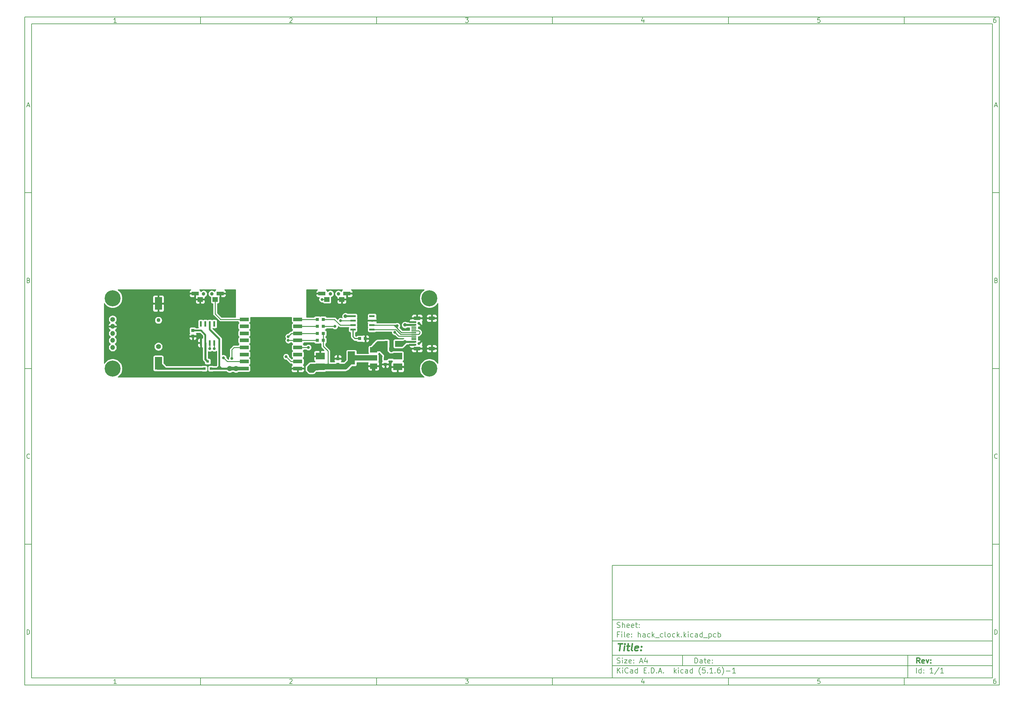
<source format=gtl>
G04 #@! TF.GenerationSoftware,KiCad,Pcbnew,(5.1.6)-1*
G04 #@! TF.CreationDate,2020-07-24T11:40:27+08:00*
G04 #@! TF.ProjectId,hack_clock,6861636b-5f63-46c6-9f63-6b2e6b696361,rev?*
G04 #@! TF.SameCoordinates,Original*
G04 #@! TF.FileFunction,Copper,L1,Top*
G04 #@! TF.FilePolarity,Positive*
%FSLAX46Y46*%
G04 Gerber Fmt 4.6, Leading zero omitted, Abs format (unit mm)*
G04 Created by KiCad (PCBNEW (5.1.6)-1) date 2020-07-24 11:40:27*
%MOMM*%
%LPD*%
G01*
G04 APERTURE LIST*
%ADD10C,0.150000*%
%ADD11C,0.300000*%
%ADD12C,0.400000*%
G04 #@! TA.AperFunction,SMDPad,CuDef*
%ADD13R,2.499360X1.950720*%
G04 #@! TD*
G04 #@! TA.AperFunction,SMDPad,CuDef*
%ADD14R,1.450000X0.300000*%
G04 #@! TD*
G04 #@! TA.AperFunction,SMDPad,CuDef*
%ADD15R,1.450000X0.600000*%
G04 #@! TD*
G04 #@! TA.AperFunction,ComponentPad*
%ADD16C,0.800000*%
G04 #@! TD*
G04 #@! TA.AperFunction,SMDPad,CuDef*
%ADD17R,0.900000X1.700000*%
G04 #@! TD*
G04 #@! TA.AperFunction,SMDPad,CuDef*
%ADD18R,2.500000X1.000000*%
G04 #@! TD*
G04 #@! TA.AperFunction,ComponentPad*
%ADD19C,1.000000*%
G04 #@! TD*
G04 #@! TA.AperFunction,SMDPad,CuDef*
%ADD20R,2.000000X1.000000*%
G04 #@! TD*
G04 #@! TA.AperFunction,SMDPad,CuDef*
%ADD21R,1.500000X1.400000*%
G04 #@! TD*
G04 #@! TA.AperFunction,ComponentPad*
%ADD22C,0.600000*%
G04 #@! TD*
G04 #@! TA.AperFunction,ComponentPad*
%ADD23C,4.560000*%
G04 #@! TD*
G04 #@! TA.AperFunction,ComponentPad*
%ADD24C,1.400000*%
G04 #@! TD*
G04 #@! TA.AperFunction,ComponentPad*
%ADD25C,1.100000*%
G04 #@! TD*
G04 #@! TA.AperFunction,SMDPad,CuDef*
%ADD26R,2.000000X3.600000*%
G04 #@! TD*
G04 #@! TA.AperFunction,SMDPad,CuDef*
%ADD27R,0.965000X0.920000*%
G04 #@! TD*
G04 #@! TA.AperFunction,SMDPad,CuDef*
%ADD28R,0.920000X0.965000*%
G04 #@! TD*
G04 #@! TA.AperFunction,SMDPad,CuDef*
%ADD29R,0.800100X0.800100*%
G04 #@! TD*
G04 #@! TA.AperFunction,ComponentPad*
%ADD30C,1.350000*%
G04 #@! TD*
G04 #@! TA.AperFunction,ComponentPad*
%ADD31O,1.350000X1.350000*%
G04 #@! TD*
G04 #@! TA.AperFunction,SMDPad,CuDef*
%ADD32R,0.600000X1.550000*%
G04 #@! TD*
G04 #@! TA.AperFunction,SMDPad,CuDef*
%ADD33R,1.550000X0.600000*%
G04 #@! TD*
G04 #@! TA.AperFunction,SMDPad,CuDef*
%ADD34R,2.000000X1.500000*%
G04 #@! TD*
G04 #@! TA.AperFunction,SMDPad,CuDef*
%ADD35R,2.000000X3.800000*%
G04 #@! TD*
G04 #@! TA.AperFunction,ViaPad*
%ADD36C,1.500000*%
G04 #@! TD*
G04 #@! TA.AperFunction,ViaPad*
%ADD37C,0.800000*%
G04 #@! TD*
G04 #@! TA.AperFunction,ViaPad*
%ADD38C,2.000000*%
G04 #@! TD*
G04 #@! TA.AperFunction,ViaPad*
%ADD39C,1.000000*%
G04 #@! TD*
G04 #@! TA.AperFunction,Conductor*
%ADD40C,0.800000*%
G04 #@! TD*
G04 #@! TA.AperFunction,Conductor*
%ADD41C,0.254000*%
G04 #@! TD*
G04 #@! TA.AperFunction,Conductor*
%ADD42C,0.500000*%
G04 #@! TD*
G04 #@! TA.AperFunction,Conductor*
%ADD43C,0.300000*%
G04 #@! TD*
G04 #@! TA.AperFunction,Conductor*
%ADD44C,0.600000*%
G04 #@! TD*
G04 #@! TA.AperFunction,Conductor*
%ADD45C,1.000000*%
G04 #@! TD*
G04 #@! TA.AperFunction,Conductor*
%ADD46C,1.500000*%
G04 #@! TD*
G04 #@! TA.AperFunction,Conductor*
%ADD47C,0.250000*%
G04 #@! TD*
G04 APERTURE END LIST*
D10*
X177002200Y-166007200D02*
X177002200Y-198007200D01*
X285002200Y-198007200D01*
X285002200Y-166007200D01*
X177002200Y-166007200D01*
X10000000Y-10000000D02*
X10000000Y-200007200D01*
X287002200Y-200007200D01*
X287002200Y-10000000D01*
X10000000Y-10000000D01*
X12000000Y-12000000D02*
X12000000Y-198007200D01*
X285002200Y-198007200D01*
X285002200Y-12000000D01*
X12000000Y-12000000D01*
X60000000Y-12000000D02*
X60000000Y-10000000D01*
X110000000Y-12000000D02*
X110000000Y-10000000D01*
X160000000Y-12000000D02*
X160000000Y-10000000D01*
X210000000Y-12000000D02*
X210000000Y-10000000D01*
X260000000Y-12000000D02*
X260000000Y-10000000D01*
X36065476Y-11588095D02*
X35322619Y-11588095D01*
X35694047Y-11588095D02*
X35694047Y-10288095D01*
X35570238Y-10473809D01*
X35446428Y-10597619D01*
X35322619Y-10659523D01*
X85322619Y-10411904D02*
X85384523Y-10350000D01*
X85508333Y-10288095D01*
X85817857Y-10288095D01*
X85941666Y-10350000D01*
X86003571Y-10411904D01*
X86065476Y-10535714D01*
X86065476Y-10659523D01*
X86003571Y-10845238D01*
X85260714Y-11588095D01*
X86065476Y-11588095D01*
X135260714Y-10288095D02*
X136065476Y-10288095D01*
X135632142Y-10783333D01*
X135817857Y-10783333D01*
X135941666Y-10845238D01*
X136003571Y-10907142D01*
X136065476Y-11030952D01*
X136065476Y-11340476D01*
X136003571Y-11464285D01*
X135941666Y-11526190D01*
X135817857Y-11588095D01*
X135446428Y-11588095D01*
X135322619Y-11526190D01*
X135260714Y-11464285D01*
X185941666Y-10721428D02*
X185941666Y-11588095D01*
X185632142Y-10226190D02*
X185322619Y-11154761D01*
X186127380Y-11154761D01*
X236003571Y-10288095D02*
X235384523Y-10288095D01*
X235322619Y-10907142D01*
X235384523Y-10845238D01*
X235508333Y-10783333D01*
X235817857Y-10783333D01*
X235941666Y-10845238D01*
X236003571Y-10907142D01*
X236065476Y-11030952D01*
X236065476Y-11340476D01*
X236003571Y-11464285D01*
X235941666Y-11526190D01*
X235817857Y-11588095D01*
X235508333Y-11588095D01*
X235384523Y-11526190D01*
X235322619Y-11464285D01*
X285941666Y-10288095D02*
X285694047Y-10288095D01*
X285570238Y-10350000D01*
X285508333Y-10411904D01*
X285384523Y-10597619D01*
X285322619Y-10845238D01*
X285322619Y-11340476D01*
X285384523Y-11464285D01*
X285446428Y-11526190D01*
X285570238Y-11588095D01*
X285817857Y-11588095D01*
X285941666Y-11526190D01*
X286003571Y-11464285D01*
X286065476Y-11340476D01*
X286065476Y-11030952D01*
X286003571Y-10907142D01*
X285941666Y-10845238D01*
X285817857Y-10783333D01*
X285570238Y-10783333D01*
X285446428Y-10845238D01*
X285384523Y-10907142D01*
X285322619Y-11030952D01*
X60000000Y-198007200D02*
X60000000Y-200007200D01*
X110000000Y-198007200D02*
X110000000Y-200007200D01*
X160000000Y-198007200D02*
X160000000Y-200007200D01*
X210000000Y-198007200D02*
X210000000Y-200007200D01*
X260000000Y-198007200D02*
X260000000Y-200007200D01*
X36065476Y-199595295D02*
X35322619Y-199595295D01*
X35694047Y-199595295D02*
X35694047Y-198295295D01*
X35570238Y-198481009D01*
X35446428Y-198604819D01*
X35322619Y-198666723D01*
X85322619Y-198419104D02*
X85384523Y-198357200D01*
X85508333Y-198295295D01*
X85817857Y-198295295D01*
X85941666Y-198357200D01*
X86003571Y-198419104D01*
X86065476Y-198542914D01*
X86065476Y-198666723D01*
X86003571Y-198852438D01*
X85260714Y-199595295D01*
X86065476Y-199595295D01*
X135260714Y-198295295D02*
X136065476Y-198295295D01*
X135632142Y-198790533D01*
X135817857Y-198790533D01*
X135941666Y-198852438D01*
X136003571Y-198914342D01*
X136065476Y-199038152D01*
X136065476Y-199347676D01*
X136003571Y-199471485D01*
X135941666Y-199533390D01*
X135817857Y-199595295D01*
X135446428Y-199595295D01*
X135322619Y-199533390D01*
X135260714Y-199471485D01*
X185941666Y-198728628D02*
X185941666Y-199595295D01*
X185632142Y-198233390D02*
X185322619Y-199161961D01*
X186127380Y-199161961D01*
X236003571Y-198295295D02*
X235384523Y-198295295D01*
X235322619Y-198914342D01*
X235384523Y-198852438D01*
X235508333Y-198790533D01*
X235817857Y-198790533D01*
X235941666Y-198852438D01*
X236003571Y-198914342D01*
X236065476Y-199038152D01*
X236065476Y-199347676D01*
X236003571Y-199471485D01*
X235941666Y-199533390D01*
X235817857Y-199595295D01*
X235508333Y-199595295D01*
X235384523Y-199533390D01*
X235322619Y-199471485D01*
X285941666Y-198295295D02*
X285694047Y-198295295D01*
X285570238Y-198357200D01*
X285508333Y-198419104D01*
X285384523Y-198604819D01*
X285322619Y-198852438D01*
X285322619Y-199347676D01*
X285384523Y-199471485D01*
X285446428Y-199533390D01*
X285570238Y-199595295D01*
X285817857Y-199595295D01*
X285941666Y-199533390D01*
X286003571Y-199471485D01*
X286065476Y-199347676D01*
X286065476Y-199038152D01*
X286003571Y-198914342D01*
X285941666Y-198852438D01*
X285817857Y-198790533D01*
X285570238Y-198790533D01*
X285446428Y-198852438D01*
X285384523Y-198914342D01*
X285322619Y-199038152D01*
X10000000Y-60000000D02*
X12000000Y-60000000D01*
X10000000Y-110000000D02*
X12000000Y-110000000D01*
X10000000Y-160000000D02*
X12000000Y-160000000D01*
X10690476Y-35216666D02*
X11309523Y-35216666D01*
X10566666Y-35588095D02*
X11000000Y-34288095D01*
X11433333Y-35588095D01*
X11092857Y-84907142D02*
X11278571Y-84969047D01*
X11340476Y-85030952D01*
X11402380Y-85154761D01*
X11402380Y-85340476D01*
X11340476Y-85464285D01*
X11278571Y-85526190D01*
X11154761Y-85588095D01*
X10659523Y-85588095D01*
X10659523Y-84288095D01*
X11092857Y-84288095D01*
X11216666Y-84350000D01*
X11278571Y-84411904D01*
X11340476Y-84535714D01*
X11340476Y-84659523D01*
X11278571Y-84783333D01*
X11216666Y-84845238D01*
X11092857Y-84907142D01*
X10659523Y-84907142D01*
X11402380Y-135464285D02*
X11340476Y-135526190D01*
X11154761Y-135588095D01*
X11030952Y-135588095D01*
X10845238Y-135526190D01*
X10721428Y-135402380D01*
X10659523Y-135278571D01*
X10597619Y-135030952D01*
X10597619Y-134845238D01*
X10659523Y-134597619D01*
X10721428Y-134473809D01*
X10845238Y-134350000D01*
X11030952Y-134288095D01*
X11154761Y-134288095D01*
X11340476Y-134350000D01*
X11402380Y-134411904D01*
X10659523Y-185588095D02*
X10659523Y-184288095D01*
X10969047Y-184288095D01*
X11154761Y-184350000D01*
X11278571Y-184473809D01*
X11340476Y-184597619D01*
X11402380Y-184845238D01*
X11402380Y-185030952D01*
X11340476Y-185278571D01*
X11278571Y-185402380D01*
X11154761Y-185526190D01*
X10969047Y-185588095D01*
X10659523Y-185588095D01*
X287002200Y-60000000D02*
X285002200Y-60000000D01*
X287002200Y-110000000D02*
X285002200Y-110000000D01*
X287002200Y-160000000D02*
X285002200Y-160000000D01*
X285692676Y-35216666D02*
X286311723Y-35216666D01*
X285568866Y-35588095D02*
X286002200Y-34288095D01*
X286435533Y-35588095D01*
X286095057Y-84907142D02*
X286280771Y-84969047D01*
X286342676Y-85030952D01*
X286404580Y-85154761D01*
X286404580Y-85340476D01*
X286342676Y-85464285D01*
X286280771Y-85526190D01*
X286156961Y-85588095D01*
X285661723Y-85588095D01*
X285661723Y-84288095D01*
X286095057Y-84288095D01*
X286218866Y-84350000D01*
X286280771Y-84411904D01*
X286342676Y-84535714D01*
X286342676Y-84659523D01*
X286280771Y-84783333D01*
X286218866Y-84845238D01*
X286095057Y-84907142D01*
X285661723Y-84907142D01*
X286404580Y-135464285D02*
X286342676Y-135526190D01*
X286156961Y-135588095D01*
X286033152Y-135588095D01*
X285847438Y-135526190D01*
X285723628Y-135402380D01*
X285661723Y-135278571D01*
X285599819Y-135030952D01*
X285599819Y-134845238D01*
X285661723Y-134597619D01*
X285723628Y-134473809D01*
X285847438Y-134350000D01*
X286033152Y-134288095D01*
X286156961Y-134288095D01*
X286342676Y-134350000D01*
X286404580Y-134411904D01*
X285661723Y-185588095D02*
X285661723Y-184288095D01*
X285971247Y-184288095D01*
X286156961Y-184350000D01*
X286280771Y-184473809D01*
X286342676Y-184597619D01*
X286404580Y-184845238D01*
X286404580Y-185030952D01*
X286342676Y-185278571D01*
X286280771Y-185402380D01*
X286156961Y-185526190D01*
X285971247Y-185588095D01*
X285661723Y-185588095D01*
X200434342Y-193785771D02*
X200434342Y-192285771D01*
X200791485Y-192285771D01*
X201005771Y-192357200D01*
X201148628Y-192500057D01*
X201220057Y-192642914D01*
X201291485Y-192928628D01*
X201291485Y-193142914D01*
X201220057Y-193428628D01*
X201148628Y-193571485D01*
X201005771Y-193714342D01*
X200791485Y-193785771D01*
X200434342Y-193785771D01*
X202577200Y-193785771D02*
X202577200Y-193000057D01*
X202505771Y-192857200D01*
X202362914Y-192785771D01*
X202077200Y-192785771D01*
X201934342Y-192857200D01*
X202577200Y-193714342D02*
X202434342Y-193785771D01*
X202077200Y-193785771D01*
X201934342Y-193714342D01*
X201862914Y-193571485D01*
X201862914Y-193428628D01*
X201934342Y-193285771D01*
X202077200Y-193214342D01*
X202434342Y-193214342D01*
X202577200Y-193142914D01*
X203077200Y-192785771D02*
X203648628Y-192785771D01*
X203291485Y-192285771D02*
X203291485Y-193571485D01*
X203362914Y-193714342D01*
X203505771Y-193785771D01*
X203648628Y-193785771D01*
X204720057Y-193714342D02*
X204577200Y-193785771D01*
X204291485Y-193785771D01*
X204148628Y-193714342D01*
X204077200Y-193571485D01*
X204077200Y-193000057D01*
X204148628Y-192857200D01*
X204291485Y-192785771D01*
X204577200Y-192785771D01*
X204720057Y-192857200D01*
X204791485Y-193000057D01*
X204791485Y-193142914D01*
X204077200Y-193285771D01*
X205434342Y-193642914D02*
X205505771Y-193714342D01*
X205434342Y-193785771D01*
X205362914Y-193714342D01*
X205434342Y-193642914D01*
X205434342Y-193785771D01*
X205434342Y-192857200D02*
X205505771Y-192928628D01*
X205434342Y-193000057D01*
X205362914Y-192928628D01*
X205434342Y-192857200D01*
X205434342Y-193000057D01*
X177002200Y-194507200D02*
X285002200Y-194507200D01*
X178434342Y-196585771D02*
X178434342Y-195085771D01*
X179291485Y-196585771D02*
X178648628Y-195728628D01*
X179291485Y-195085771D02*
X178434342Y-195942914D01*
X179934342Y-196585771D02*
X179934342Y-195585771D01*
X179934342Y-195085771D02*
X179862914Y-195157200D01*
X179934342Y-195228628D01*
X180005771Y-195157200D01*
X179934342Y-195085771D01*
X179934342Y-195228628D01*
X181505771Y-196442914D02*
X181434342Y-196514342D01*
X181220057Y-196585771D01*
X181077200Y-196585771D01*
X180862914Y-196514342D01*
X180720057Y-196371485D01*
X180648628Y-196228628D01*
X180577200Y-195942914D01*
X180577200Y-195728628D01*
X180648628Y-195442914D01*
X180720057Y-195300057D01*
X180862914Y-195157200D01*
X181077200Y-195085771D01*
X181220057Y-195085771D01*
X181434342Y-195157200D01*
X181505771Y-195228628D01*
X182791485Y-196585771D02*
X182791485Y-195800057D01*
X182720057Y-195657200D01*
X182577200Y-195585771D01*
X182291485Y-195585771D01*
X182148628Y-195657200D01*
X182791485Y-196514342D02*
X182648628Y-196585771D01*
X182291485Y-196585771D01*
X182148628Y-196514342D01*
X182077200Y-196371485D01*
X182077200Y-196228628D01*
X182148628Y-196085771D01*
X182291485Y-196014342D01*
X182648628Y-196014342D01*
X182791485Y-195942914D01*
X184148628Y-196585771D02*
X184148628Y-195085771D01*
X184148628Y-196514342D02*
X184005771Y-196585771D01*
X183720057Y-196585771D01*
X183577200Y-196514342D01*
X183505771Y-196442914D01*
X183434342Y-196300057D01*
X183434342Y-195871485D01*
X183505771Y-195728628D01*
X183577200Y-195657200D01*
X183720057Y-195585771D01*
X184005771Y-195585771D01*
X184148628Y-195657200D01*
X186005771Y-195800057D02*
X186505771Y-195800057D01*
X186720057Y-196585771D02*
X186005771Y-196585771D01*
X186005771Y-195085771D01*
X186720057Y-195085771D01*
X187362914Y-196442914D02*
X187434342Y-196514342D01*
X187362914Y-196585771D01*
X187291485Y-196514342D01*
X187362914Y-196442914D01*
X187362914Y-196585771D01*
X188077200Y-196585771D02*
X188077200Y-195085771D01*
X188434342Y-195085771D01*
X188648628Y-195157200D01*
X188791485Y-195300057D01*
X188862914Y-195442914D01*
X188934342Y-195728628D01*
X188934342Y-195942914D01*
X188862914Y-196228628D01*
X188791485Y-196371485D01*
X188648628Y-196514342D01*
X188434342Y-196585771D01*
X188077200Y-196585771D01*
X189577200Y-196442914D02*
X189648628Y-196514342D01*
X189577200Y-196585771D01*
X189505771Y-196514342D01*
X189577200Y-196442914D01*
X189577200Y-196585771D01*
X190220057Y-196157200D02*
X190934342Y-196157200D01*
X190077200Y-196585771D02*
X190577200Y-195085771D01*
X191077200Y-196585771D01*
X191577200Y-196442914D02*
X191648628Y-196514342D01*
X191577200Y-196585771D01*
X191505771Y-196514342D01*
X191577200Y-196442914D01*
X191577200Y-196585771D01*
X194577200Y-196585771D02*
X194577200Y-195085771D01*
X194720057Y-196014342D02*
X195148628Y-196585771D01*
X195148628Y-195585771D02*
X194577200Y-196157200D01*
X195791485Y-196585771D02*
X195791485Y-195585771D01*
X195791485Y-195085771D02*
X195720057Y-195157200D01*
X195791485Y-195228628D01*
X195862914Y-195157200D01*
X195791485Y-195085771D01*
X195791485Y-195228628D01*
X197148628Y-196514342D02*
X197005771Y-196585771D01*
X196720057Y-196585771D01*
X196577200Y-196514342D01*
X196505771Y-196442914D01*
X196434342Y-196300057D01*
X196434342Y-195871485D01*
X196505771Y-195728628D01*
X196577200Y-195657200D01*
X196720057Y-195585771D01*
X197005771Y-195585771D01*
X197148628Y-195657200D01*
X198434342Y-196585771D02*
X198434342Y-195800057D01*
X198362914Y-195657200D01*
X198220057Y-195585771D01*
X197934342Y-195585771D01*
X197791485Y-195657200D01*
X198434342Y-196514342D02*
X198291485Y-196585771D01*
X197934342Y-196585771D01*
X197791485Y-196514342D01*
X197720057Y-196371485D01*
X197720057Y-196228628D01*
X197791485Y-196085771D01*
X197934342Y-196014342D01*
X198291485Y-196014342D01*
X198434342Y-195942914D01*
X199791485Y-196585771D02*
X199791485Y-195085771D01*
X199791485Y-196514342D02*
X199648628Y-196585771D01*
X199362914Y-196585771D01*
X199220057Y-196514342D01*
X199148628Y-196442914D01*
X199077200Y-196300057D01*
X199077200Y-195871485D01*
X199148628Y-195728628D01*
X199220057Y-195657200D01*
X199362914Y-195585771D01*
X199648628Y-195585771D01*
X199791485Y-195657200D01*
X202077200Y-197157200D02*
X202005771Y-197085771D01*
X201862914Y-196871485D01*
X201791485Y-196728628D01*
X201720057Y-196514342D01*
X201648628Y-196157200D01*
X201648628Y-195871485D01*
X201720057Y-195514342D01*
X201791485Y-195300057D01*
X201862914Y-195157200D01*
X202005771Y-194942914D01*
X202077200Y-194871485D01*
X203362914Y-195085771D02*
X202648628Y-195085771D01*
X202577200Y-195800057D01*
X202648628Y-195728628D01*
X202791485Y-195657200D01*
X203148628Y-195657200D01*
X203291485Y-195728628D01*
X203362914Y-195800057D01*
X203434342Y-195942914D01*
X203434342Y-196300057D01*
X203362914Y-196442914D01*
X203291485Y-196514342D01*
X203148628Y-196585771D01*
X202791485Y-196585771D01*
X202648628Y-196514342D01*
X202577200Y-196442914D01*
X204077200Y-196442914D02*
X204148628Y-196514342D01*
X204077200Y-196585771D01*
X204005771Y-196514342D01*
X204077200Y-196442914D01*
X204077200Y-196585771D01*
X205577200Y-196585771D02*
X204720057Y-196585771D01*
X205148628Y-196585771D02*
X205148628Y-195085771D01*
X205005771Y-195300057D01*
X204862914Y-195442914D01*
X204720057Y-195514342D01*
X206220057Y-196442914D02*
X206291485Y-196514342D01*
X206220057Y-196585771D01*
X206148628Y-196514342D01*
X206220057Y-196442914D01*
X206220057Y-196585771D01*
X207577200Y-195085771D02*
X207291485Y-195085771D01*
X207148628Y-195157200D01*
X207077200Y-195228628D01*
X206934342Y-195442914D01*
X206862914Y-195728628D01*
X206862914Y-196300057D01*
X206934342Y-196442914D01*
X207005771Y-196514342D01*
X207148628Y-196585771D01*
X207434342Y-196585771D01*
X207577200Y-196514342D01*
X207648628Y-196442914D01*
X207720057Y-196300057D01*
X207720057Y-195942914D01*
X207648628Y-195800057D01*
X207577200Y-195728628D01*
X207434342Y-195657200D01*
X207148628Y-195657200D01*
X207005771Y-195728628D01*
X206934342Y-195800057D01*
X206862914Y-195942914D01*
X208220057Y-197157200D02*
X208291485Y-197085771D01*
X208434342Y-196871485D01*
X208505771Y-196728628D01*
X208577200Y-196514342D01*
X208648628Y-196157200D01*
X208648628Y-195871485D01*
X208577200Y-195514342D01*
X208505771Y-195300057D01*
X208434342Y-195157200D01*
X208291485Y-194942914D01*
X208220057Y-194871485D01*
X209362914Y-196014342D02*
X210505771Y-196014342D01*
X212005771Y-196585771D02*
X211148628Y-196585771D01*
X211577200Y-196585771D02*
X211577200Y-195085771D01*
X211434342Y-195300057D01*
X211291485Y-195442914D01*
X211148628Y-195514342D01*
X177002200Y-191507200D02*
X285002200Y-191507200D01*
D11*
X264411485Y-193785771D02*
X263911485Y-193071485D01*
X263554342Y-193785771D02*
X263554342Y-192285771D01*
X264125771Y-192285771D01*
X264268628Y-192357200D01*
X264340057Y-192428628D01*
X264411485Y-192571485D01*
X264411485Y-192785771D01*
X264340057Y-192928628D01*
X264268628Y-193000057D01*
X264125771Y-193071485D01*
X263554342Y-193071485D01*
X265625771Y-193714342D02*
X265482914Y-193785771D01*
X265197200Y-193785771D01*
X265054342Y-193714342D01*
X264982914Y-193571485D01*
X264982914Y-193000057D01*
X265054342Y-192857200D01*
X265197200Y-192785771D01*
X265482914Y-192785771D01*
X265625771Y-192857200D01*
X265697200Y-193000057D01*
X265697200Y-193142914D01*
X264982914Y-193285771D01*
X266197200Y-192785771D02*
X266554342Y-193785771D01*
X266911485Y-192785771D01*
X267482914Y-193642914D02*
X267554342Y-193714342D01*
X267482914Y-193785771D01*
X267411485Y-193714342D01*
X267482914Y-193642914D01*
X267482914Y-193785771D01*
X267482914Y-192857200D02*
X267554342Y-192928628D01*
X267482914Y-193000057D01*
X267411485Y-192928628D01*
X267482914Y-192857200D01*
X267482914Y-193000057D01*
D10*
X178362914Y-193714342D02*
X178577200Y-193785771D01*
X178934342Y-193785771D01*
X179077200Y-193714342D01*
X179148628Y-193642914D01*
X179220057Y-193500057D01*
X179220057Y-193357200D01*
X179148628Y-193214342D01*
X179077200Y-193142914D01*
X178934342Y-193071485D01*
X178648628Y-193000057D01*
X178505771Y-192928628D01*
X178434342Y-192857200D01*
X178362914Y-192714342D01*
X178362914Y-192571485D01*
X178434342Y-192428628D01*
X178505771Y-192357200D01*
X178648628Y-192285771D01*
X179005771Y-192285771D01*
X179220057Y-192357200D01*
X179862914Y-193785771D02*
X179862914Y-192785771D01*
X179862914Y-192285771D02*
X179791485Y-192357200D01*
X179862914Y-192428628D01*
X179934342Y-192357200D01*
X179862914Y-192285771D01*
X179862914Y-192428628D01*
X180434342Y-192785771D02*
X181220057Y-192785771D01*
X180434342Y-193785771D01*
X181220057Y-193785771D01*
X182362914Y-193714342D02*
X182220057Y-193785771D01*
X181934342Y-193785771D01*
X181791485Y-193714342D01*
X181720057Y-193571485D01*
X181720057Y-193000057D01*
X181791485Y-192857200D01*
X181934342Y-192785771D01*
X182220057Y-192785771D01*
X182362914Y-192857200D01*
X182434342Y-193000057D01*
X182434342Y-193142914D01*
X181720057Y-193285771D01*
X183077200Y-193642914D02*
X183148628Y-193714342D01*
X183077200Y-193785771D01*
X183005771Y-193714342D01*
X183077200Y-193642914D01*
X183077200Y-193785771D01*
X183077200Y-192857200D02*
X183148628Y-192928628D01*
X183077200Y-193000057D01*
X183005771Y-192928628D01*
X183077200Y-192857200D01*
X183077200Y-193000057D01*
X184862914Y-193357200D02*
X185577200Y-193357200D01*
X184720057Y-193785771D02*
X185220057Y-192285771D01*
X185720057Y-193785771D01*
X186862914Y-192785771D02*
X186862914Y-193785771D01*
X186505771Y-192214342D02*
X186148628Y-193285771D01*
X187077200Y-193285771D01*
X263434342Y-196585771D02*
X263434342Y-195085771D01*
X264791485Y-196585771D02*
X264791485Y-195085771D01*
X264791485Y-196514342D02*
X264648628Y-196585771D01*
X264362914Y-196585771D01*
X264220057Y-196514342D01*
X264148628Y-196442914D01*
X264077200Y-196300057D01*
X264077200Y-195871485D01*
X264148628Y-195728628D01*
X264220057Y-195657200D01*
X264362914Y-195585771D01*
X264648628Y-195585771D01*
X264791485Y-195657200D01*
X265505771Y-196442914D02*
X265577200Y-196514342D01*
X265505771Y-196585771D01*
X265434342Y-196514342D01*
X265505771Y-196442914D01*
X265505771Y-196585771D01*
X265505771Y-195657200D02*
X265577200Y-195728628D01*
X265505771Y-195800057D01*
X265434342Y-195728628D01*
X265505771Y-195657200D01*
X265505771Y-195800057D01*
X268148628Y-196585771D02*
X267291485Y-196585771D01*
X267720057Y-196585771D02*
X267720057Y-195085771D01*
X267577200Y-195300057D01*
X267434342Y-195442914D01*
X267291485Y-195514342D01*
X269862914Y-195014342D02*
X268577200Y-196942914D01*
X271148628Y-196585771D02*
X270291485Y-196585771D01*
X270720057Y-196585771D02*
X270720057Y-195085771D01*
X270577200Y-195300057D01*
X270434342Y-195442914D01*
X270291485Y-195514342D01*
X177002200Y-187507200D02*
X285002200Y-187507200D01*
D12*
X178714580Y-188211961D02*
X179857438Y-188211961D01*
X179036009Y-190211961D02*
X179286009Y-188211961D01*
X180274104Y-190211961D02*
X180440771Y-188878628D01*
X180524104Y-188211961D02*
X180416961Y-188307200D01*
X180500295Y-188402438D01*
X180607438Y-188307200D01*
X180524104Y-188211961D01*
X180500295Y-188402438D01*
X181107438Y-188878628D02*
X181869342Y-188878628D01*
X181476485Y-188211961D02*
X181262200Y-189926247D01*
X181333628Y-190116723D01*
X181512200Y-190211961D01*
X181702676Y-190211961D01*
X182655057Y-190211961D02*
X182476485Y-190116723D01*
X182405057Y-189926247D01*
X182619342Y-188211961D01*
X184190771Y-190116723D02*
X183988390Y-190211961D01*
X183607438Y-190211961D01*
X183428866Y-190116723D01*
X183357438Y-189926247D01*
X183452676Y-189164342D01*
X183571723Y-188973866D01*
X183774104Y-188878628D01*
X184155057Y-188878628D01*
X184333628Y-188973866D01*
X184405057Y-189164342D01*
X184381247Y-189354819D01*
X183405057Y-189545295D01*
X185155057Y-190021485D02*
X185238390Y-190116723D01*
X185131247Y-190211961D01*
X185047914Y-190116723D01*
X185155057Y-190021485D01*
X185131247Y-190211961D01*
X185286009Y-188973866D02*
X185369342Y-189069104D01*
X185262200Y-189164342D01*
X185178866Y-189069104D01*
X185286009Y-188973866D01*
X185262200Y-189164342D01*
D10*
X178934342Y-185600057D02*
X178434342Y-185600057D01*
X178434342Y-186385771D02*
X178434342Y-184885771D01*
X179148628Y-184885771D01*
X179720057Y-186385771D02*
X179720057Y-185385771D01*
X179720057Y-184885771D02*
X179648628Y-184957200D01*
X179720057Y-185028628D01*
X179791485Y-184957200D01*
X179720057Y-184885771D01*
X179720057Y-185028628D01*
X180648628Y-186385771D02*
X180505771Y-186314342D01*
X180434342Y-186171485D01*
X180434342Y-184885771D01*
X181791485Y-186314342D02*
X181648628Y-186385771D01*
X181362914Y-186385771D01*
X181220057Y-186314342D01*
X181148628Y-186171485D01*
X181148628Y-185600057D01*
X181220057Y-185457200D01*
X181362914Y-185385771D01*
X181648628Y-185385771D01*
X181791485Y-185457200D01*
X181862914Y-185600057D01*
X181862914Y-185742914D01*
X181148628Y-185885771D01*
X182505771Y-186242914D02*
X182577200Y-186314342D01*
X182505771Y-186385771D01*
X182434342Y-186314342D01*
X182505771Y-186242914D01*
X182505771Y-186385771D01*
X182505771Y-185457200D02*
X182577200Y-185528628D01*
X182505771Y-185600057D01*
X182434342Y-185528628D01*
X182505771Y-185457200D01*
X182505771Y-185600057D01*
X184362914Y-186385771D02*
X184362914Y-184885771D01*
X185005771Y-186385771D02*
X185005771Y-185600057D01*
X184934342Y-185457200D01*
X184791485Y-185385771D01*
X184577200Y-185385771D01*
X184434342Y-185457200D01*
X184362914Y-185528628D01*
X186362914Y-186385771D02*
X186362914Y-185600057D01*
X186291485Y-185457200D01*
X186148628Y-185385771D01*
X185862914Y-185385771D01*
X185720057Y-185457200D01*
X186362914Y-186314342D02*
X186220057Y-186385771D01*
X185862914Y-186385771D01*
X185720057Y-186314342D01*
X185648628Y-186171485D01*
X185648628Y-186028628D01*
X185720057Y-185885771D01*
X185862914Y-185814342D01*
X186220057Y-185814342D01*
X186362914Y-185742914D01*
X187720057Y-186314342D02*
X187577200Y-186385771D01*
X187291485Y-186385771D01*
X187148628Y-186314342D01*
X187077200Y-186242914D01*
X187005771Y-186100057D01*
X187005771Y-185671485D01*
X187077200Y-185528628D01*
X187148628Y-185457200D01*
X187291485Y-185385771D01*
X187577200Y-185385771D01*
X187720057Y-185457200D01*
X188362914Y-186385771D02*
X188362914Y-184885771D01*
X188505771Y-185814342D02*
X188934342Y-186385771D01*
X188934342Y-185385771D02*
X188362914Y-185957200D01*
X189220057Y-186528628D02*
X190362914Y-186528628D01*
X191362914Y-186314342D02*
X191220057Y-186385771D01*
X190934342Y-186385771D01*
X190791485Y-186314342D01*
X190720057Y-186242914D01*
X190648628Y-186100057D01*
X190648628Y-185671485D01*
X190720057Y-185528628D01*
X190791485Y-185457200D01*
X190934342Y-185385771D01*
X191220057Y-185385771D01*
X191362914Y-185457200D01*
X192220057Y-186385771D02*
X192077200Y-186314342D01*
X192005771Y-186171485D01*
X192005771Y-184885771D01*
X193005771Y-186385771D02*
X192862914Y-186314342D01*
X192791485Y-186242914D01*
X192720057Y-186100057D01*
X192720057Y-185671485D01*
X192791485Y-185528628D01*
X192862914Y-185457200D01*
X193005771Y-185385771D01*
X193220057Y-185385771D01*
X193362914Y-185457200D01*
X193434342Y-185528628D01*
X193505771Y-185671485D01*
X193505771Y-186100057D01*
X193434342Y-186242914D01*
X193362914Y-186314342D01*
X193220057Y-186385771D01*
X193005771Y-186385771D01*
X194791485Y-186314342D02*
X194648628Y-186385771D01*
X194362914Y-186385771D01*
X194220057Y-186314342D01*
X194148628Y-186242914D01*
X194077200Y-186100057D01*
X194077200Y-185671485D01*
X194148628Y-185528628D01*
X194220057Y-185457200D01*
X194362914Y-185385771D01*
X194648628Y-185385771D01*
X194791485Y-185457200D01*
X195434342Y-186385771D02*
X195434342Y-184885771D01*
X195577200Y-185814342D02*
X196005771Y-186385771D01*
X196005771Y-185385771D02*
X195434342Y-185957200D01*
X196648628Y-186242914D02*
X196720057Y-186314342D01*
X196648628Y-186385771D01*
X196577200Y-186314342D01*
X196648628Y-186242914D01*
X196648628Y-186385771D01*
X197362914Y-186385771D02*
X197362914Y-184885771D01*
X197505771Y-185814342D02*
X197934342Y-186385771D01*
X197934342Y-185385771D02*
X197362914Y-185957200D01*
X198577200Y-186385771D02*
X198577200Y-185385771D01*
X198577200Y-184885771D02*
X198505771Y-184957200D01*
X198577200Y-185028628D01*
X198648628Y-184957200D01*
X198577200Y-184885771D01*
X198577200Y-185028628D01*
X199934342Y-186314342D02*
X199791485Y-186385771D01*
X199505771Y-186385771D01*
X199362914Y-186314342D01*
X199291485Y-186242914D01*
X199220057Y-186100057D01*
X199220057Y-185671485D01*
X199291485Y-185528628D01*
X199362914Y-185457200D01*
X199505771Y-185385771D01*
X199791485Y-185385771D01*
X199934342Y-185457200D01*
X201220057Y-186385771D02*
X201220057Y-185600057D01*
X201148628Y-185457200D01*
X201005771Y-185385771D01*
X200720057Y-185385771D01*
X200577200Y-185457200D01*
X201220057Y-186314342D02*
X201077200Y-186385771D01*
X200720057Y-186385771D01*
X200577200Y-186314342D01*
X200505771Y-186171485D01*
X200505771Y-186028628D01*
X200577200Y-185885771D01*
X200720057Y-185814342D01*
X201077200Y-185814342D01*
X201220057Y-185742914D01*
X202577200Y-186385771D02*
X202577200Y-184885771D01*
X202577200Y-186314342D02*
X202434342Y-186385771D01*
X202148628Y-186385771D01*
X202005771Y-186314342D01*
X201934342Y-186242914D01*
X201862914Y-186100057D01*
X201862914Y-185671485D01*
X201934342Y-185528628D01*
X202005771Y-185457200D01*
X202148628Y-185385771D01*
X202434342Y-185385771D01*
X202577200Y-185457200D01*
X202934342Y-186528628D02*
X204077200Y-186528628D01*
X204434342Y-185385771D02*
X204434342Y-186885771D01*
X204434342Y-185457200D02*
X204577200Y-185385771D01*
X204862914Y-185385771D01*
X205005771Y-185457200D01*
X205077200Y-185528628D01*
X205148628Y-185671485D01*
X205148628Y-186100057D01*
X205077200Y-186242914D01*
X205005771Y-186314342D01*
X204862914Y-186385771D01*
X204577200Y-186385771D01*
X204434342Y-186314342D01*
X206434342Y-186314342D02*
X206291485Y-186385771D01*
X206005771Y-186385771D01*
X205862914Y-186314342D01*
X205791485Y-186242914D01*
X205720057Y-186100057D01*
X205720057Y-185671485D01*
X205791485Y-185528628D01*
X205862914Y-185457200D01*
X206005771Y-185385771D01*
X206291485Y-185385771D01*
X206434342Y-185457200D01*
X207077200Y-186385771D02*
X207077200Y-184885771D01*
X207077200Y-185457200D02*
X207220057Y-185385771D01*
X207505771Y-185385771D01*
X207648628Y-185457200D01*
X207720057Y-185528628D01*
X207791485Y-185671485D01*
X207791485Y-186100057D01*
X207720057Y-186242914D01*
X207648628Y-186314342D01*
X207505771Y-186385771D01*
X207220057Y-186385771D01*
X207077200Y-186314342D01*
X177002200Y-181507200D02*
X285002200Y-181507200D01*
X178362914Y-183614342D02*
X178577200Y-183685771D01*
X178934342Y-183685771D01*
X179077200Y-183614342D01*
X179148628Y-183542914D01*
X179220057Y-183400057D01*
X179220057Y-183257200D01*
X179148628Y-183114342D01*
X179077200Y-183042914D01*
X178934342Y-182971485D01*
X178648628Y-182900057D01*
X178505771Y-182828628D01*
X178434342Y-182757200D01*
X178362914Y-182614342D01*
X178362914Y-182471485D01*
X178434342Y-182328628D01*
X178505771Y-182257200D01*
X178648628Y-182185771D01*
X179005771Y-182185771D01*
X179220057Y-182257200D01*
X179862914Y-183685771D02*
X179862914Y-182185771D01*
X180505771Y-183685771D02*
X180505771Y-182900057D01*
X180434342Y-182757200D01*
X180291485Y-182685771D01*
X180077200Y-182685771D01*
X179934342Y-182757200D01*
X179862914Y-182828628D01*
X181791485Y-183614342D02*
X181648628Y-183685771D01*
X181362914Y-183685771D01*
X181220057Y-183614342D01*
X181148628Y-183471485D01*
X181148628Y-182900057D01*
X181220057Y-182757200D01*
X181362914Y-182685771D01*
X181648628Y-182685771D01*
X181791485Y-182757200D01*
X181862914Y-182900057D01*
X181862914Y-183042914D01*
X181148628Y-183185771D01*
X183077200Y-183614342D02*
X182934342Y-183685771D01*
X182648628Y-183685771D01*
X182505771Y-183614342D01*
X182434342Y-183471485D01*
X182434342Y-182900057D01*
X182505771Y-182757200D01*
X182648628Y-182685771D01*
X182934342Y-182685771D01*
X183077200Y-182757200D01*
X183148628Y-182900057D01*
X183148628Y-183042914D01*
X182434342Y-183185771D01*
X183577200Y-182685771D02*
X184148628Y-182685771D01*
X183791485Y-182185771D02*
X183791485Y-183471485D01*
X183862914Y-183614342D01*
X184005771Y-183685771D01*
X184148628Y-183685771D01*
X184648628Y-183542914D02*
X184720057Y-183614342D01*
X184648628Y-183685771D01*
X184577200Y-183614342D01*
X184648628Y-183542914D01*
X184648628Y-183685771D01*
X184648628Y-182757200D02*
X184720057Y-182828628D01*
X184648628Y-182900057D01*
X184577200Y-182828628D01*
X184648628Y-182757200D01*
X184648628Y-182900057D01*
X197002200Y-191507200D02*
X197002200Y-194507200D01*
X261002200Y-191507200D02*
X261002200Y-198007200D01*
D13*
X116000000Y-109524000D03*
X116000000Y-106476000D03*
D14*
X120600000Y-100250000D03*
D15*
X120600000Y-102400000D03*
D14*
X120600000Y-101750000D03*
X120600000Y-98750000D03*
G04 #@! TA.AperFunction,ComponentPad*
G36*
G01*
X126345000Y-104820000D02*
X125045000Y-104820000D01*
G75*
G02*
X124795000Y-104570000I0J250000D01*
G01*
X124795000Y-104070000D01*
G75*
G02*
X125045000Y-103820000I250000J0D01*
G01*
X126345000Y-103820000D01*
G75*
G02*
X126595000Y-104070000I0J-250000D01*
G01*
X126595000Y-104570000D01*
G75*
G02*
X126345000Y-104820000I-250000J0D01*
G01*
G37*
G04 #@! TD.AperFunction*
X120600000Y-100750000D03*
G04 #@! TA.AperFunction,ComponentPad*
G36*
G01*
X122265000Y-96180000D02*
X120765000Y-96180000D01*
G75*
G02*
X120515000Y-95930000I0J250000D01*
G01*
X120515000Y-95430000D01*
G75*
G02*
X120765000Y-95180000I250000J0D01*
G01*
X122265000Y-95180000D01*
G75*
G02*
X122515000Y-95430000I0J-250000D01*
G01*
X122515000Y-95930000D01*
G75*
G02*
X122265000Y-96180000I-250000J0D01*
G01*
G37*
G04 #@! TD.AperFunction*
D15*
X120600000Y-103200000D03*
G04 #@! TA.AperFunction,ComponentPad*
G36*
G01*
X126345000Y-96180000D02*
X125045000Y-96180000D01*
G75*
G02*
X124795000Y-95930000I0J250000D01*
G01*
X124795000Y-95430000D01*
G75*
G02*
X125045000Y-95180000I250000J0D01*
G01*
X126345000Y-95180000D01*
G75*
G02*
X126595000Y-95430000I0J-250000D01*
G01*
X126595000Y-95930000D01*
G75*
G02*
X126345000Y-96180000I-250000J0D01*
G01*
G37*
G04 #@! TD.AperFunction*
X120600000Y-97600000D03*
D14*
X120600000Y-99250000D03*
X120600000Y-101250000D03*
G04 #@! TA.AperFunction,ComponentPad*
G36*
G01*
X122265000Y-104820000D02*
X120765000Y-104820000D01*
G75*
G02*
X120515000Y-104570000I0J250000D01*
G01*
X120515000Y-104070000D01*
G75*
G02*
X120765000Y-103820000I250000J0D01*
G01*
X122265000Y-103820000D01*
G75*
G02*
X122515000Y-104070000I0J-250000D01*
G01*
X122515000Y-104570000D01*
G75*
G02*
X122265000Y-104820000I-250000J0D01*
G01*
G37*
G04 #@! TD.AperFunction*
D15*
X120600000Y-96800000D03*
D14*
X120600000Y-99750000D03*
X120600000Y-98250000D03*
D16*
X122045000Y-102890000D03*
X122045000Y-97110000D03*
D17*
X115650000Y-102950000D03*
X112750000Y-102950000D03*
D18*
X87600000Y-96000000D03*
X87600000Y-98000000D03*
X87600000Y-100000000D03*
X87600000Y-102000000D03*
X87600000Y-104000000D03*
X87600000Y-106000000D03*
X87600000Y-108000000D03*
X87600000Y-110000000D03*
X72400000Y-110000000D03*
X72400000Y-108000000D03*
X72400000Y-106000000D03*
X72400000Y-104000000D03*
X72400000Y-102000000D03*
X72400000Y-100000000D03*
X72400000Y-98000000D03*
X72400000Y-96000000D03*
D19*
X60862690Y-88731800D03*
X63162710Y-88731800D03*
D20*
X58418600Y-88668200D03*
X65581400Y-88668200D03*
D21*
X59887280Y-90331800D03*
X64112720Y-90331800D03*
D22*
X126260000Y-108740000D03*
X126780000Y-110000000D03*
D23*
X125000000Y-110000000D03*
D22*
X126260000Y-111260000D03*
X125000000Y-111780000D03*
X123220000Y-110000000D03*
X123740000Y-111260000D03*
X125000000Y-108220000D03*
X123740000Y-108740000D03*
X123740000Y-88740000D03*
X125000000Y-88220000D03*
X123740000Y-91260000D03*
X123220000Y-90000000D03*
X125000000Y-91780000D03*
X126260000Y-91260000D03*
D23*
X125000000Y-90000000D03*
D22*
X126780000Y-90000000D03*
X126260000Y-88740000D03*
X33740000Y-108740000D03*
X35000000Y-108220000D03*
X33740000Y-111260000D03*
X33220000Y-110000000D03*
X35000000Y-111780000D03*
X36260000Y-111260000D03*
D23*
X35000000Y-110000000D03*
D22*
X36780000Y-110000000D03*
X36260000Y-108740000D03*
X36260000Y-88740000D03*
X36780000Y-90000000D03*
D23*
X35000000Y-90000000D03*
D22*
X36260000Y-91260000D03*
X35000000Y-91780000D03*
X33220000Y-90000000D03*
X33740000Y-91260000D03*
X35000000Y-88220000D03*
X33740000Y-88740000D03*
D24*
X48000000Y-103750000D03*
D25*
X48000000Y-96250000D03*
D26*
X48000000Y-108500000D03*
X48000000Y-91500000D03*
D27*
X106820000Y-101500000D03*
X105180000Y-101500000D03*
D28*
X112500000Y-107180000D03*
X112500000Y-108820000D03*
X99000000Y-107180000D03*
X99000000Y-108820000D03*
X57800000Y-99180000D03*
X57800000Y-100820000D03*
D29*
X61050000Y-110000760D03*
X62950000Y-110000760D03*
X62000000Y-108001780D03*
D30*
X35000000Y-96000000D03*
D31*
X35000000Y-98000000D03*
X35000000Y-100000000D03*
X35000000Y-102000000D03*
X35000000Y-104000000D03*
D27*
X94820000Y-96000000D03*
X93180000Y-96000000D03*
X93180000Y-98000000D03*
X94820000Y-98000000D03*
X94820000Y-100000000D03*
X93180000Y-100000000D03*
X93180000Y-102000000D03*
X94820000Y-102000000D03*
D32*
X63905000Y-97300000D03*
X62635000Y-97300000D03*
X61365000Y-97300000D03*
X60095000Y-97300000D03*
X60095000Y-102700000D03*
X61365000Y-102700000D03*
X62635000Y-102700000D03*
X63905000Y-102700000D03*
D13*
X94000000Y-106476000D03*
X94000000Y-109524000D03*
D21*
X100112720Y-90331800D03*
X95887280Y-90331800D03*
D20*
X101581400Y-88668200D03*
X94418600Y-88668200D03*
D19*
X99162710Y-88731800D03*
X96862690Y-88731800D03*
D33*
X108700000Y-98905000D03*
X108700000Y-97635000D03*
X108700000Y-96365000D03*
X108700000Y-95095000D03*
X103300000Y-95095000D03*
X103300000Y-96365000D03*
X103300000Y-97635000D03*
X103300000Y-98905000D03*
D34*
X109150000Y-109300000D03*
X109150000Y-104700000D03*
X109150000Y-107000000D03*
D35*
X102850000Y-107000000D03*
D36*
X57260000Y-95170000D03*
D37*
X66550000Y-96990000D03*
D36*
X57260000Y-93210000D03*
X55230000Y-93210000D03*
X91670000Y-93310000D03*
X96780000Y-94140000D03*
X80000000Y-103530000D03*
X80000000Y-98230000D03*
D38*
X41800000Y-109820000D03*
D36*
X67200000Y-93020000D03*
D39*
X112760000Y-95280000D03*
D36*
X101990000Y-111230000D03*
D39*
X97560000Y-107180000D03*
D37*
X79970000Y-111870000D03*
X80000000Y-107850000D03*
D36*
X99280000Y-101640000D03*
X119910000Y-110320000D03*
D38*
X91300000Y-109990000D03*
D36*
X68280000Y-110000000D03*
X70050000Y-110000000D03*
D39*
X101165000Y-95095000D03*
X111560000Y-102940000D03*
X111560000Y-104110000D03*
D37*
X98180000Y-98010000D03*
X99810000Y-96365000D03*
X115850000Y-97810000D03*
X115190000Y-99660000D03*
X66480000Y-106920000D03*
X84300000Y-106610000D03*
X68860000Y-107170000D03*
X62630000Y-104360000D03*
X84910000Y-100920000D03*
X84910000Y-102000000D03*
X63900000Y-104360000D03*
X90640000Y-104000000D03*
X94490000Y-90330000D03*
D39*
X118080000Y-97600000D03*
X118070000Y-102400000D03*
D40*
X88400000Y-110000000D02*
X88290000Y-110000000D01*
X88290000Y-110000000D02*
X87500000Y-110000000D01*
D41*
X58418600Y-88668200D02*
X49620000Y-88668200D01*
X49620000Y-88668200D02*
X49480000Y-88668200D01*
X49480000Y-88668200D02*
X48790000Y-88668200D01*
X48790000Y-88668200D02*
X48611800Y-88668200D01*
X48611800Y-88668200D02*
X48340000Y-88668200D01*
X48340000Y-88668200D02*
X48331800Y-88668200D01*
X48000000Y-89000000D02*
X48000000Y-91500000D01*
X48331800Y-88668200D02*
X48000000Y-89000000D01*
X48340000Y-88668200D02*
X48611800Y-88668200D01*
X48790000Y-88668200D02*
X48340000Y-88668200D01*
X48611800Y-88668200D02*
X48790000Y-88668200D01*
X61180000Y-93200000D02*
X57270000Y-93200000D01*
X57270000Y-93200000D02*
X57260000Y-93210000D01*
X57260000Y-93210000D02*
X55230000Y-93210000D01*
D42*
X57800000Y-100820000D02*
X59550000Y-100820000D01*
X60095000Y-101365000D02*
X60095000Y-102700000D01*
X59550000Y-100820000D02*
X60095000Y-101365000D01*
D41*
X100112720Y-90331800D02*
X100112720Y-92887280D01*
X92500000Y-94140000D02*
X91670000Y-93310000D01*
X96780000Y-94140000D02*
X92500000Y-94140000D01*
X100112720Y-92887280D02*
X98860000Y-94140000D01*
X98860000Y-94140000D02*
X96780000Y-94140000D01*
X87600000Y-110000000D02*
X80660000Y-110000000D01*
X80000000Y-98230000D02*
X80000000Y-103530000D01*
X80000000Y-103530000D02*
X80000000Y-109340000D01*
X80000000Y-109340000D02*
X80660000Y-110000000D01*
X48000000Y-91500000D02*
X42460000Y-91500000D01*
X41800000Y-92160000D02*
X41800000Y-109820000D01*
X42460000Y-91500000D02*
X41800000Y-92160000D01*
D43*
X65581400Y-88668200D02*
X67558200Y-88668200D01*
X68150000Y-92070000D02*
X67200000Y-93020000D01*
X68150000Y-89260000D02*
X68150000Y-92070000D01*
X67558200Y-88668200D02*
X68150000Y-89260000D01*
D42*
X117860000Y-95280000D02*
X112760000Y-95280000D01*
X119380000Y-96800000D02*
X117860000Y-95280000D01*
X120800000Y-96800000D02*
X119380000Y-96800000D01*
D41*
X111675000Y-96365000D02*
X108700000Y-96365000D01*
X112760000Y-95280000D02*
X111675000Y-96365000D01*
D42*
X97560000Y-107180000D02*
X99000000Y-107180000D01*
D41*
X87600000Y-110000000D02*
X81840000Y-110000000D01*
X81840000Y-110000000D02*
X79970000Y-111870000D01*
X80000000Y-103530000D02*
X80000000Y-107850000D01*
X106820000Y-101500000D02*
X106820000Y-103020000D01*
X101250000Y-103610000D02*
X99280000Y-101640000D01*
X106230000Y-103610000D02*
X101250000Y-103610000D01*
X106820000Y-103020000D02*
X106230000Y-103610000D01*
D44*
X120800000Y-103200000D02*
X119330000Y-103200000D01*
X118116000Y-109524000D02*
X116000000Y-109524000D01*
X118640000Y-109000000D02*
X118116000Y-109524000D01*
X118640000Y-103890000D02*
X118640000Y-109000000D01*
X119330000Y-103200000D02*
X118640000Y-103890000D01*
X116000000Y-109524000D02*
X119114000Y-109524000D01*
X119114000Y-109524000D02*
X119910000Y-110320000D01*
D45*
X109150000Y-109300000D02*
X109150000Y-111330000D01*
X109150000Y-111330000D02*
X109020000Y-111460000D01*
D44*
X67270000Y-110000000D02*
X66250000Y-110000000D01*
X67270000Y-110000000D02*
X72400000Y-110000000D01*
X66250000Y-110000000D02*
X65760000Y-110000000D01*
X65760000Y-110000000D02*
X63860000Y-110000000D01*
X63860000Y-110000000D02*
X62950760Y-110000000D01*
X62950760Y-110000000D02*
X62950000Y-110000760D01*
D42*
X65330000Y-109570000D02*
X65760000Y-110000000D01*
X65330000Y-108220000D02*
X65330000Y-108660000D01*
X65330000Y-108660000D02*
X65330000Y-109570000D01*
X63860000Y-110000000D02*
X64900000Y-110000000D01*
X64900000Y-110000000D02*
X65330000Y-109570000D01*
X65330000Y-108220000D02*
X65330000Y-109400000D01*
X65930000Y-110000000D02*
X68280000Y-110000000D01*
X65330000Y-109400000D02*
X65930000Y-110000000D01*
X68280000Y-110000000D02*
X68590000Y-110000000D01*
X68860000Y-110000000D02*
X70050000Y-110000000D01*
X68910000Y-110000000D02*
X68860000Y-110000000D01*
X68590000Y-110000000D02*
X68910000Y-110000000D01*
X70050000Y-110000000D02*
X70370000Y-110000000D01*
X70370000Y-110000000D02*
X72400000Y-110000000D01*
X65330000Y-108660000D02*
X65330000Y-109400000D01*
X65330000Y-109400000D02*
X64729240Y-110000760D01*
X64729240Y-110000760D02*
X62950000Y-110000760D01*
X62635000Y-97300000D02*
X62635000Y-98915000D01*
X65330000Y-101610000D02*
X65330000Y-109400000D01*
X62635000Y-98915000D02*
X65330000Y-101610000D01*
X101400000Y-108950000D02*
X99130000Y-108950000D01*
X99130000Y-108950000D02*
X99000000Y-108820000D01*
D44*
X101400000Y-108950000D02*
X97590000Y-108950000D01*
X97590000Y-108950000D02*
X97450000Y-108950000D01*
X97450000Y-108950000D02*
X96820000Y-108950000D01*
X96820000Y-108950000D02*
X95910000Y-108950000D01*
X95780000Y-108950000D02*
X95460000Y-108950000D01*
X94886000Y-109524000D02*
X95460000Y-108950000D01*
X94000000Y-109524000D02*
X94886000Y-109524000D01*
X97450000Y-108950000D02*
X94410000Y-108950000D01*
X94000000Y-109360000D02*
X94000000Y-109524000D01*
X94410000Y-108950000D02*
X94000000Y-109360000D01*
X97590000Y-108950000D02*
X95820000Y-108950000D01*
X95820000Y-108950000D02*
X94910000Y-109860000D01*
D41*
X94820000Y-100000000D02*
X94820000Y-102000000D01*
X94820000Y-102000000D02*
X94820000Y-103660000D01*
X96190000Y-105030000D02*
X96190000Y-108540000D01*
X94820000Y-103660000D02*
X96190000Y-105030000D01*
X96190000Y-108540000D02*
X95780000Y-108950000D01*
X96820000Y-108950000D02*
X96600000Y-108950000D01*
X96600000Y-108950000D02*
X96190000Y-108540000D01*
D45*
X94000000Y-109524000D02*
X91766000Y-109524000D01*
X91766000Y-109524000D02*
X91300000Y-109990000D01*
X91300000Y-109990000D02*
X93320000Y-109990000D01*
X93320000Y-109990000D02*
X93580000Y-109730000D01*
X93580000Y-109730000D02*
X93580000Y-109220000D01*
X93884000Y-109524000D02*
X94000000Y-109524000D01*
X93580000Y-109220000D02*
X93884000Y-109524000D01*
D44*
X96820000Y-108950000D02*
X91470000Y-108950000D01*
X91050000Y-109740000D02*
X91300000Y-109990000D01*
X91470000Y-108950000D02*
X90680000Y-109740000D01*
X90680000Y-109740000D02*
X91050000Y-109740000D01*
X95910000Y-108950000D02*
X95780000Y-108950000D01*
X94000000Y-109524000D02*
X92044000Y-109524000D01*
X92044000Y-109524000D02*
X91470000Y-108950000D01*
X91470000Y-108950000D02*
X91200000Y-108950000D01*
X91200000Y-108950000D02*
X90510000Y-109640000D01*
X90510000Y-109640000D02*
X90510000Y-110340000D01*
X90510000Y-110340000D02*
X90990000Y-110820000D01*
X90990000Y-110820000D02*
X91980000Y-110820000D01*
X91980000Y-110820000D02*
X93060000Y-109740000D01*
X93784000Y-109740000D02*
X94000000Y-109524000D01*
X93060000Y-109740000D02*
X93784000Y-109740000D01*
D45*
X68280000Y-110000000D02*
X72400000Y-110000000D01*
D46*
X94000000Y-109524000D02*
X101156000Y-109524000D01*
X102850000Y-107830000D02*
X102850000Y-107000000D01*
X101156000Y-109524000D02*
X102850000Y-107830000D01*
X109150000Y-107000000D02*
X102850000Y-107000000D01*
D42*
X103300000Y-95095000D02*
X101165000Y-95095000D01*
X101165000Y-95095000D02*
X101160000Y-95100000D01*
D45*
X101160000Y-95100000D02*
X101165000Y-95095000D01*
D42*
X110540000Y-102800000D02*
X110520000Y-102780000D01*
D40*
X109150000Y-104700000D02*
X109150000Y-104150000D01*
X109150000Y-104150000D02*
X109595000Y-103705000D01*
X109595000Y-103705000D02*
X110520000Y-102780000D01*
X112050000Y-102800000D02*
X111560000Y-102800000D01*
X111560000Y-102800000D02*
X110540000Y-102800000D01*
X110540000Y-102800000D02*
X110520000Y-102780000D01*
X110740000Y-102560000D02*
X110520000Y-102780000D01*
X112050000Y-102800000D02*
X112050000Y-103100000D01*
X112050000Y-103100000D02*
X111910000Y-102960000D01*
X111910000Y-102960000D02*
X110700000Y-102960000D01*
X110700000Y-102960000D02*
X110520000Y-102780000D01*
X112050000Y-102800000D02*
X110980000Y-102800000D01*
X110980000Y-102800000D02*
X110740000Y-102560000D01*
X110740000Y-102560000D02*
X110380000Y-102560000D01*
X110380000Y-102560000D02*
X108560000Y-104380000D01*
X108560000Y-104380000D02*
X108830000Y-104380000D01*
X108830000Y-104380000D02*
X109150000Y-104700000D01*
D42*
X112050000Y-105026000D02*
X113500000Y-106476000D01*
D40*
X112050000Y-102800000D02*
X112050000Y-105026000D01*
X112050000Y-105026000D02*
X113500000Y-106476000D01*
X109150000Y-104700000D02*
X110790000Y-104700000D01*
X110790000Y-104700000D02*
X111257000Y-104233000D01*
X112050000Y-103440000D02*
X112050000Y-102800000D01*
X111257000Y-104233000D02*
X112050000Y-103440000D01*
X110720000Y-103950000D02*
X110845000Y-103825000D01*
X110847000Y-103823000D02*
X111290000Y-103380000D01*
X109150000Y-104700000D02*
X109970000Y-104700000D01*
X109970000Y-104700000D02*
X110720000Y-103950000D01*
X109150000Y-104700000D02*
X109310000Y-104700000D01*
X109310000Y-104700000D02*
X110560000Y-103450000D01*
D42*
X109310000Y-104700000D02*
X110560000Y-103450000D01*
D40*
X109595000Y-103705000D02*
X109415000Y-103525000D01*
X109775000Y-103525000D02*
X110740000Y-102560000D01*
X109415000Y-103525000D02*
X109775000Y-103525000D01*
X110740000Y-102560000D02*
X112310000Y-102560000D01*
X112310000Y-102560000D02*
X112750000Y-103000000D01*
D45*
X113500000Y-106476000D02*
X112500000Y-105476000D01*
X112500000Y-105476000D02*
X111257000Y-104233000D01*
D40*
X112500000Y-107180000D02*
X112500000Y-105476000D01*
X112500000Y-105476000D02*
X112050000Y-105026000D01*
X112500000Y-107180000D02*
X112796000Y-107180000D01*
X112796000Y-107180000D02*
X113500000Y-106476000D01*
X109150000Y-104700000D02*
X111140000Y-104700000D01*
X111140000Y-104700000D02*
X112500000Y-106060000D01*
X112500000Y-106060000D02*
X112500000Y-105476000D01*
X112050000Y-103100000D02*
X112050000Y-104650000D01*
X113876000Y-106476000D02*
X116000000Y-106476000D01*
X112050000Y-104650000D02*
X113876000Y-106476000D01*
D46*
X116000000Y-106476000D02*
X113500000Y-106476000D01*
X113500000Y-106476000D02*
X110847000Y-103823000D01*
D45*
X110847000Y-103823000D02*
X111257000Y-104233000D01*
D40*
X111724000Y-104700000D02*
X113500000Y-106476000D01*
X110845000Y-103825000D02*
X110847000Y-103823000D01*
D42*
X110845000Y-103821000D02*
X110832000Y-103808000D01*
X110845000Y-103825000D02*
X110845000Y-103821000D01*
D40*
X112750000Y-102950000D02*
X112750000Y-105726000D01*
X112750000Y-105726000D02*
X113500000Y-106476000D01*
D42*
X111560000Y-102940000D02*
X111560000Y-102800000D01*
X111560000Y-102800000D02*
X111560000Y-102940000D01*
X111560000Y-102940000D02*
X111560000Y-102800000D01*
X111560000Y-102940000D02*
X112740000Y-102940000D01*
X112740000Y-102940000D02*
X112750000Y-102950000D01*
X109150000Y-104700000D02*
X109310000Y-104700000D01*
X109150000Y-104700000D02*
X111724000Y-104700000D01*
X111437000Y-104233000D02*
X111257000Y-104233000D01*
X111560000Y-104110000D02*
X111437000Y-104233000D01*
D41*
X99655000Y-97635000D02*
X99670000Y-97635000D01*
X94820000Y-96000000D02*
X98020000Y-96000000D01*
X98020000Y-96000000D02*
X99655000Y-97635000D01*
X99670000Y-97635000D02*
X101570000Y-97635000D01*
X101570000Y-97635000D02*
X103120000Y-97635000D01*
X103120000Y-97635000D02*
X103300000Y-97635000D01*
X101570000Y-97635000D02*
X103300000Y-97635000D01*
X103300000Y-96365000D02*
X103200000Y-96365000D01*
X103200000Y-96365000D02*
X101380000Y-96365000D01*
X101380000Y-96365000D02*
X99810000Y-96365000D01*
X94820000Y-98000000D02*
X98170000Y-98000000D01*
X98170000Y-98000000D02*
X98180000Y-98010000D01*
X101380000Y-96365000D02*
X103300000Y-96365000D01*
X120000000Y-99750000D02*
X119990000Y-99750000D01*
X119990000Y-99750000D02*
X119580000Y-99750000D01*
X119580000Y-99750000D02*
X119440000Y-99750000D01*
X119440000Y-99750000D02*
X117900000Y-99750000D01*
X117060000Y-99750000D02*
X116400000Y-99090000D01*
X116400000Y-99090000D02*
X116105000Y-98795000D01*
X116105000Y-98795000D02*
X116070000Y-98760000D01*
X116070000Y-98760000D02*
X114990000Y-97680000D01*
X114990000Y-97680000D02*
X115110000Y-97800000D01*
X115110000Y-97800000D02*
X115740000Y-98430000D01*
X115740000Y-98430000D02*
X115740000Y-97920000D01*
X115740000Y-97920000D02*
X115850000Y-97810000D01*
X117900000Y-99750000D02*
X117060000Y-99750000D01*
X120000000Y-100750000D02*
X119380000Y-100750000D01*
X116105000Y-98795000D02*
X115850000Y-98540000D01*
X115850000Y-98540000D02*
X115850000Y-97810000D01*
X114990000Y-97680000D02*
X115300000Y-97990000D01*
X115670000Y-97990000D02*
X115850000Y-97810000D01*
X115300000Y-97990000D02*
X115670000Y-97990000D01*
X114140000Y-97635000D02*
X114630000Y-97635000D01*
X115390000Y-97810000D02*
X115850000Y-97810000D01*
X115215000Y-97635000D02*
X115390000Y-97810000D01*
X114140000Y-97635000D02*
X115215000Y-97635000D01*
X114630000Y-97635000D02*
X114945000Y-97635000D01*
X114945000Y-97635000D02*
X115740000Y-98430000D01*
X114630000Y-97635000D02*
X115675000Y-97635000D01*
X115675000Y-97635000D02*
X115850000Y-97810000D01*
X115675000Y-97635000D02*
X110700000Y-97635000D01*
X110700000Y-97635000D02*
X108700000Y-97635000D01*
X115675000Y-97635000D02*
X115850000Y-97810000D01*
D47*
X119990000Y-99750000D02*
X120800000Y-99750000D01*
X119580000Y-99750000D02*
X120800000Y-99750000D01*
D41*
X119440000Y-99750000D02*
X120800000Y-99750000D01*
X119380000Y-100750000D02*
X120800000Y-100750000D01*
D47*
X120600000Y-100750000D02*
X116280000Y-100750000D01*
X116280000Y-100750000D02*
X115190000Y-99660000D01*
D41*
X120000000Y-100250000D02*
X119290000Y-100250000D01*
X119290000Y-100250000D02*
X119120000Y-100250000D01*
X119120000Y-100250000D02*
X117340000Y-100250000D01*
X117340000Y-100250000D02*
X116970000Y-100250000D01*
X116970000Y-100250000D02*
X116850000Y-100250000D01*
X116850000Y-100250000D02*
X115700000Y-99100000D01*
X115700000Y-99100000D02*
X115740000Y-99140000D01*
X114330000Y-98905000D02*
X114710000Y-98905000D01*
X114710000Y-98905000D02*
X114805000Y-98905000D01*
X114330000Y-98905000D02*
X115040000Y-98905000D01*
X115040000Y-98905000D02*
X115505000Y-98905000D01*
X115505000Y-98905000D02*
X115740000Y-99140000D01*
X114805000Y-98905000D02*
X110700000Y-98905000D01*
X110700000Y-98905000D02*
X108700000Y-98905000D01*
D47*
X120800000Y-100250000D02*
X120000000Y-100250000D01*
D41*
X119290000Y-100250000D02*
X120800000Y-100250000D01*
X119120000Y-100250000D02*
X120800000Y-100250000D01*
D47*
X122270000Y-99540000D02*
X122270000Y-99960000D01*
X121980000Y-99250000D02*
X122270000Y-99540000D01*
X120600000Y-99250000D02*
X121980000Y-99250000D01*
X121980000Y-100250000D02*
X122270000Y-99960000D01*
X120600000Y-100250000D02*
X121980000Y-100250000D01*
D43*
X103300000Y-98905000D02*
X103300000Y-100950000D01*
X103850000Y-101500000D02*
X105180000Y-101500000D01*
X103300000Y-100950000D02*
X103850000Y-101500000D01*
D44*
X61050000Y-110000760D02*
X52530000Y-110000760D01*
X52530000Y-110000760D02*
X52440000Y-110000760D01*
X52440000Y-110000760D02*
X50310000Y-110000760D01*
X50310000Y-110000760D02*
X47710760Y-110000760D01*
X48000000Y-109711520D02*
X48000000Y-108500000D01*
X47710760Y-110000760D02*
X48000000Y-109711520D01*
X52440000Y-110000760D02*
X49500760Y-110000760D01*
X48250000Y-108750000D02*
X48000000Y-108500000D01*
X49500760Y-110000760D02*
X48250000Y-108750000D01*
X52530000Y-110000760D02*
X49930760Y-110000760D01*
X48430000Y-108500000D02*
X48000000Y-108500000D01*
X49930760Y-110000760D02*
X48430000Y-108500000D01*
X61365000Y-104700000D02*
X61365000Y-104910000D01*
D42*
X61365000Y-104700000D02*
X61365000Y-103960000D01*
X61365000Y-103960000D02*
X61365000Y-102705000D01*
X57800000Y-99180000D02*
X60140000Y-99180000D01*
X60140000Y-99180000D02*
X61365000Y-100405000D01*
X61365000Y-100405000D02*
X61365000Y-102700000D01*
D44*
X61365000Y-104910000D02*
X61365000Y-102700000D01*
X61365000Y-103960000D02*
X61365000Y-107366780D01*
X61365000Y-107366780D02*
X62000000Y-108001780D01*
D41*
X72400000Y-108000000D02*
X67560000Y-108000000D01*
X67560000Y-108000000D02*
X66480000Y-106920000D01*
X85690000Y-108000000D02*
X84300000Y-106610000D01*
X87600000Y-108000000D02*
X85690000Y-108000000D01*
X72400000Y-104000000D02*
X69500000Y-104000000D01*
X68860000Y-104640000D02*
X68860000Y-107170000D01*
X69500000Y-104000000D02*
X68860000Y-104640000D01*
D43*
X88020000Y-96000000D02*
X88400000Y-96000000D01*
D41*
X87600000Y-96000000D02*
X91740000Y-96000000D01*
X91740000Y-96000000D02*
X92180000Y-96000000D01*
X91740000Y-96000000D02*
X93180000Y-96000000D01*
X87600000Y-98000000D02*
X91920000Y-98000000D01*
X91920000Y-98000000D02*
X92180000Y-98000000D01*
X91920000Y-98000000D02*
X93180000Y-98000000D01*
X87600000Y-100000000D02*
X91990000Y-100000000D01*
X91990000Y-100000000D02*
X92180000Y-100000000D01*
X62635000Y-102700000D02*
X62635000Y-104360000D01*
X91990000Y-100000000D02*
X93180000Y-100000000D01*
X62630000Y-104360000D02*
X62635000Y-104360000D01*
X62635000Y-104360000D02*
X62630000Y-104360000D01*
X62630000Y-104360000D02*
X62635000Y-104360000D01*
X87600000Y-100000000D02*
X85830000Y-100000000D01*
X85830000Y-100000000D02*
X84910000Y-100920000D01*
X84910000Y-102000000D02*
X87600000Y-102000000D01*
X87600000Y-102000000D02*
X92050000Y-102000000D01*
X92050000Y-102000000D02*
X92180000Y-102000000D01*
X63905000Y-102700000D02*
X63905000Y-104355000D01*
X63905000Y-104355000D02*
X63900000Y-104360000D01*
X92050000Y-102000000D02*
X93192998Y-102000000D01*
X93192998Y-102000000D02*
X93180000Y-102000000D01*
X87600000Y-104000000D02*
X90640000Y-104000000D01*
X95887280Y-90331800D02*
X94491800Y-90331800D01*
X94491800Y-90331800D02*
X94490000Y-90330000D01*
X72400000Y-96000000D02*
X66420000Y-96000000D01*
X66420000Y-96000000D02*
X65690000Y-96000000D01*
X64112720Y-90331800D02*
X64112720Y-92367280D01*
X64112720Y-92367280D02*
X64112720Y-92510000D01*
X64112720Y-92510000D02*
X64112720Y-94422720D01*
X64112720Y-94422720D02*
X65690000Y-96000000D01*
D44*
X115650000Y-103000000D02*
X116980000Y-103000000D01*
X119610000Y-97600000D02*
X120800000Y-97600000D01*
X118080000Y-97600000D02*
X119610000Y-97600000D01*
D42*
X119670000Y-102400000D02*
X119480000Y-102400000D01*
X119480000Y-102400000D02*
X119260000Y-102400000D01*
D44*
X119670000Y-102400000D02*
X120800000Y-102400000D01*
D42*
X118070000Y-102400000D02*
X117670000Y-102400000D01*
X117670000Y-102400000D02*
X116720000Y-102400000D01*
X119260000Y-102400000D02*
X118890000Y-102400000D01*
X118890000Y-102400000D02*
X118070000Y-102400000D01*
X116720000Y-102400000D02*
X116190000Y-102380000D01*
X116190000Y-102380000D02*
X115960000Y-102630000D01*
D44*
X115960000Y-102810000D02*
X115960000Y-102630000D01*
X115960000Y-102810000D02*
X115870000Y-102720000D01*
X115870000Y-102720000D02*
X115960000Y-102810000D01*
X116450000Y-102780000D02*
X116720000Y-102400000D01*
X116450000Y-102780000D02*
X116070000Y-103180000D01*
X117670000Y-102400000D02*
X116860000Y-102400000D01*
X115920000Y-103340000D02*
X115490000Y-103340000D01*
X116860000Y-102400000D02*
X115920000Y-103340000D01*
X115950000Y-102800000D02*
X115960000Y-102810000D01*
X120800000Y-102400000D02*
X116250000Y-102400000D01*
X116250000Y-102400000D02*
X115650000Y-103000000D01*
X118890000Y-102400000D02*
X117990000Y-102400000D01*
X116910000Y-103480000D02*
X116130000Y-103480000D01*
X117990000Y-102400000D02*
X116910000Y-103480000D01*
X116130000Y-103480000D02*
X115650000Y-103000000D01*
X116980000Y-103000000D02*
X116670000Y-103000000D01*
X116670000Y-103000000D02*
X116450000Y-102780000D01*
X119480000Y-102400000D02*
X115520000Y-102400000D01*
X115650000Y-102530000D02*
X115650000Y-103000000D01*
X115520000Y-102400000D02*
X115650000Y-102530000D01*
X119480000Y-102400000D02*
X118280000Y-102400000D01*
X117200000Y-103480000D02*
X116130000Y-103480000D01*
X118280000Y-102400000D02*
X117200000Y-103480000D01*
X120600000Y-102400000D02*
X118070000Y-102400000D01*
X120600000Y-102400000D02*
X117580000Y-102400000D01*
X117580000Y-102400000D02*
X116980000Y-103000000D01*
D41*
G36*
X57064106Y-87637663D02*
G01*
X56967415Y-87717015D01*
X56888063Y-87813706D01*
X56829098Y-87924020D01*
X56792788Y-88043718D01*
X56780528Y-88168200D01*
X56783600Y-88382450D01*
X56942350Y-88541200D01*
X58291600Y-88541200D01*
X58291600Y-88521200D01*
X58545600Y-88521200D01*
X58545600Y-88541200D01*
X58565600Y-88541200D01*
X58565600Y-88795200D01*
X58545600Y-88795200D01*
X58545600Y-89394800D01*
X58511468Y-89507318D01*
X58499208Y-89631800D01*
X58502280Y-90046050D01*
X58661030Y-90204800D01*
X59760280Y-90204800D01*
X59760280Y-90184800D01*
X60014280Y-90184800D01*
X60014280Y-90204800D01*
X61113530Y-90204800D01*
X61272280Y-90046050D01*
X61274888Y-89694326D01*
X61358630Y-89659639D01*
X61530114Y-89545058D01*
X61675948Y-89399224D01*
X61790529Y-89227740D01*
X61869454Y-89037199D01*
X61909690Y-88834921D01*
X61909690Y-88628679D01*
X61869454Y-88426401D01*
X61790529Y-88235860D01*
X61675948Y-88064376D01*
X61530114Y-87918542D01*
X61358630Y-87803961D01*
X61168089Y-87725036D01*
X60965811Y-87684800D01*
X60759569Y-87684800D01*
X60557291Y-87725036D01*
X60366750Y-87803961D01*
X60195266Y-87918542D01*
X60049432Y-88064376D01*
X60046830Y-88068270D01*
X60044412Y-88043718D01*
X60008102Y-87924020D01*
X59949137Y-87813706D01*
X59869785Y-87717015D01*
X59773094Y-87637663D01*
X59697020Y-87597000D01*
X64302980Y-87597000D01*
X64226906Y-87637663D01*
X64130215Y-87717015D01*
X64050863Y-87813706D01*
X63991898Y-87924020D01*
X63955588Y-88043718D01*
X63955563Y-88043971D01*
X63830134Y-87918542D01*
X63658650Y-87803961D01*
X63468109Y-87725036D01*
X63265831Y-87684800D01*
X63059589Y-87684800D01*
X62857311Y-87725036D01*
X62666770Y-87803961D01*
X62495286Y-87918542D01*
X62349452Y-88064376D01*
X62234871Y-88235860D01*
X62155946Y-88426401D01*
X62115710Y-88628679D01*
X62115710Y-88834921D01*
X62155946Y-89037199D01*
X62234871Y-89227740D01*
X62349452Y-89399224D01*
X62495286Y-89545058D01*
X62666770Y-89659639D01*
X62813074Y-89720240D01*
X62813074Y-91031800D01*
X62823635Y-91139031D01*
X62854913Y-91242140D01*
X62905706Y-91337167D01*
X62974062Y-91420458D01*
X63057353Y-91488814D01*
X63152380Y-91539607D01*
X63255489Y-91570885D01*
X63362720Y-91581446D01*
X63438721Y-91581446D01*
X63438721Y-92334161D01*
X63438720Y-92334171D01*
X63438720Y-92476891D01*
X63438721Y-94389602D01*
X63435459Y-94422720D01*
X63448473Y-94554847D01*
X63487012Y-94681896D01*
X63549598Y-94798986D01*
X63571363Y-94825506D01*
X63633825Y-94901616D01*
X63659544Y-94922723D01*
X65189997Y-96453177D01*
X65211104Y-96478896D01*
X65236822Y-96500002D01*
X65313733Y-96563122D01*
X65393988Y-96606019D01*
X65430823Y-96625708D01*
X65557873Y-96664248D01*
X65656890Y-96674000D01*
X65656892Y-96674000D01*
X65690000Y-96677261D01*
X65723108Y-96674000D01*
X70631169Y-96674000D01*
X70642193Y-96710340D01*
X70692986Y-96805367D01*
X70761342Y-96888658D01*
X70844633Y-96957014D01*
X70925054Y-97000000D01*
X70844633Y-97042986D01*
X70761342Y-97111342D01*
X70692986Y-97194633D01*
X70642193Y-97289660D01*
X70610915Y-97392769D01*
X70600354Y-97500000D01*
X70600354Y-98500000D01*
X70610915Y-98607231D01*
X70642193Y-98710340D01*
X70692986Y-98805367D01*
X70761342Y-98888658D01*
X70844633Y-98957014D01*
X70925054Y-99000000D01*
X70844633Y-99042986D01*
X70761342Y-99111342D01*
X70692986Y-99194633D01*
X70642193Y-99289660D01*
X70610915Y-99392769D01*
X70600354Y-99500000D01*
X70600354Y-100500000D01*
X70610915Y-100607231D01*
X70642193Y-100710340D01*
X70692986Y-100805367D01*
X70761342Y-100888658D01*
X70844633Y-100957014D01*
X70925054Y-101000000D01*
X70844633Y-101042986D01*
X70761342Y-101111342D01*
X70692986Y-101194633D01*
X70642193Y-101289660D01*
X70610915Y-101392769D01*
X70600354Y-101500000D01*
X70600354Y-102500000D01*
X70610915Y-102607231D01*
X70642193Y-102710340D01*
X70692986Y-102805367D01*
X70761342Y-102888658D01*
X70844633Y-102957014D01*
X70925054Y-103000000D01*
X70844633Y-103042986D01*
X70761342Y-103111342D01*
X70692986Y-103194633D01*
X70642193Y-103289660D01*
X70631169Y-103326000D01*
X69533108Y-103326000D01*
X69500000Y-103322739D01*
X69466892Y-103326000D01*
X69466890Y-103326000D01*
X69367873Y-103335752D01*
X69240823Y-103374292D01*
X69123733Y-103436878D01*
X69064527Y-103485468D01*
X69021104Y-103521104D01*
X68999997Y-103546823D01*
X68406824Y-104139997D01*
X68381104Y-104161105D01*
X68359998Y-104186823D01*
X68296878Y-104263734D01*
X68245423Y-104360000D01*
X68234292Y-104380824D01*
X68195752Y-104507874D01*
X68188240Y-104584146D01*
X68182739Y-104640000D01*
X68186000Y-104673108D01*
X68186001Y-106504739D01*
X68124417Y-106566323D01*
X68020780Y-106721427D01*
X67949393Y-106893770D01*
X67913000Y-107076729D01*
X67913000Y-107263271D01*
X67925478Y-107326000D01*
X67839180Y-107326000D01*
X67427000Y-106913821D01*
X67427000Y-106826729D01*
X67390607Y-106643770D01*
X67319220Y-106471427D01*
X67215583Y-106316323D01*
X67083677Y-106184417D01*
X66928573Y-106080780D01*
X66756230Y-106009393D01*
X66573271Y-105973000D01*
X66386729Y-105973000D01*
X66203770Y-106009393D01*
X66127000Y-106041192D01*
X66127000Y-101649149D01*
X66130856Y-101610000D01*
X66126449Y-101565256D01*
X66115468Y-101453761D01*
X66069894Y-101303526D01*
X65995887Y-101165068D01*
X65896291Y-101043709D01*
X65865879Y-101018751D01*
X63445295Y-98598167D01*
X63497769Y-98614085D01*
X63605000Y-98624646D01*
X64205000Y-98624646D01*
X64312231Y-98614085D01*
X64415340Y-98582807D01*
X64510367Y-98532014D01*
X64593658Y-98463658D01*
X64662014Y-98380367D01*
X64712807Y-98285340D01*
X64744085Y-98182231D01*
X64754646Y-98075000D01*
X64754646Y-96525000D01*
X64744085Y-96417769D01*
X64712807Y-96314660D01*
X64662014Y-96219633D01*
X64593658Y-96136342D01*
X64510367Y-96067986D01*
X64415340Y-96017193D01*
X64312231Y-95985915D01*
X64205000Y-95975354D01*
X63605000Y-95975354D01*
X63497769Y-95985915D01*
X63394660Y-96017193D01*
X63299633Y-96067986D01*
X63270000Y-96092305D01*
X63240367Y-96067986D01*
X63145340Y-96017193D01*
X63042231Y-95985915D01*
X62935000Y-95975354D01*
X62335000Y-95975354D01*
X62227769Y-95985915D01*
X62124660Y-96017193D01*
X62029633Y-96067986D01*
X62000000Y-96092305D01*
X61970367Y-96067986D01*
X61875340Y-96017193D01*
X61772231Y-95985915D01*
X61665000Y-95975354D01*
X61065000Y-95975354D01*
X60957769Y-95985915D01*
X60854660Y-96017193D01*
X60759633Y-96067986D01*
X60730000Y-96092305D01*
X60700367Y-96067986D01*
X60605340Y-96017193D01*
X60502231Y-95985915D01*
X60395000Y-95975354D01*
X59795000Y-95975354D01*
X59687769Y-95985915D01*
X59584660Y-96017193D01*
X59489633Y-96067986D01*
X59406342Y-96136342D01*
X59337986Y-96219633D01*
X59287193Y-96314660D01*
X59255915Y-96417769D01*
X59245354Y-96525000D01*
X59245354Y-98075000D01*
X59255915Y-98182231D01*
X59287193Y-98285340D01*
X59337986Y-98380367D01*
X59340147Y-98383000D01*
X58709519Y-98383000D01*
X58648658Y-98308842D01*
X58565367Y-98240486D01*
X58470340Y-98189693D01*
X58367231Y-98158415D01*
X58260000Y-98147854D01*
X57340000Y-98147854D01*
X57232769Y-98158415D01*
X57129660Y-98189693D01*
X57034633Y-98240486D01*
X56951342Y-98308842D01*
X56882986Y-98392133D01*
X56832193Y-98487160D01*
X56800915Y-98590269D01*
X56790354Y-98697500D01*
X56790354Y-99662500D01*
X56800915Y-99769731D01*
X56832193Y-99872840D01*
X56858887Y-99922782D01*
X56809463Y-99983006D01*
X56750498Y-100093320D01*
X56714188Y-100213018D01*
X56701928Y-100337500D01*
X56705000Y-100534250D01*
X56863750Y-100693000D01*
X57673000Y-100693000D01*
X57673000Y-100673000D01*
X57927000Y-100673000D01*
X57927000Y-100693000D01*
X58736250Y-100693000D01*
X58895000Y-100534250D01*
X58898072Y-100337500D01*
X58885812Y-100213018D01*
X58849502Y-100093320D01*
X58790537Y-99983006D01*
X58785608Y-99977000D01*
X59809872Y-99977000D01*
X60568000Y-100735128D01*
X60568000Y-101313906D01*
X60519482Y-101299188D01*
X60395000Y-101286928D01*
X60380750Y-101290000D01*
X60222000Y-101448750D01*
X60222000Y-102573000D01*
X60242000Y-102573000D01*
X60242000Y-102827000D01*
X60222000Y-102827000D01*
X60222000Y-103951250D01*
X60380750Y-104110000D01*
X60395000Y-104113072D01*
X60518000Y-104100958D01*
X60518001Y-107325171D01*
X60513903Y-107366780D01*
X60530256Y-107532820D01*
X60574924Y-107680069D01*
X60578689Y-107692481D01*
X60657339Y-107839625D01*
X60705987Y-107898903D01*
X60729547Y-107927610D01*
X60763184Y-107968597D01*
X60795500Y-107995119D01*
X61050304Y-108249922D01*
X61050304Y-108401830D01*
X61060865Y-108509061D01*
X61092143Y-108612170D01*
X61142936Y-108707197D01*
X61211292Y-108790488D01*
X61294583Y-108858844D01*
X61389610Y-108909637D01*
X61492719Y-108940915D01*
X61599950Y-108951476D01*
X62400050Y-108951476D01*
X62507281Y-108940915D01*
X62610390Y-108909637D01*
X62705417Y-108858844D01*
X62788708Y-108790488D01*
X62857064Y-108707197D01*
X62907857Y-108612170D01*
X62939135Y-108509061D01*
X62949696Y-108401830D01*
X62949696Y-107601730D01*
X62939135Y-107494499D01*
X62907857Y-107391390D01*
X62857064Y-107296363D01*
X62788708Y-107213072D01*
X62705417Y-107144716D01*
X62610390Y-107093923D01*
X62507281Y-107062645D01*
X62400050Y-107052084D01*
X62248142Y-107052084D01*
X62212000Y-107015942D01*
X62212000Y-105211884D01*
X62353770Y-105270607D01*
X62536729Y-105307000D01*
X62723271Y-105307000D01*
X62906230Y-105270607D01*
X63078573Y-105199220D01*
X63233677Y-105095583D01*
X63265000Y-105064260D01*
X63296323Y-105095583D01*
X63451427Y-105199220D01*
X63623770Y-105270607D01*
X63806729Y-105307000D01*
X63993271Y-105307000D01*
X64176230Y-105270607D01*
X64348573Y-105199220D01*
X64503677Y-105095583D01*
X64533000Y-105066260D01*
X64533001Y-108180841D01*
X64533000Y-108180850D01*
X64533000Y-109069871D01*
X64449872Y-109153000D01*
X63666754Y-109153000D01*
X63655417Y-109143696D01*
X63560390Y-109092903D01*
X63457281Y-109061625D01*
X63350050Y-109051064D01*
X62549950Y-109051064D01*
X62442719Y-109061625D01*
X62339610Y-109092903D01*
X62244583Y-109143696D01*
X62161292Y-109212052D01*
X62092936Y-109295343D01*
X62042143Y-109390370D01*
X62010865Y-109493479D01*
X62000304Y-109600710D01*
X62000304Y-110400810D01*
X62010865Y-110508041D01*
X62042143Y-110611150D01*
X62092936Y-110706177D01*
X62161292Y-110789468D01*
X62244583Y-110857824D01*
X62339610Y-110908617D01*
X62442719Y-110939895D01*
X62549950Y-110950456D01*
X63350050Y-110950456D01*
X63457281Y-110939895D01*
X63560390Y-110908617D01*
X63655417Y-110857824D01*
X63668606Y-110847000D01*
X67292764Y-110847000D01*
X67453210Y-111007446D01*
X67665640Y-111149387D01*
X67901679Y-111247157D01*
X68152257Y-111297000D01*
X68407743Y-111297000D01*
X68658321Y-111247157D01*
X68894360Y-111149387D01*
X69047593Y-111047000D01*
X69282407Y-111047000D01*
X69435640Y-111149387D01*
X69671679Y-111247157D01*
X69922257Y-111297000D01*
X70177743Y-111297000D01*
X70428321Y-111247157D01*
X70664360Y-111149387D01*
X70817593Y-111047000D01*
X71123134Y-111047000D01*
X71150000Y-111049646D01*
X73650000Y-111049646D01*
X73757231Y-111039085D01*
X73860340Y-111007807D01*
X73955367Y-110957014D01*
X74038658Y-110888658D01*
X74107014Y-110805367D01*
X74157807Y-110710340D01*
X74189085Y-110607231D01*
X74199646Y-110500000D01*
X85711928Y-110500000D01*
X85724188Y-110624482D01*
X85760498Y-110744180D01*
X85819463Y-110854494D01*
X85898815Y-110951185D01*
X85995506Y-111030537D01*
X86105820Y-111089502D01*
X86225518Y-111125812D01*
X86350000Y-111138072D01*
X87314250Y-111135000D01*
X87473000Y-110976250D01*
X87473000Y-110127000D01*
X87727000Y-110127000D01*
X87727000Y-110976250D01*
X87885750Y-111135000D01*
X88850000Y-111138072D01*
X88974482Y-111125812D01*
X89094180Y-111089502D01*
X89204494Y-111030537D01*
X89301185Y-110951185D01*
X89380537Y-110854494D01*
X89439502Y-110744180D01*
X89475812Y-110624482D01*
X89488072Y-110500000D01*
X89485000Y-110285750D01*
X89326250Y-110127000D01*
X87727000Y-110127000D01*
X87473000Y-110127000D01*
X85873750Y-110127000D01*
X85715000Y-110285750D01*
X85711928Y-110500000D01*
X74199646Y-110500000D01*
X74199646Y-109500000D01*
X74189085Y-109392769D01*
X74157807Y-109289660D01*
X74107014Y-109194633D01*
X74038658Y-109111342D01*
X73955367Y-109042986D01*
X73874946Y-109000000D01*
X73955367Y-108957014D01*
X74038658Y-108888658D01*
X74107014Y-108805367D01*
X74157807Y-108710340D01*
X74189085Y-108607231D01*
X74199646Y-108500000D01*
X74199646Y-107500000D01*
X74189085Y-107392769D01*
X74157807Y-107289660D01*
X74107014Y-107194633D01*
X74038658Y-107111342D01*
X73955367Y-107042986D01*
X73874946Y-107000000D01*
X73955367Y-106957014D01*
X74038658Y-106888658D01*
X74107014Y-106805367D01*
X74157807Y-106710340D01*
X74189085Y-106607231D01*
X74199646Y-106500000D01*
X74199646Y-105500000D01*
X74189085Y-105392769D01*
X74157807Y-105289660D01*
X74107014Y-105194633D01*
X74038658Y-105111342D01*
X73955367Y-105042986D01*
X73874946Y-105000000D01*
X73955367Y-104957014D01*
X74038658Y-104888658D01*
X74107014Y-104805367D01*
X74157807Y-104710340D01*
X74189085Y-104607231D01*
X74199646Y-104500000D01*
X74199646Y-103500000D01*
X74189085Y-103392769D01*
X74157807Y-103289660D01*
X74107014Y-103194633D01*
X74038658Y-103111342D01*
X73955367Y-103042986D01*
X73874946Y-103000000D01*
X73955367Y-102957014D01*
X74038658Y-102888658D01*
X74107014Y-102805367D01*
X74157807Y-102710340D01*
X74189085Y-102607231D01*
X74199646Y-102500000D01*
X74199646Y-101500000D01*
X74189085Y-101392769D01*
X74157807Y-101289660D01*
X74107014Y-101194633D01*
X74038658Y-101111342D01*
X73955367Y-101042986D01*
X73874946Y-101000000D01*
X73955367Y-100957014D01*
X74038658Y-100888658D01*
X74107014Y-100805367D01*
X74157807Y-100710340D01*
X74189085Y-100607231D01*
X74199646Y-100500000D01*
X74199646Y-99500000D01*
X74189085Y-99392769D01*
X74157807Y-99289660D01*
X74107014Y-99194633D01*
X74038658Y-99111342D01*
X73955367Y-99042986D01*
X73874946Y-99000000D01*
X73955367Y-98957014D01*
X74038658Y-98888658D01*
X74107014Y-98805367D01*
X74157807Y-98710340D01*
X74189085Y-98607231D01*
X74199646Y-98500000D01*
X74199646Y-97500000D01*
X74189085Y-97392769D01*
X74157807Y-97289660D01*
X74107014Y-97194633D01*
X74038658Y-97111342D01*
X73955367Y-97042986D01*
X73874946Y-97000000D01*
X73955367Y-96957014D01*
X74038658Y-96888658D01*
X74107014Y-96805367D01*
X74157807Y-96710340D01*
X74189085Y-96607231D01*
X74199646Y-96500000D01*
X74199646Y-95500000D01*
X74191471Y-95417000D01*
X85808529Y-95417000D01*
X85800354Y-95500000D01*
X85800354Y-96500000D01*
X85810915Y-96607231D01*
X85842193Y-96710340D01*
X85892986Y-96805367D01*
X85961342Y-96888658D01*
X86044633Y-96957014D01*
X86125054Y-97000000D01*
X86044633Y-97042986D01*
X85961342Y-97111342D01*
X85892986Y-97194633D01*
X85842193Y-97289660D01*
X85810915Y-97392769D01*
X85800354Y-97500000D01*
X85800354Y-98500000D01*
X85810915Y-98607231D01*
X85842193Y-98710340D01*
X85892986Y-98805367D01*
X85961342Y-98888658D01*
X86044633Y-98957014D01*
X86125054Y-99000000D01*
X86044633Y-99042986D01*
X85961342Y-99111342D01*
X85892986Y-99194633D01*
X85842193Y-99289660D01*
X85832096Y-99322946D01*
X85829999Y-99322740D01*
X85796899Y-99326000D01*
X85796890Y-99326000D01*
X85697873Y-99335752D01*
X85570823Y-99374292D01*
X85453734Y-99436878D01*
X85351104Y-99521104D01*
X85329997Y-99546823D01*
X84903820Y-99973000D01*
X84816729Y-99973000D01*
X84633770Y-100009393D01*
X84461427Y-100080780D01*
X84306323Y-100184417D01*
X84174417Y-100316323D01*
X84070780Y-100471427D01*
X83999393Y-100643770D01*
X83963000Y-100826729D01*
X83963000Y-101013271D01*
X83999393Y-101196230D01*
X84070780Y-101368573D01*
X84131869Y-101460000D01*
X84070780Y-101551427D01*
X83999393Y-101723770D01*
X83963000Y-101906729D01*
X83963000Y-102093271D01*
X83999393Y-102276230D01*
X84070780Y-102448573D01*
X84174417Y-102603677D01*
X84306323Y-102735583D01*
X84461427Y-102839220D01*
X84633770Y-102910607D01*
X84816729Y-102947000D01*
X85003271Y-102947000D01*
X85186230Y-102910607D01*
X85358573Y-102839220D01*
X85513677Y-102735583D01*
X85575260Y-102674000D01*
X85831169Y-102674000D01*
X85842193Y-102710340D01*
X85892986Y-102805367D01*
X85961342Y-102888658D01*
X86044633Y-102957014D01*
X86125054Y-103000000D01*
X86044633Y-103042986D01*
X85961342Y-103111342D01*
X85892986Y-103194633D01*
X85842193Y-103289660D01*
X85810915Y-103392769D01*
X85800354Y-103500000D01*
X85800354Y-104500000D01*
X85810915Y-104607231D01*
X85842193Y-104710340D01*
X85892986Y-104805367D01*
X85961342Y-104888658D01*
X86044633Y-104957014D01*
X86125054Y-105000000D01*
X86044633Y-105042986D01*
X85961342Y-105111342D01*
X85892986Y-105194633D01*
X85842193Y-105289660D01*
X85810915Y-105392769D01*
X85800354Y-105500000D01*
X85800354Y-106500000D01*
X85810915Y-106607231D01*
X85842193Y-106710340D01*
X85892986Y-106805367D01*
X85961342Y-106888658D01*
X86044633Y-106957014D01*
X86125054Y-107000000D01*
X86044633Y-107042986D01*
X85961342Y-107111342D01*
X85892986Y-107194633D01*
X85873768Y-107230588D01*
X85247000Y-106603821D01*
X85247000Y-106516729D01*
X85210607Y-106333770D01*
X85139220Y-106161427D01*
X85035583Y-106006323D01*
X84903677Y-105874417D01*
X84748573Y-105770780D01*
X84576230Y-105699393D01*
X84393271Y-105663000D01*
X84206729Y-105663000D01*
X84023770Y-105699393D01*
X83851427Y-105770780D01*
X83696323Y-105874417D01*
X83564417Y-106006323D01*
X83460780Y-106161427D01*
X83389393Y-106333770D01*
X83353000Y-106516729D01*
X83353000Y-106703271D01*
X83389393Y-106886230D01*
X83460780Y-107058573D01*
X83564417Y-107213677D01*
X83696323Y-107345583D01*
X83851427Y-107449220D01*
X84023770Y-107520607D01*
X84206729Y-107557000D01*
X84293821Y-107557000D01*
X85189997Y-108453177D01*
X85211104Y-108478896D01*
X85242995Y-108505068D01*
X85313733Y-108563122D01*
X85428187Y-108624299D01*
X85430823Y-108625708D01*
X85557873Y-108664248D01*
X85656890Y-108674000D01*
X85656892Y-108674000D01*
X85690000Y-108677261D01*
X85723108Y-108674000D01*
X85831169Y-108674000D01*
X85842193Y-108710340D01*
X85892986Y-108805367D01*
X85961342Y-108888658D01*
X86034442Y-108948651D01*
X85995506Y-108969463D01*
X85898815Y-109048815D01*
X85819463Y-109145506D01*
X85760498Y-109255820D01*
X85724188Y-109375518D01*
X85711928Y-109500000D01*
X85715000Y-109714250D01*
X85873750Y-109873000D01*
X87473000Y-109873000D01*
X87473000Y-109853000D01*
X87727000Y-109853000D01*
X87727000Y-109873000D01*
X89326250Y-109873000D01*
X89485000Y-109714250D01*
X89488072Y-109500000D01*
X89475812Y-109375518D01*
X89439502Y-109255820D01*
X89380537Y-109145506D01*
X89301185Y-109048815D01*
X89204494Y-108969463D01*
X89165558Y-108948651D01*
X89238658Y-108888658D01*
X89307014Y-108805367D01*
X89357807Y-108710340D01*
X89389085Y-108607231D01*
X89399646Y-108500000D01*
X89399646Y-107500000D01*
X89389085Y-107392769D01*
X89357807Y-107289660D01*
X89307014Y-107194633D01*
X89238658Y-107111342D01*
X89155367Y-107042986D01*
X89074946Y-107000000D01*
X89155367Y-106957014D01*
X89238658Y-106888658D01*
X89307014Y-106805367D01*
X89357807Y-106710340D01*
X89389085Y-106607231D01*
X89399646Y-106500000D01*
X89399646Y-105500640D01*
X92112248Y-105500640D01*
X92115320Y-106190250D01*
X92274070Y-106349000D01*
X93873000Y-106349000D01*
X93873000Y-105024390D01*
X93714250Y-104865640D01*
X92750320Y-104862568D01*
X92625838Y-104874828D01*
X92506140Y-104911138D01*
X92395826Y-104970103D01*
X92299135Y-105049455D01*
X92219783Y-105146146D01*
X92160818Y-105256460D01*
X92124508Y-105376158D01*
X92112248Y-105500640D01*
X89399646Y-105500640D01*
X89399646Y-105500000D01*
X89389085Y-105392769D01*
X89357807Y-105289660D01*
X89307014Y-105194633D01*
X89238658Y-105111342D01*
X89155367Y-105042986D01*
X89074946Y-105000000D01*
X89155367Y-104957014D01*
X89238658Y-104888658D01*
X89307014Y-104805367D01*
X89357807Y-104710340D01*
X89368831Y-104674000D01*
X89974740Y-104674000D01*
X90036323Y-104735583D01*
X90191427Y-104839220D01*
X90363770Y-104910607D01*
X90546729Y-104947000D01*
X90733271Y-104947000D01*
X90916230Y-104910607D01*
X91088573Y-104839220D01*
X91243677Y-104735583D01*
X91375583Y-104603677D01*
X91479220Y-104448573D01*
X91550607Y-104276230D01*
X91587000Y-104093271D01*
X91587000Y-103906729D01*
X91550607Y-103723770D01*
X91479220Y-103551427D01*
X91375583Y-103396323D01*
X91243677Y-103264417D01*
X91088573Y-103160780D01*
X90916230Y-103089393D01*
X90733271Y-103053000D01*
X90546729Y-103053000D01*
X90363770Y-103089393D01*
X90191427Y-103160780D01*
X90036323Y-103264417D01*
X89974740Y-103326000D01*
X89368831Y-103326000D01*
X89357807Y-103289660D01*
X89307014Y-103194633D01*
X89238658Y-103111342D01*
X89155367Y-103042986D01*
X89074946Y-103000000D01*
X89155367Y-102957014D01*
X89238658Y-102888658D01*
X89307014Y-102805367D01*
X89357807Y-102710340D01*
X89368831Y-102674000D01*
X92191649Y-102674000D01*
X92240486Y-102765367D01*
X92308842Y-102848658D01*
X92392133Y-102917014D01*
X92487160Y-102967807D01*
X92590269Y-102999085D01*
X92697500Y-103009646D01*
X93662500Y-103009646D01*
X93769731Y-102999085D01*
X93872840Y-102967807D01*
X93967867Y-102917014D01*
X94000000Y-102890643D01*
X94032133Y-102917014D01*
X94127160Y-102967807D01*
X94146001Y-102973522D01*
X94146001Y-103626882D01*
X94142739Y-103660000D01*
X94155753Y-103792127D01*
X94194292Y-103919176D01*
X94256878Y-104036266D01*
X94319746Y-104112870D01*
X94341105Y-104138896D01*
X94366824Y-104160003D01*
X95069961Y-104863141D01*
X94285750Y-104865640D01*
X94127000Y-105024390D01*
X94127000Y-106349000D01*
X94147000Y-106349000D01*
X94147000Y-106603000D01*
X94127000Y-106603000D01*
X94127000Y-106623000D01*
X93873000Y-106623000D01*
X93873000Y-106603000D01*
X92274070Y-106603000D01*
X92115320Y-106761750D01*
X92112248Y-107451360D01*
X92124508Y-107575842D01*
X92160818Y-107695540D01*
X92219783Y-107805854D01*
X92299135Y-107902545D01*
X92395826Y-107981897D01*
X92506140Y-108040862D01*
X92527694Y-108047400D01*
X92444953Y-108091626D01*
X92431094Y-108103000D01*
X91511599Y-108103000D01*
X91470000Y-108098903D01*
X91428401Y-108103000D01*
X91241598Y-108103000D01*
X91199999Y-108098903D01*
X91158400Y-108103000D01*
X91158393Y-108103000D01*
X91033959Y-108115256D01*
X90874299Y-108163688D01*
X90727155Y-108242338D01*
X90598183Y-108348183D01*
X90571661Y-108380500D01*
X89940505Y-109011657D01*
X89908183Y-109038183D01*
X89802338Y-109167156D01*
X89723688Y-109314300D01*
X89675256Y-109473960D01*
X89663000Y-109598394D01*
X89663000Y-109598401D01*
X89658903Y-109640000D01*
X89663000Y-109681599D01*
X89663000Y-110298401D01*
X89658903Y-110340000D01*
X89663000Y-110381599D01*
X89663000Y-110381607D01*
X89675256Y-110506041D01*
X89723689Y-110665701D01*
X89802339Y-110812845D01*
X89908184Y-110941817D01*
X89940501Y-110968339D01*
X90361657Y-111389495D01*
X90388183Y-111421817D01*
X90483449Y-111500000D01*
X90517155Y-111527662D01*
X90664299Y-111606312D01*
X90823959Y-111654744D01*
X90990000Y-111671098D01*
X91031607Y-111667000D01*
X91938401Y-111667000D01*
X91980000Y-111671097D01*
X92021599Y-111667000D01*
X92021607Y-111667000D01*
X92146041Y-111654744D01*
X92305701Y-111606312D01*
X92452845Y-111527662D01*
X92581817Y-111421817D01*
X92608343Y-111389495D01*
X92948832Y-111049006D01*
X95249680Y-111049006D01*
X95356911Y-111038445D01*
X95460020Y-111007167D01*
X95555047Y-110956374D01*
X95638338Y-110888018D01*
X95693339Y-110821000D01*
X101092289Y-110821000D01*
X101156000Y-110827275D01*
X101219711Y-110821000D01*
X101286215Y-110814450D01*
X101410256Y-110802233D01*
X101414795Y-110800856D01*
X101654742Y-110728069D01*
X101880061Y-110607634D01*
X102077555Y-110445555D01*
X102118176Y-110396058D01*
X102464234Y-110050000D01*
X107511928Y-110050000D01*
X107524188Y-110174482D01*
X107560498Y-110294180D01*
X107619463Y-110404494D01*
X107698815Y-110501185D01*
X107795506Y-110580537D01*
X107905820Y-110639502D01*
X108025518Y-110675812D01*
X108150000Y-110688072D01*
X108864250Y-110685000D01*
X109023000Y-110526250D01*
X109023000Y-109427000D01*
X109277000Y-109427000D01*
X109277000Y-110526250D01*
X109435750Y-110685000D01*
X110150000Y-110688072D01*
X110274482Y-110675812D01*
X110394180Y-110639502D01*
X110504494Y-110580537D01*
X110601185Y-110501185D01*
X110602682Y-110499360D01*
X114112248Y-110499360D01*
X114124508Y-110623842D01*
X114160818Y-110743540D01*
X114219783Y-110853854D01*
X114299135Y-110950545D01*
X114395826Y-111029897D01*
X114506140Y-111088862D01*
X114625838Y-111125172D01*
X114750320Y-111137432D01*
X115714250Y-111134360D01*
X115873000Y-110975610D01*
X115873000Y-109651000D01*
X116127000Y-109651000D01*
X116127000Y-110975610D01*
X116285750Y-111134360D01*
X117249680Y-111137432D01*
X117374162Y-111125172D01*
X117493860Y-111088862D01*
X117604174Y-111029897D01*
X117700865Y-110950545D01*
X117780217Y-110853854D01*
X117839182Y-110743540D01*
X117875492Y-110623842D01*
X117887752Y-110499360D01*
X117884680Y-109809750D01*
X117725930Y-109651000D01*
X116127000Y-109651000D01*
X115873000Y-109651000D01*
X114274070Y-109651000D01*
X114115320Y-109809750D01*
X114112248Y-110499360D01*
X110602682Y-110499360D01*
X110680537Y-110404494D01*
X110739502Y-110294180D01*
X110775812Y-110174482D01*
X110788072Y-110050000D01*
X110785000Y-109585750D01*
X110626250Y-109427000D01*
X109277000Y-109427000D01*
X109023000Y-109427000D01*
X107673750Y-109427000D01*
X107515000Y-109585750D01*
X107511928Y-110050000D01*
X102464234Y-110050000D01*
X103064589Y-109449646D01*
X103850000Y-109449646D01*
X103957231Y-109439085D01*
X104060340Y-109407807D01*
X104155367Y-109357014D01*
X104221791Y-109302500D01*
X111401928Y-109302500D01*
X111414188Y-109426982D01*
X111450498Y-109546680D01*
X111509463Y-109656994D01*
X111588815Y-109753685D01*
X111685506Y-109833037D01*
X111795820Y-109892002D01*
X111915518Y-109928312D01*
X112040000Y-109940572D01*
X112214250Y-109937500D01*
X112373000Y-109778750D01*
X112373000Y-108947000D01*
X112627000Y-108947000D01*
X112627000Y-109778750D01*
X112785750Y-109937500D01*
X112960000Y-109940572D01*
X113084482Y-109928312D01*
X113204180Y-109892002D01*
X113314494Y-109833037D01*
X113411185Y-109753685D01*
X113490537Y-109656994D01*
X113549502Y-109546680D01*
X113585812Y-109426982D01*
X113598072Y-109302500D01*
X113595000Y-109105750D01*
X113436250Y-108947000D01*
X112627000Y-108947000D01*
X112373000Y-108947000D01*
X111563750Y-108947000D01*
X111405000Y-109105750D01*
X111401928Y-109302500D01*
X104221791Y-109302500D01*
X104238658Y-109288658D01*
X104307014Y-109205367D01*
X104357807Y-109110340D01*
X104389085Y-109007231D01*
X104399646Y-108900000D01*
X104399646Y-108297000D01*
X107565212Y-108297000D01*
X107560498Y-108305820D01*
X107524188Y-108425518D01*
X107511928Y-108550000D01*
X107515000Y-109014250D01*
X107673750Y-109173000D01*
X109023000Y-109173000D01*
X109023000Y-109153000D01*
X109277000Y-109153000D01*
X109277000Y-109173000D01*
X110626250Y-109173000D01*
X110785000Y-109014250D01*
X110788072Y-108550000D01*
X110775812Y-108425518D01*
X110739502Y-108305820D01*
X110680537Y-108195506D01*
X110601185Y-108098815D01*
X110583361Y-108084188D01*
X110607014Y-108055367D01*
X110657807Y-107960340D01*
X110689085Y-107857231D01*
X110699646Y-107750000D01*
X110699646Y-106250000D01*
X110689085Y-106142769D01*
X110657807Y-106039660D01*
X110607014Y-105944633D01*
X110538658Y-105861342D01*
X110524838Y-105850000D01*
X110538658Y-105838658D01*
X110607014Y-105755367D01*
X110657807Y-105660340D01*
X110661854Y-105647000D01*
X110743485Y-105647000D01*
X110748206Y-105647465D01*
X111551597Y-106450857D01*
X111532193Y-106487160D01*
X111500915Y-106590269D01*
X111490354Y-106697500D01*
X111490354Y-107662500D01*
X111500915Y-107769731D01*
X111532193Y-107872840D01*
X111558887Y-107922782D01*
X111509463Y-107983006D01*
X111450498Y-108093320D01*
X111414188Y-108213018D01*
X111401928Y-108337500D01*
X111405000Y-108534250D01*
X111563750Y-108693000D01*
X112373000Y-108693000D01*
X112373000Y-108673000D01*
X112627000Y-108673000D01*
X112627000Y-108693000D01*
X113436250Y-108693000D01*
X113595000Y-108534250D01*
X113598072Y-108337500D01*
X113585812Y-108213018D01*
X113549502Y-108093320D01*
X113490537Y-107983006D01*
X113441113Y-107922782D01*
X113467807Y-107872840D01*
X113476794Y-107843215D01*
X113498532Y-107816727D01*
X113539915Y-107775344D01*
X113563711Y-107773000D01*
X114306661Y-107773000D01*
X114361662Y-107840018D01*
X114444953Y-107908374D01*
X114527694Y-107952600D01*
X114506140Y-107959138D01*
X114395826Y-108018103D01*
X114299135Y-108097455D01*
X114219783Y-108194146D01*
X114160818Y-108304460D01*
X114124508Y-108424158D01*
X114112248Y-108548640D01*
X114115320Y-109238250D01*
X114274070Y-109397000D01*
X115873000Y-109397000D01*
X115873000Y-109377000D01*
X116127000Y-109377000D01*
X116127000Y-109397000D01*
X117725930Y-109397000D01*
X117884680Y-109238250D01*
X117887752Y-108548640D01*
X117875492Y-108424158D01*
X117839182Y-108304460D01*
X117780217Y-108194146D01*
X117700865Y-108097455D01*
X117604174Y-108018103D01*
X117493860Y-107959138D01*
X117472306Y-107952600D01*
X117555047Y-107908374D01*
X117638338Y-107840018D01*
X117706694Y-107756727D01*
X117757487Y-107661700D01*
X117788765Y-107558591D01*
X117799326Y-107451360D01*
X117799326Y-105500640D01*
X117788765Y-105393409D01*
X117757487Y-105290300D01*
X117706694Y-105195273D01*
X117638338Y-105111982D01*
X117555047Y-105043626D01*
X117460020Y-104992833D01*
X117356911Y-104961555D01*
X117249680Y-104950994D01*
X114750320Y-104950994D01*
X114643089Y-104961555D01*
X114539980Y-104992833D01*
X114444953Y-105043626D01*
X114361662Y-105111982D01*
X114306661Y-105179000D01*
X114037235Y-105179000D01*
X113697000Y-104838765D01*
X113697000Y-104820000D01*
X119876928Y-104820000D01*
X119889188Y-104944482D01*
X119925498Y-105064180D01*
X119984463Y-105174494D01*
X120063815Y-105271185D01*
X120160506Y-105350537D01*
X120270820Y-105409502D01*
X120390518Y-105445812D01*
X120515000Y-105458072D01*
X121229250Y-105455000D01*
X121388000Y-105296250D01*
X121388000Y-104447000D01*
X121642000Y-104447000D01*
X121642000Y-105296250D01*
X121800750Y-105455000D01*
X122515000Y-105458072D01*
X122639482Y-105445812D01*
X122759180Y-105409502D01*
X122869494Y-105350537D01*
X122966185Y-105271185D01*
X123045537Y-105174494D01*
X123104502Y-105064180D01*
X123140812Y-104944482D01*
X123153072Y-104820000D01*
X124156928Y-104820000D01*
X124169188Y-104944482D01*
X124205498Y-105064180D01*
X124264463Y-105174494D01*
X124343815Y-105271185D01*
X124440506Y-105350537D01*
X124550820Y-105409502D01*
X124670518Y-105445812D01*
X124795000Y-105458072D01*
X125409250Y-105455000D01*
X125568000Y-105296250D01*
X125568000Y-104447000D01*
X125822000Y-104447000D01*
X125822000Y-105296250D01*
X125980750Y-105455000D01*
X126595000Y-105458072D01*
X126719482Y-105445812D01*
X126839180Y-105409502D01*
X126949494Y-105350537D01*
X127046185Y-105271185D01*
X127125537Y-105174494D01*
X127184502Y-105064180D01*
X127220812Y-104944482D01*
X127233072Y-104820000D01*
X127230000Y-104605750D01*
X127071250Y-104447000D01*
X125822000Y-104447000D01*
X125568000Y-104447000D01*
X124318750Y-104447000D01*
X124160000Y-104605750D01*
X124156928Y-104820000D01*
X123153072Y-104820000D01*
X123150000Y-104605750D01*
X122991250Y-104447000D01*
X121642000Y-104447000D01*
X121388000Y-104447000D01*
X120038750Y-104447000D01*
X119880000Y-104605750D01*
X119876928Y-104820000D01*
X113697000Y-104820000D01*
X113697000Y-104030558D01*
X113707807Y-104010340D01*
X113739085Y-103907231D01*
X113749646Y-103800000D01*
X113749646Y-102100000D01*
X113739085Y-101992769D01*
X113707807Y-101889660D01*
X113657014Y-101794633D01*
X113588658Y-101711342D01*
X113505367Y-101642986D01*
X113410340Y-101592193D01*
X113307231Y-101560915D01*
X113200000Y-101550354D01*
X112300000Y-101550354D01*
X112192769Y-101560915D01*
X112089660Y-101592193D01*
X112050733Y-101613000D01*
X110786515Y-101613000D01*
X110740000Y-101608419D01*
X110739999Y-101608419D01*
X110693484Y-101613000D01*
X110426523Y-101613000D01*
X110380000Y-101608418D01*
X110194355Y-101626702D01*
X110094497Y-101656994D01*
X110015845Y-101680853D01*
X109851329Y-101768788D01*
X109799195Y-101811574D01*
X109743266Y-101857473D01*
X109743262Y-101857477D01*
X109707130Y-101887130D01*
X109677477Y-101923262D01*
X108778268Y-102822472D01*
X108742130Y-102852130D01*
X108712473Y-102888267D01*
X108200387Y-103400354D01*
X108150000Y-103400354D01*
X108042769Y-103410915D01*
X107939660Y-103442193D01*
X107844633Y-103492986D01*
X107761342Y-103561342D01*
X107692986Y-103644633D01*
X107642193Y-103739660D01*
X107610915Y-103842769D01*
X107600354Y-103950000D01*
X107600354Y-105450000D01*
X107610915Y-105557231D01*
X107642193Y-105660340D01*
X107664995Y-105703000D01*
X104399646Y-105703000D01*
X104399646Y-105100000D01*
X104389085Y-104992769D01*
X104357807Y-104889660D01*
X104307014Y-104794633D01*
X104238658Y-104711342D01*
X104155367Y-104642986D01*
X104060340Y-104592193D01*
X103957231Y-104560915D01*
X103850000Y-104550354D01*
X101850000Y-104550354D01*
X101742769Y-104560915D01*
X101639660Y-104592193D01*
X101544633Y-104642986D01*
X101461342Y-104711342D01*
X101392986Y-104794633D01*
X101342193Y-104889660D01*
X101310915Y-104992769D01*
X101300354Y-105100000D01*
X101300354Y-107545411D01*
X100742766Y-108103000D01*
X99954893Y-108103000D01*
X99941113Y-108077218D01*
X99990537Y-108016994D01*
X100049502Y-107906680D01*
X100085812Y-107786982D01*
X100098072Y-107662500D01*
X100095000Y-107465750D01*
X99936250Y-107307000D01*
X99127000Y-107307000D01*
X99127000Y-107327000D01*
X98873000Y-107327000D01*
X98873000Y-107307000D01*
X98063750Y-107307000D01*
X97905000Y-107465750D01*
X97901928Y-107662500D01*
X97914188Y-107786982D01*
X97950498Y-107906680D01*
X98009463Y-108016994D01*
X98058887Y-108077218D01*
X98045107Y-108103000D01*
X96864000Y-108103000D01*
X96864000Y-106697500D01*
X97901928Y-106697500D01*
X97905000Y-106894250D01*
X98063750Y-107053000D01*
X98873000Y-107053000D01*
X98873000Y-106221250D01*
X99127000Y-106221250D01*
X99127000Y-107053000D01*
X99936250Y-107053000D01*
X100095000Y-106894250D01*
X100098072Y-106697500D01*
X100085812Y-106573018D01*
X100049502Y-106453320D01*
X99990537Y-106343006D01*
X99911185Y-106246315D01*
X99814494Y-106166963D01*
X99704180Y-106107998D01*
X99584482Y-106071688D01*
X99460000Y-106059428D01*
X99285750Y-106062500D01*
X99127000Y-106221250D01*
X98873000Y-106221250D01*
X98714250Y-106062500D01*
X98540000Y-106059428D01*
X98415518Y-106071688D01*
X98295820Y-106107998D01*
X98185506Y-106166963D01*
X98088815Y-106246315D01*
X98009463Y-106343006D01*
X97950498Y-106453320D01*
X97914188Y-106573018D01*
X97901928Y-106697500D01*
X96864000Y-106697500D01*
X96864000Y-105063108D01*
X96867261Y-105030000D01*
X96863537Y-104992193D01*
X96854248Y-104897873D01*
X96815708Y-104770823D01*
X96810816Y-104761671D01*
X96753122Y-104653733D01*
X96690002Y-104576822D01*
X96689999Y-104576819D01*
X96668895Y-104551104D01*
X96643182Y-104530002D01*
X95494000Y-103380821D01*
X95494000Y-102973522D01*
X95512840Y-102967807D01*
X95607867Y-102917014D01*
X95691158Y-102848658D01*
X95759514Y-102765367D01*
X95810307Y-102670340D01*
X95841585Y-102567231D01*
X95852146Y-102460000D01*
X95852146Y-101540000D01*
X95841585Y-101432769D01*
X95810307Y-101329660D01*
X95759514Y-101234633D01*
X95691158Y-101151342D01*
X95607867Y-101082986D01*
X95512840Y-101032193D01*
X95494000Y-101026478D01*
X95494000Y-100973522D01*
X95512840Y-100967807D01*
X95607867Y-100917014D01*
X95691158Y-100848658D01*
X95759514Y-100765367D01*
X95810307Y-100670340D01*
X95841585Y-100567231D01*
X95852146Y-100460000D01*
X95852146Y-99540000D01*
X95841585Y-99432769D01*
X95810307Y-99329660D01*
X95759514Y-99234633D01*
X95691158Y-99151342D01*
X95607867Y-99082986D01*
X95512840Y-99032193D01*
X95409731Y-99000915D01*
X95400441Y-99000000D01*
X95409731Y-98999085D01*
X95512840Y-98967807D01*
X95607867Y-98917014D01*
X95691158Y-98848658D01*
X95759514Y-98765367D01*
X95808351Y-98674000D01*
X97504740Y-98674000D01*
X97576323Y-98745583D01*
X97731427Y-98849220D01*
X97903770Y-98920607D01*
X98086729Y-98957000D01*
X98273271Y-98957000D01*
X98456230Y-98920607D01*
X98628573Y-98849220D01*
X98783677Y-98745583D01*
X98915583Y-98613677D01*
X99019220Y-98458573D01*
X99090607Y-98286230D01*
X99127000Y-98103271D01*
X99127000Y-98060180D01*
X99154997Y-98088177D01*
X99176104Y-98113896D01*
X99201822Y-98135002D01*
X99278733Y-98198122D01*
X99358488Y-98240752D01*
X99395823Y-98260708D01*
X99522873Y-98299248D01*
X99621890Y-98309000D01*
X99621891Y-98309000D01*
X99654999Y-98312261D01*
X99688107Y-98309000D01*
X102062979Y-98309000D01*
X102017193Y-98394660D01*
X101985915Y-98497769D01*
X101975354Y-98605000D01*
X101975354Y-99205000D01*
X101985915Y-99312231D01*
X102017193Y-99415340D01*
X102067986Y-99510367D01*
X102136342Y-99593658D01*
X102219633Y-99662014D01*
X102314660Y-99712807D01*
X102417769Y-99744085D01*
X102525000Y-99754646D01*
X102603000Y-99754646D01*
X102603001Y-100915755D01*
X102599628Y-100950000D01*
X102609687Y-101052127D01*
X102613086Y-101086636D01*
X102620445Y-101110894D01*
X102652941Y-101218020D01*
X102717662Y-101339106D01*
X102766730Y-101398895D01*
X102804763Y-101445238D01*
X102831357Y-101467063D01*
X103332936Y-101968643D01*
X103354762Y-101995238D01*
X103381356Y-102017063D01*
X103460893Y-102082338D01*
X103488332Y-102097004D01*
X103581979Y-102147059D01*
X103713364Y-102186915D01*
X103815762Y-102197000D01*
X103815772Y-102197000D01*
X103849999Y-102200371D01*
X103884227Y-102197000D01*
X104203943Y-102197000D01*
X104240486Y-102265367D01*
X104308842Y-102348658D01*
X104392133Y-102417014D01*
X104487160Y-102467807D01*
X104590269Y-102499085D01*
X104697500Y-102509646D01*
X105662500Y-102509646D01*
X105769731Y-102499085D01*
X105872840Y-102467807D01*
X105922782Y-102441113D01*
X105983006Y-102490537D01*
X106093320Y-102549502D01*
X106213018Y-102585812D01*
X106337500Y-102598072D01*
X106534250Y-102595000D01*
X106693000Y-102436250D01*
X106693000Y-101627000D01*
X106947000Y-101627000D01*
X106947000Y-102436250D01*
X107105750Y-102595000D01*
X107302500Y-102598072D01*
X107426982Y-102585812D01*
X107546680Y-102549502D01*
X107656994Y-102490537D01*
X107753685Y-102411185D01*
X107833037Y-102314494D01*
X107892002Y-102204180D01*
X107928312Y-102084482D01*
X107940572Y-101960000D01*
X107937500Y-101785750D01*
X107778750Y-101627000D01*
X106947000Y-101627000D01*
X106693000Y-101627000D01*
X106673000Y-101627000D01*
X106673000Y-101373000D01*
X106693000Y-101373000D01*
X106693000Y-100563750D01*
X106947000Y-100563750D01*
X106947000Y-101373000D01*
X107778750Y-101373000D01*
X107937500Y-101214250D01*
X107940572Y-101040000D01*
X107928312Y-100915518D01*
X107892002Y-100795820D01*
X107833037Y-100685506D01*
X107753685Y-100588815D01*
X107656994Y-100509463D01*
X107546680Y-100450498D01*
X107426982Y-100414188D01*
X107302500Y-100401928D01*
X107105750Y-100405000D01*
X106947000Y-100563750D01*
X106693000Y-100563750D01*
X106534250Y-100405000D01*
X106337500Y-100401928D01*
X106213018Y-100414188D01*
X106093320Y-100450498D01*
X105983006Y-100509463D01*
X105922782Y-100558887D01*
X105872840Y-100532193D01*
X105769731Y-100500915D01*
X105662500Y-100490354D01*
X104697500Y-100490354D01*
X104590269Y-100500915D01*
X104487160Y-100532193D01*
X104392133Y-100582986D01*
X104308842Y-100651342D01*
X104240486Y-100734633D01*
X104203943Y-100803000D01*
X104138707Y-100803000D01*
X103997000Y-100661294D01*
X103997000Y-99754646D01*
X104075000Y-99754646D01*
X104182231Y-99744085D01*
X104285340Y-99712807D01*
X104380367Y-99662014D01*
X104463658Y-99593658D01*
X104532014Y-99510367D01*
X104582807Y-99415340D01*
X104614085Y-99312231D01*
X104624646Y-99205000D01*
X104624646Y-98605000D01*
X104614085Y-98497769D01*
X104582807Y-98394660D01*
X104532014Y-98299633D01*
X104507695Y-98270000D01*
X104532014Y-98240367D01*
X104582807Y-98145340D01*
X104614085Y-98042231D01*
X104624646Y-97935000D01*
X104624646Y-97335000D01*
X104614085Y-97227769D01*
X104582807Y-97124660D01*
X104532014Y-97029633D01*
X104507695Y-97000000D01*
X104532014Y-96970367D01*
X104582807Y-96875340D01*
X104614085Y-96772231D01*
X104624646Y-96665000D01*
X107286928Y-96665000D01*
X107299188Y-96789482D01*
X107335498Y-96909180D01*
X107394463Y-97019494D01*
X107442269Y-97077746D01*
X107417193Y-97124660D01*
X107385915Y-97227769D01*
X107375354Y-97335000D01*
X107375354Y-97935000D01*
X107385915Y-98042231D01*
X107417193Y-98145340D01*
X107467986Y-98240367D01*
X107492305Y-98270000D01*
X107467986Y-98299633D01*
X107417193Y-98394660D01*
X107385915Y-98497769D01*
X107375354Y-98605000D01*
X107375354Y-99205000D01*
X107385915Y-99312231D01*
X107417193Y-99415340D01*
X107467986Y-99510367D01*
X107536342Y-99593658D01*
X107619633Y-99662014D01*
X107714660Y-99712807D01*
X107817769Y-99744085D01*
X107925000Y-99754646D01*
X109475000Y-99754646D01*
X109582231Y-99744085D01*
X109685340Y-99712807D01*
X109780367Y-99662014D01*
X109863658Y-99593658D01*
X109875688Y-99579000D01*
X114243000Y-99579000D01*
X114243000Y-99753271D01*
X114279393Y-99936230D01*
X114350780Y-100108573D01*
X114454417Y-100263677D01*
X114586323Y-100395583D01*
X114741427Y-100499220D01*
X114913770Y-100570607D01*
X115096729Y-100607000D01*
X115186649Y-100607000D01*
X115781483Y-101201835D01*
X115802525Y-101227475D01*
X115904851Y-101311451D01*
X116021593Y-101373851D01*
X116104153Y-101398895D01*
X116148264Y-101412276D01*
X116280000Y-101425251D01*
X116313007Y-101422000D01*
X117695159Y-101422000D01*
X117574060Y-101472161D01*
X117453075Y-101553000D01*
X116901599Y-101553000D01*
X116860000Y-101548903D01*
X116818401Y-101553000D01*
X116773801Y-101553000D01*
X116744428Y-101549253D01*
X116690581Y-101553000D01*
X116291598Y-101553000D01*
X116249999Y-101548903D01*
X116208400Y-101553000D01*
X116126866Y-101553000D01*
X116100000Y-101550354D01*
X115534733Y-101550354D01*
X115520000Y-101548903D01*
X115505267Y-101550354D01*
X115200000Y-101550354D01*
X115092769Y-101560915D01*
X114989660Y-101592193D01*
X114894633Y-101642986D01*
X114811342Y-101711342D01*
X114742986Y-101794633D01*
X114692193Y-101889660D01*
X114660915Y-101992769D01*
X114650354Y-102100000D01*
X114650354Y-103223729D01*
X114638902Y-103340000D01*
X114650354Y-103456271D01*
X114650354Y-103800000D01*
X114660915Y-103907231D01*
X114692193Y-104010340D01*
X114742986Y-104105367D01*
X114811342Y-104188658D01*
X114894633Y-104257014D01*
X114989660Y-104307807D01*
X115092769Y-104339085D01*
X115200000Y-104349646D01*
X116100000Y-104349646D01*
X116207231Y-104339085D01*
X116247070Y-104327000D01*
X116868401Y-104327000D01*
X116910000Y-104331097D01*
X116951599Y-104327000D01*
X117158401Y-104327000D01*
X117200000Y-104331097D01*
X117241599Y-104327000D01*
X117241607Y-104327000D01*
X117366041Y-104314744D01*
X117525701Y-104266312D01*
X117672845Y-104187662D01*
X117801817Y-104081817D01*
X117828343Y-104049495D01*
X118538728Y-103339111D01*
X118565940Y-103327839D01*
X118686925Y-103247000D01*
X119240000Y-103247000D01*
X119240000Y-103327002D01*
X119398748Y-103327002D01*
X119240000Y-103485750D01*
X119236928Y-103500000D01*
X119249188Y-103624482D01*
X119285498Y-103744180D01*
X119344463Y-103854494D01*
X119423815Y-103951185D01*
X119520506Y-104030537D01*
X119630820Y-104089502D01*
X119750518Y-104125812D01*
X119875000Y-104138072D01*
X119983066Y-104137316D01*
X120038750Y-104193000D01*
X121388000Y-104193000D01*
X121388000Y-104173000D01*
X121642000Y-104173000D01*
X121642000Y-104193000D01*
X122991250Y-104193000D01*
X123150000Y-104034250D01*
X123153072Y-103820000D01*
X124156928Y-103820000D01*
X124160000Y-104034250D01*
X124318750Y-104193000D01*
X125568000Y-104193000D01*
X125568000Y-103343750D01*
X125822000Y-103343750D01*
X125822000Y-104193000D01*
X127071250Y-104193000D01*
X127230000Y-104034250D01*
X127233072Y-103820000D01*
X127220812Y-103695518D01*
X127184502Y-103575820D01*
X127125537Y-103465506D01*
X127046185Y-103368815D01*
X126949494Y-103289463D01*
X126839180Y-103230498D01*
X126719482Y-103194188D01*
X126595000Y-103181928D01*
X125980750Y-103185000D01*
X125822000Y-103343750D01*
X125568000Y-103343750D01*
X125409250Y-103185000D01*
X124795000Y-103181928D01*
X124670518Y-103194188D01*
X124550820Y-103230498D01*
X124440506Y-103289463D01*
X124343815Y-103368815D01*
X124264463Y-103465506D01*
X124205498Y-103575820D01*
X124169188Y-103695518D01*
X124156928Y-103820000D01*
X123153072Y-103820000D01*
X123140812Y-103695518D01*
X123104502Y-103575820D01*
X123045537Y-103465506D01*
X122966185Y-103368815D01*
X122965757Y-103368464D01*
X123035577Y-103206816D01*
X123078351Y-103007477D01*
X123081413Y-102803623D01*
X123044647Y-102603088D01*
X122969466Y-102413580D01*
X122954736Y-102386019D01*
X122751441Y-102363164D01*
X122224605Y-102890000D01*
X122238748Y-102904143D01*
X122059143Y-103083748D01*
X122045000Y-103069605D01*
X122030858Y-103083748D01*
X121910680Y-102963570D01*
X121960000Y-102914250D01*
X121963072Y-102900000D01*
X121950882Y-102776228D01*
X122030858Y-102696253D01*
X122045000Y-102710395D01*
X122571836Y-102183559D01*
X122548981Y-101980264D01*
X122361816Y-101899423D01*
X122162477Y-101856649D01*
X121958623Y-101853587D01*
X121874646Y-101868983D01*
X121874646Y-101600000D01*
X121864797Y-101499999D01*
X121874646Y-101400000D01*
X121874646Y-101100000D01*
X121864797Y-101000000D01*
X121872479Y-100922000D01*
X121946993Y-100922000D01*
X121980000Y-100925251D01*
X122013007Y-100922000D01*
X122062991Y-100917077D01*
X122111735Y-100912276D01*
X122238407Y-100873851D01*
X122355149Y-100811451D01*
X122457475Y-100727475D01*
X122478522Y-100701829D01*
X122721829Y-100458522D01*
X122747475Y-100437475D01*
X122831451Y-100335149D01*
X122893851Y-100218407D01*
X122923594Y-100120357D01*
X122932276Y-100091736D01*
X122945251Y-99960000D01*
X122942000Y-99926993D01*
X122942000Y-99573007D01*
X122945251Y-99540000D01*
X122932276Y-99408264D01*
X122920620Y-99369839D01*
X122893851Y-99281593D01*
X122831451Y-99164851D01*
X122747474Y-99062525D01*
X122721834Y-99041483D01*
X122478522Y-98798171D01*
X122457475Y-98772525D01*
X122355149Y-98688549D01*
X122238407Y-98626149D01*
X122111735Y-98587724D01*
X122013007Y-98578000D01*
X121980000Y-98574749D01*
X121946993Y-98578000D01*
X121872479Y-98578000D01*
X121864797Y-98500000D01*
X121874646Y-98400000D01*
X121874646Y-98132005D01*
X121927523Y-98143351D01*
X122131377Y-98146413D01*
X122331912Y-98109647D01*
X122521420Y-98034466D01*
X122548981Y-98019736D01*
X122571836Y-97816441D01*
X122045000Y-97289605D01*
X122030858Y-97303748D01*
X121950882Y-97223772D01*
X121963072Y-97100000D01*
X121960000Y-97085750D01*
X121910680Y-97036430D01*
X122030858Y-96916253D01*
X122045000Y-96930395D01*
X122059143Y-96916253D01*
X122238748Y-97095858D01*
X122224605Y-97110000D01*
X122751441Y-97636836D01*
X122954736Y-97613981D01*
X123035577Y-97426816D01*
X123078351Y-97227477D01*
X123081413Y-97023623D01*
X123044647Y-96823088D01*
X122969466Y-96633580D01*
X122967397Y-96629708D01*
X123045537Y-96534494D01*
X123104502Y-96424180D01*
X123140812Y-96304482D01*
X123153072Y-96180000D01*
X124156928Y-96180000D01*
X124169188Y-96304482D01*
X124205498Y-96424180D01*
X124264463Y-96534494D01*
X124343815Y-96631185D01*
X124440506Y-96710537D01*
X124550820Y-96769502D01*
X124670518Y-96805812D01*
X124795000Y-96818072D01*
X125409250Y-96815000D01*
X125568000Y-96656250D01*
X125568000Y-95807000D01*
X125822000Y-95807000D01*
X125822000Y-96656250D01*
X125980750Y-96815000D01*
X126595000Y-96818072D01*
X126719482Y-96805812D01*
X126839180Y-96769502D01*
X126949494Y-96710537D01*
X127046185Y-96631185D01*
X127125537Y-96534494D01*
X127184502Y-96424180D01*
X127220812Y-96304482D01*
X127233072Y-96180000D01*
X127230000Y-95965750D01*
X127071250Y-95807000D01*
X125822000Y-95807000D01*
X125568000Y-95807000D01*
X124318750Y-95807000D01*
X124160000Y-95965750D01*
X124156928Y-96180000D01*
X123153072Y-96180000D01*
X123150000Y-95965750D01*
X122991250Y-95807000D01*
X121642000Y-95807000D01*
X121642000Y-95827000D01*
X121388000Y-95827000D01*
X121388000Y-95807000D01*
X120038750Y-95807000D01*
X119983066Y-95862684D01*
X119875000Y-95861928D01*
X119750518Y-95874188D01*
X119630820Y-95910498D01*
X119520506Y-95969463D01*
X119423815Y-96048815D01*
X119344463Y-96145506D01*
X119285498Y-96255820D01*
X119249188Y-96375518D01*
X119236928Y-96500000D01*
X119240000Y-96514250D01*
X119398748Y-96672998D01*
X119240000Y-96672998D01*
X119240000Y-96753000D01*
X118696925Y-96753000D01*
X118575940Y-96672161D01*
X118385399Y-96593236D01*
X118183121Y-96553000D01*
X117976879Y-96553000D01*
X117774601Y-96593236D01*
X117584060Y-96672161D01*
X117412576Y-96786742D01*
X117266742Y-96932576D01*
X117152161Y-97104060D01*
X117073236Y-97294601D01*
X117033000Y-97496879D01*
X117033000Y-97703121D01*
X117073236Y-97905399D01*
X117152161Y-98095940D01*
X117266742Y-98267424D01*
X117412576Y-98413258D01*
X117584060Y-98527839D01*
X117774601Y-98606764D01*
X117976879Y-98647000D01*
X118183121Y-98647000D01*
X118385399Y-98606764D01*
X118575940Y-98527839D01*
X118696925Y-98447000D01*
X119329983Y-98447000D01*
X119335203Y-98500000D01*
X119325354Y-98600000D01*
X119325354Y-98900000D01*
X119335203Y-99000000D01*
X119327718Y-99076000D01*
X117339180Y-99076000D01*
X116853177Y-98589998D01*
X116622142Y-98358963D01*
X116689220Y-98258573D01*
X116760607Y-98086230D01*
X116797000Y-97903271D01*
X116797000Y-97716729D01*
X116760607Y-97533770D01*
X116689220Y-97361427D01*
X116585583Y-97206323D01*
X116453677Y-97074417D01*
X116298573Y-96970780D01*
X116126230Y-96899393D01*
X115943271Y-96863000D01*
X115756729Y-96863000D01*
X115573770Y-96899393D01*
X115425038Y-96961000D01*
X115248108Y-96961000D01*
X115215000Y-96957739D01*
X115181892Y-96961000D01*
X114978108Y-96961000D01*
X114945000Y-96957739D01*
X114911892Y-96961000D01*
X110036803Y-96961000D01*
X110064502Y-96909180D01*
X110100812Y-96789482D01*
X110113072Y-96665000D01*
X110110000Y-96650750D01*
X109951250Y-96492000D01*
X108827000Y-96492000D01*
X108827000Y-96512000D01*
X108573000Y-96512000D01*
X108573000Y-96492000D01*
X107448750Y-96492000D01*
X107290000Y-96650750D01*
X107286928Y-96665000D01*
X104624646Y-96665000D01*
X104624646Y-96065000D01*
X107286928Y-96065000D01*
X107290000Y-96079250D01*
X107448750Y-96238000D01*
X108573000Y-96238000D01*
X108573000Y-96218000D01*
X108827000Y-96218000D01*
X108827000Y-96238000D01*
X109951250Y-96238000D01*
X110110000Y-96079250D01*
X110113072Y-96065000D01*
X110100812Y-95940518D01*
X110064502Y-95820820D01*
X110005537Y-95710506D01*
X109957731Y-95652254D01*
X109982807Y-95605340D01*
X110014085Y-95502231D01*
X110024646Y-95395000D01*
X110024646Y-95180000D01*
X119876928Y-95180000D01*
X119880000Y-95394250D01*
X120038750Y-95553000D01*
X121388000Y-95553000D01*
X121388000Y-94703750D01*
X121642000Y-94703750D01*
X121642000Y-95553000D01*
X122991250Y-95553000D01*
X123150000Y-95394250D01*
X123153072Y-95180000D01*
X124156928Y-95180000D01*
X124160000Y-95394250D01*
X124318750Y-95553000D01*
X125568000Y-95553000D01*
X125568000Y-94703750D01*
X125822000Y-94703750D01*
X125822000Y-95553000D01*
X127071250Y-95553000D01*
X127230000Y-95394250D01*
X127233072Y-95180000D01*
X127220812Y-95055518D01*
X127184502Y-94935820D01*
X127125537Y-94825506D01*
X127046185Y-94728815D01*
X126949494Y-94649463D01*
X126839180Y-94590498D01*
X126719482Y-94554188D01*
X126595000Y-94541928D01*
X125980750Y-94545000D01*
X125822000Y-94703750D01*
X125568000Y-94703750D01*
X125409250Y-94545000D01*
X124795000Y-94541928D01*
X124670518Y-94554188D01*
X124550820Y-94590498D01*
X124440506Y-94649463D01*
X124343815Y-94728815D01*
X124264463Y-94825506D01*
X124205498Y-94935820D01*
X124169188Y-95055518D01*
X124156928Y-95180000D01*
X123153072Y-95180000D01*
X123140812Y-95055518D01*
X123104502Y-94935820D01*
X123045537Y-94825506D01*
X122966185Y-94728815D01*
X122869494Y-94649463D01*
X122759180Y-94590498D01*
X122639482Y-94554188D01*
X122515000Y-94541928D01*
X121800750Y-94545000D01*
X121642000Y-94703750D01*
X121388000Y-94703750D01*
X121229250Y-94545000D01*
X120515000Y-94541928D01*
X120390518Y-94554188D01*
X120270820Y-94590498D01*
X120160506Y-94649463D01*
X120063815Y-94728815D01*
X119984463Y-94825506D01*
X119925498Y-94935820D01*
X119889188Y-95055518D01*
X119876928Y-95180000D01*
X110024646Y-95180000D01*
X110024646Y-94795000D01*
X110014085Y-94687769D01*
X109982807Y-94584660D01*
X109932014Y-94489633D01*
X109863658Y-94406342D01*
X109780367Y-94337986D01*
X109685340Y-94287193D01*
X109582231Y-94255915D01*
X109475000Y-94245354D01*
X107925000Y-94245354D01*
X107817769Y-94255915D01*
X107714660Y-94287193D01*
X107619633Y-94337986D01*
X107536342Y-94406342D01*
X107467986Y-94489633D01*
X107417193Y-94584660D01*
X107385915Y-94687769D01*
X107375354Y-94795000D01*
X107375354Y-95395000D01*
X107385915Y-95502231D01*
X107417193Y-95605340D01*
X107442269Y-95652254D01*
X107394463Y-95710506D01*
X107335498Y-95820820D01*
X107299188Y-95940518D01*
X107286928Y-96065000D01*
X104624646Y-96065000D01*
X104614085Y-95957769D01*
X104582807Y-95854660D01*
X104532014Y-95759633D01*
X104507695Y-95730000D01*
X104532014Y-95700367D01*
X104582807Y-95605340D01*
X104614085Y-95502231D01*
X104624646Y-95395000D01*
X104624646Y-94795000D01*
X104614085Y-94687769D01*
X104582807Y-94584660D01*
X104532014Y-94489633D01*
X104463658Y-94406342D01*
X104380367Y-94337986D01*
X104285340Y-94287193D01*
X104182231Y-94255915D01*
X104075000Y-94245354D01*
X102525000Y-94245354D01*
X102417769Y-94255915D01*
X102314660Y-94287193D01*
X102294442Y-94298000D01*
X101848682Y-94298000D01*
X101832424Y-94281742D01*
X101789436Y-94253018D01*
X101749495Y-94220240D01*
X101703925Y-94195882D01*
X101660940Y-94167161D01*
X101613179Y-94147378D01*
X101567607Y-94123019D01*
X101518162Y-94108020D01*
X101470399Y-94088236D01*
X101419690Y-94078149D01*
X101370247Y-94063151D01*
X101318832Y-94058087D01*
X101268121Y-94048000D01*
X101216415Y-94048000D01*
X101164999Y-94042936D01*
X101113583Y-94048000D01*
X101061879Y-94048000D01*
X101011169Y-94058087D01*
X100959753Y-94063151D01*
X100910310Y-94078149D01*
X100859601Y-94088236D01*
X100811838Y-94108020D01*
X100762393Y-94123019D01*
X100716821Y-94147378D01*
X100669060Y-94167161D01*
X100626075Y-94195882D01*
X100580505Y-94220240D01*
X100540564Y-94253018D01*
X100497576Y-94281742D01*
X100351742Y-94427576D01*
X100326947Y-94464685D01*
X100285240Y-94515505D01*
X100254247Y-94573488D01*
X100237161Y-94599060D01*
X100225392Y-94627473D01*
X100188019Y-94697393D01*
X100165007Y-94773256D01*
X100158236Y-94789601D01*
X100154784Y-94806955D01*
X100128151Y-94894753D01*
X100119159Y-94986054D01*
X100118000Y-94991879D01*
X100118000Y-94997818D01*
X100107936Y-95100000D01*
X100128151Y-95305247D01*
X100185920Y-95495686D01*
X100086230Y-95454393D01*
X99903271Y-95418000D01*
X99716729Y-95418000D01*
X99533770Y-95454393D01*
X99361427Y-95525780D01*
X99206323Y-95629417D01*
X99074417Y-95761323D01*
X98970780Y-95916427D01*
X98947005Y-95973825D01*
X98520007Y-95546828D01*
X98498896Y-95521104D01*
X98396266Y-95436878D01*
X98279177Y-95374292D01*
X98152127Y-95335752D01*
X98053110Y-95326000D01*
X98053108Y-95326000D01*
X98020000Y-95322739D01*
X97986892Y-95326000D01*
X95808351Y-95326000D01*
X95759514Y-95234633D01*
X95691158Y-95151342D01*
X95607867Y-95082986D01*
X95512840Y-95032193D01*
X95409731Y-95000915D01*
X95302500Y-94990354D01*
X94337500Y-94990354D01*
X94230269Y-95000915D01*
X94127160Y-95032193D01*
X94032133Y-95082986D01*
X94000000Y-95109357D01*
X93967867Y-95082986D01*
X93872840Y-95032193D01*
X93769731Y-95000915D01*
X93662500Y-94990354D01*
X92697500Y-94990354D01*
X92590269Y-95000915D01*
X92487160Y-95032193D01*
X92392133Y-95082986D01*
X92308842Y-95151342D01*
X92240486Y-95234633D01*
X92191649Y-95326000D01*
X90121155Y-95326000D01*
X90124560Y-95314776D01*
X90127000Y-95290000D01*
X90127000Y-87597000D01*
X93140180Y-87597000D01*
X93064106Y-87637663D01*
X92967415Y-87717015D01*
X92888063Y-87813706D01*
X92829098Y-87924020D01*
X92792788Y-88043718D01*
X92780528Y-88168200D01*
X92783600Y-88382450D01*
X92942350Y-88541200D01*
X94291600Y-88541200D01*
X94291600Y-88521200D01*
X94545600Y-88521200D01*
X94545600Y-88541200D01*
X94565600Y-88541200D01*
X94565600Y-88795200D01*
X94545600Y-88795200D01*
X94545600Y-88815200D01*
X94291600Y-88815200D01*
X94291600Y-88795200D01*
X92942350Y-88795200D01*
X92783600Y-88953950D01*
X92780528Y-89168200D01*
X92792788Y-89292682D01*
X92829098Y-89412380D01*
X92888063Y-89522694D01*
X92967415Y-89619385D01*
X93064106Y-89698737D01*
X93174420Y-89757702D01*
X93294118Y-89794012D01*
X93418600Y-89806272D01*
X93701811Y-89805054D01*
X93650780Y-89881427D01*
X93579393Y-90053770D01*
X93543000Y-90236729D01*
X93543000Y-90423271D01*
X93579393Y-90606230D01*
X93650780Y-90778573D01*
X93754417Y-90933677D01*
X93886323Y-91065583D01*
X94041427Y-91169220D01*
X94213770Y-91240607D01*
X94396729Y-91277000D01*
X94583271Y-91277000D01*
X94641875Y-91265343D01*
X94680266Y-91337167D01*
X94748622Y-91420458D01*
X94831913Y-91488814D01*
X94926940Y-91539607D01*
X95030049Y-91570885D01*
X95137280Y-91581446D01*
X96637280Y-91581446D01*
X96744511Y-91570885D01*
X96847620Y-91539607D01*
X96942647Y-91488814D01*
X97025938Y-91420458D01*
X97094294Y-91337167D01*
X97145087Y-91242140D01*
X97176365Y-91139031D01*
X97186926Y-91031800D01*
X98724648Y-91031800D01*
X98736908Y-91156282D01*
X98773218Y-91275980D01*
X98832183Y-91386294D01*
X98911535Y-91482985D01*
X99008226Y-91562337D01*
X99118540Y-91621302D01*
X99238238Y-91657612D01*
X99362720Y-91669872D01*
X99826970Y-91666800D01*
X99985720Y-91508050D01*
X99985720Y-90458800D01*
X100239720Y-90458800D01*
X100239720Y-91508050D01*
X100398470Y-91666800D01*
X100862720Y-91669872D01*
X100987202Y-91657612D01*
X101106900Y-91621302D01*
X101217214Y-91562337D01*
X101313905Y-91482985D01*
X101393257Y-91386294D01*
X101452222Y-91275980D01*
X101488532Y-91156282D01*
X101500792Y-91031800D01*
X101497720Y-90617550D01*
X101338970Y-90458800D01*
X100239720Y-90458800D01*
X99985720Y-90458800D01*
X98886470Y-90458800D01*
X98727720Y-90617550D01*
X98724648Y-91031800D01*
X97186926Y-91031800D01*
X97186926Y-89730761D01*
X97358630Y-89659639D01*
X97530114Y-89545058D01*
X97675948Y-89399224D01*
X97790529Y-89227740D01*
X97869454Y-89037199D01*
X97909690Y-88834921D01*
X97909690Y-88628679D01*
X97869454Y-88426401D01*
X97790529Y-88235860D01*
X97675948Y-88064376D01*
X97530114Y-87918542D01*
X97358630Y-87803961D01*
X97168089Y-87725036D01*
X96965811Y-87684800D01*
X96759569Y-87684800D01*
X96557291Y-87725036D01*
X96366750Y-87803961D01*
X96195266Y-87918542D01*
X96049432Y-88064376D01*
X96046830Y-88068270D01*
X96044412Y-88043718D01*
X96008102Y-87924020D01*
X95949137Y-87813706D01*
X95869785Y-87717015D01*
X95773094Y-87637663D01*
X95697020Y-87597000D01*
X100302980Y-87597000D01*
X100226906Y-87637663D01*
X100130215Y-87717015D01*
X100050863Y-87813706D01*
X99991898Y-87924020D01*
X99955588Y-88043718D01*
X99955563Y-88043971D01*
X99830134Y-87918542D01*
X99658650Y-87803961D01*
X99468109Y-87725036D01*
X99265831Y-87684800D01*
X99059589Y-87684800D01*
X98857311Y-87725036D01*
X98666770Y-87803961D01*
X98495286Y-87918542D01*
X98349452Y-88064376D01*
X98234871Y-88235860D01*
X98155946Y-88426401D01*
X98115710Y-88628679D01*
X98115710Y-88834921D01*
X98155946Y-89037199D01*
X98234871Y-89227740D01*
X98349452Y-89399224D01*
X98495286Y-89545058D01*
X98666770Y-89659639D01*
X98725033Y-89683773D01*
X98727720Y-90046050D01*
X98886470Y-90204800D01*
X99985720Y-90204800D01*
X99985720Y-90184800D01*
X100239720Y-90184800D01*
X100239720Y-90204800D01*
X101338970Y-90204800D01*
X101497720Y-90046050D01*
X101500792Y-89631800D01*
X101488532Y-89507318D01*
X101454400Y-89394800D01*
X101454400Y-88795200D01*
X101708400Y-88795200D01*
X101708400Y-89644450D01*
X101867150Y-89803200D01*
X102581400Y-89806272D01*
X102705882Y-89794012D01*
X102825580Y-89757702D01*
X102935894Y-89698737D01*
X103032585Y-89619385D01*
X103111937Y-89522694D01*
X103170902Y-89412380D01*
X103207212Y-89292682D01*
X103219472Y-89168200D01*
X103216400Y-88953950D01*
X103057650Y-88795200D01*
X101708400Y-88795200D01*
X101454400Y-88795200D01*
X101434400Y-88795200D01*
X101434400Y-88541200D01*
X101454400Y-88541200D01*
X101454400Y-88521200D01*
X101708400Y-88521200D01*
X101708400Y-88541200D01*
X103057650Y-88541200D01*
X103216400Y-88382450D01*
X103219472Y-88168200D01*
X103207212Y-88043718D01*
X103170902Y-87924020D01*
X103111937Y-87813706D01*
X103032585Y-87717015D01*
X102935894Y-87637663D01*
X102859820Y-87597000D01*
X123507877Y-87597000D01*
X123197892Y-87804125D01*
X122804125Y-88197892D01*
X122494745Y-88660913D01*
X122281640Y-89175394D01*
X122173000Y-89721565D01*
X122173000Y-90278435D01*
X122281640Y-90824606D01*
X122494745Y-91339087D01*
X122804125Y-91802108D01*
X123197892Y-92195875D01*
X123660913Y-92505255D01*
X124175394Y-92718360D01*
X124721565Y-92827000D01*
X125278435Y-92827000D01*
X125824606Y-92718360D01*
X126339087Y-92505255D01*
X126802108Y-92195875D01*
X127195875Y-91802108D01*
X127403000Y-91492123D01*
X127403001Y-108507879D01*
X127195875Y-108197892D01*
X126802108Y-107804125D01*
X126339087Y-107494745D01*
X125824606Y-107281640D01*
X125278435Y-107173000D01*
X124721565Y-107173000D01*
X124175394Y-107281640D01*
X123660913Y-107494745D01*
X123197892Y-107804125D01*
X122804125Y-108197892D01*
X122494745Y-108660913D01*
X122281640Y-109175394D01*
X122173000Y-109721565D01*
X122173000Y-110278435D01*
X122281640Y-110824606D01*
X122494745Y-111339087D01*
X122804125Y-111802108D01*
X123197892Y-112195875D01*
X123507877Y-112403000D01*
X36492123Y-112403000D01*
X36802108Y-112195875D01*
X37195875Y-111802108D01*
X37505255Y-111339087D01*
X37718360Y-110824606D01*
X37827000Y-110278435D01*
X37827000Y-109721565D01*
X37718360Y-109175394D01*
X37505255Y-108660913D01*
X37195875Y-108197892D01*
X36802108Y-107804125D01*
X36339087Y-107494745D01*
X35824606Y-107281640D01*
X35278435Y-107173000D01*
X34721565Y-107173000D01*
X34175394Y-107281640D01*
X33660913Y-107494745D01*
X33197892Y-107804125D01*
X32804125Y-108197892D01*
X32597000Y-108507877D01*
X32597000Y-106700000D01*
X46450354Y-106700000D01*
X46450354Y-110300000D01*
X46460915Y-110407231D01*
X46492193Y-110510340D01*
X46542986Y-110605367D01*
X46611342Y-110688658D01*
X46694633Y-110757014D01*
X46789660Y-110807807D01*
X46892769Y-110839085D01*
X47000000Y-110849646D01*
X47688311Y-110849646D01*
X47710760Y-110851857D01*
X47733209Y-110849646D01*
X49000000Y-110849646D01*
X49019149Y-110847760D01*
X49459161Y-110847760D01*
X49500760Y-110851857D01*
X49542359Y-110847760D01*
X49889160Y-110847760D01*
X49930759Y-110851857D01*
X49972358Y-110847760D01*
X60332320Y-110847760D01*
X60344583Y-110857824D01*
X60439610Y-110908617D01*
X60542719Y-110939895D01*
X60649950Y-110950456D01*
X61450050Y-110950456D01*
X61557281Y-110939895D01*
X61660390Y-110908617D01*
X61755417Y-110857824D01*
X61838708Y-110789468D01*
X61907064Y-110706177D01*
X61957857Y-110611150D01*
X61989135Y-110508041D01*
X61999696Y-110400810D01*
X61999696Y-109600710D01*
X61989135Y-109493479D01*
X61957857Y-109390370D01*
X61907064Y-109295343D01*
X61838708Y-109212052D01*
X61755417Y-109143696D01*
X61660390Y-109092903D01*
X61557281Y-109061625D01*
X61450050Y-109051064D01*
X60649950Y-109051064D01*
X60542719Y-109061625D01*
X60439610Y-109092903D01*
X60344583Y-109143696D01*
X60332320Y-109153760D01*
X50281598Y-109153760D01*
X49549646Y-108421808D01*
X49549646Y-106700000D01*
X49539085Y-106592769D01*
X49507807Y-106489660D01*
X49457014Y-106394633D01*
X49388658Y-106311342D01*
X49305367Y-106242986D01*
X49210340Y-106192193D01*
X49107231Y-106160915D01*
X49000000Y-106150354D01*
X47000000Y-106150354D01*
X46892769Y-106160915D01*
X46789660Y-106192193D01*
X46694633Y-106242986D01*
X46611342Y-106311342D01*
X46542986Y-106394633D01*
X46492193Y-106489660D01*
X46460915Y-106592769D01*
X46450354Y-106700000D01*
X32597000Y-106700000D01*
X32597000Y-98329400D01*
X33732090Y-98329400D01*
X33762762Y-98430528D01*
X33870527Y-98663629D01*
X34021697Y-98871227D01*
X34210463Y-99045344D01*
X34220407Y-99051423D01*
X34050810Y-99221020D01*
X33917077Y-99421166D01*
X33824961Y-99643556D01*
X33778000Y-99879643D01*
X33778000Y-100120357D01*
X33824961Y-100356444D01*
X33917077Y-100578834D01*
X34050810Y-100778980D01*
X34221020Y-100949190D01*
X34297063Y-101000000D01*
X34221020Y-101050810D01*
X34050810Y-101221020D01*
X33917077Y-101421166D01*
X33824961Y-101643556D01*
X33778000Y-101879643D01*
X33778000Y-102120357D01*
X33824961Y-102356444D01*
X33917077Y-102578834D01*
X34050810Y-102778980D01*
X34221020Y-102949190D01*
X34297063Y-103000000D01*
X34221020Y-103050810D01*
X34050810Y-103221020D01*
X33917077Y-103421166D01*
X33824961Y-103643556D01*
X33778000Y-103879643D01*
X33778000Y-104120357D01*
X33824961Y-104356444D01*
X33917077Y-104578834D01*
X34050810Y-104778980D01*
X34221020Y-104949190D01*
X34421166Y-105082923D01*
X34643556Y-105175039D01*
X34879643Y-105222000D01*
X35120357Y-105222000D01*
X35356444Y-105175039D01*
X35578834Y-105082923D01*
X35778980Y-104949190D01*
X35949190Y-104778980D01*
X36082923Y-104578834D01*
X36175039Y-104356444D01*
X36222000Y-104120357D01*
X36222000Y-103879643D01*
X36175039Y-103643556D01*
X36168257Y-103627181D01*
X46753000Y-103627181D01*
X46753000Y-103872819D01*
X46800921Y-104113737D01*
X46894923Y-104340676D01*
X47031392Y-104544916D01*
X47205084Y-104718608D01*
X47409324Y-104855077D01*
X47636263Y-104949079D01*
X47877181Y-104997000D01*
X48122819Y-104997000D01*
X48363737Y-104949079D01*
X48590676Y-104855077D01*
X48794916Y-104718608D01*
X48968608Y-104544916D01*
X49105077Y-104340676D01*
X49199079Y-104113737D01*
X49247000Y-103872819D01*
X49247000Y-103627181D01*
X49216730Y-103475000D01*
X59156928Y-103475000D01*
X59169188Y-103599482D01*
X59205498Y-103719180D01*
X59264463Y-103829494D01*
X59343815Y-103926185D01*
X59440506Y-104005537D01*
X59550820Y-104064502D01*
X59670518Y-104100812D01*
X59795000Y-104113072D01*
X59809250Y-104110000D01*
X59968000Y-103951250D01*
X59968000Y-102827000D01*
X59318750Y-102827000D01*
X59160000Y-102985750D01*
X59156928Y-103475000D01*
X49216730Y-103475000D01*
X49199079Y-103386263D01*
X49105077Y-103159324D01*
X48968608Y-102955084D01*
X48794916Y-102781392D01*
X48590676Y-102644923D01*
X48363737Y-102550921D01*
X48122819Y-102503000D01*
X47877181Y-102503000D01*
X47636263Y-102550921D01*
X47409324Y-102644923D01*
X47205084Y-102781392D01*
X47031392Y-102955084D01*
X46894923Y-103159324D01*
X46800921Y-103386263D01*
X46753000Y-103627181D01*
X36168257Y-103627181D01*
X36082923Y-103421166D01*
X35949190Y-103221020D01*
X35778980Y-103050810D01*
X35702937Y-103000000D01*
X35778980Y-102949190D01*
X35949190Y-102778980D01*
X36082923Y-102578834D01*
X36175039Y-102356444D01*
X36222000Y-102120357D01*
X36222000Y-101879643D01*
X36175039Y-101643556D01*
X36082923Y-101421166D01*
X36003634Y-101302500D01*
X56701928Y-101302500D01*
X56714188Y-101426982D01*
X56750498Y-101546680D01*
X56809463Y-101656994D01*
X56888815Y-101753685D01*
X56985506Y-101833037D01*
X57095820Y-101892002D01*
X57215518Y-101928312D01*
X57340000Y-101940572D01*
X57514250Y-101937500D01*
X57673000Y-101778750D01*
X57673000Y-100947000D01*
X57927000Y-100947000D01*
X57927000Y-101778750D01*
X58085750Y-101937500D01*
X58260000Y-101940572D01*
X58384482Y-101928312D01*
X58395400Y-101925000D01*
X59156928Y-101925000D01*
X59160000Y-102414250D01*
X59318750Y-102573000D01*
X59968000Y-102573000D01*
X59968000Y-101448750D01*
X59809250Y-101290000D01*
X59795000Y-101286928D01*
X59670518Y-101299188D01*
X59550820Y-101335498D01*
X59440506Y-101394463D01*
X59343815Y-101473815D01*
X59264463Y-101570506D01*
X59205498Y-101680820D01*
X59169188Y-101800518D01*
X59156928Y-101925000D01*
X58395400Y-101925000D01*
X58504180Y-101892002D01*
X58614494Y-101833037D01*
X58711185Y-101753685D01*
X58790537Y-101656994D01*
X58849502Y-101546680D01*
X58885812Y-101426982D01*
X58898072Y-101302500D01*
X58895000Y-101105750D01*
X58736250Y-100947000D01*
X57927000Y-100947000D01*
X57673000Y-100947000D01*
X56863750Y-100947000D01*
X56705000Y-101105750D01*
X56701928Y-101302500D01*
X36003634Y-101302500D01*
X35949190Y-101221020D01*
X35778980Y-101050810D01*
X35702937Y-101000000D01*
X35778980Y-100949190D01*
X35949190Y-100778980D01*
X36082923Y-100578834D01*
X36175039Y-100356444D01*
X36222000Y-100120357D01*
X36222000Y-99879643D01*
X36175039Y-99643556D01*
X36082923Y-99421166D01*
X35949190Y-99221020D01*
X35779593Y-99051423D01*
X35789537Y-99045344D01*
X35978303Y-98871227D01*
X36129473Y-98663629D01*
X36237238Y-98430528D01*
X36267910Y-98329400D01*
X36144224Y-98127000D01*
X35127000Y-98127000D01*
X35127000Y-98147000D01*
X34873000Y-98147000D01*
X34873000Y-98127000D01*
X33855776Y-98127000D01*
X33732090Y-98329400D01*
X32597000Y-98329400D01*
X32597000Y-97670600D01*
X33732090Y-97670600D01*
X33855776Y-97873000D01*
X34873000Y-97873000D01*
X34873000Y-97853000D01*
X35127000Y-97853000D01*
X35127000Y-97873000D01*
X36144224Y-97873000D01*
X36267910Y-97670600D01*
X36237238Y-97569472D01*
X36129473Y-97336371D01*
X35978303Y-97128773D01*
X35789537Y-96954656D01*
X35779593Y-96948577D01*
X35949190Y-96778980D01*
X36082923Y-96578834D01*
X36175039Y-96356444D01*
X36217703Y-96141955D01*
X46903000Y-96141955D01*
X46903000Y-96358045D01*
X46945157Y-96569983D01*
X47027851Y-96769624D01*
X47147904Y-96949297D01*
X47300703Y-97102096D01*
X47480376Y-97222149D01*
X47680017Y-97304843D01*
X47891955Y-97347000D01*
X48108045Y-97347000D01*
X48319983Y-97304843D01*
X48519624Y-97222149D01*
X48699297Y-97102096D01*
X48852096Y-96949297D01*
X48972149Y-96769624D01*
X49054843Y-96569983D01*
X49097000Y-96358045D01*
X49097000Y-96141955D01*
X49054843Y-95930017D01*
X48972149Y-95730376D01*
X48852096Y-95550703D01*
X48699297Y-95397904D01*
X48519624Y-95277851D01*
X48319983Y-95195157D01*
X48108045Y-95153000D01*
X47891955Y-95153000D01*
X47680017Y-95195157D01*
X47480376Y-95277851D01*
X47300703Y-95397904D01*
X47147904Y-95550703D01*
X47027851Y-95730376D01*
X46945157Y-95930017D01*
X46903000Y-96141955D01*
X36217703Y-96141955D01*
X36222000Y-96120357D01*
X36222000Y-95879643D01*
X36175039Y-95643556D01*
X36082923Y-95421166D01*
X35949190Y-95221020D01*
X35778980Y-95050810D01*
X35578834Y-94917077D01*
X35356444Y-94824961D01*
X35120357Y-94778000D01*
X34879643Y-94778000D01*
X34643556Y-94824961D01*
X34421166Y-94917077D01*
X34221020Y-95050810D01*
X34050810Y-95221020D01*
X33917077Y-95421166D01*
X33824961Y-95643556D01*
X33778000Y-95879643D01*
X33778000Y-96120357D01*
X33824961Y-96356444D01*
X33917077Y-96578834D01*
X34050810Y-96778980D01*
X34220407Y-96948577D01*
X34210463Y-96954656D01*
X34021697Y-97128773D01*
X33870527Y-97336371D01*
X33762762Y-97569472D01*
X33732090Y-97670600D01*
X32597000Y-97670600D01*
X32597000Y-93300000D01*
X46361928Y-93300000D01*
X46374188Y-93424482D01*
X46410498Y-93544180D01*
X46469463Y-93654494D01*
X46548815Y-93751185D01*
X46645506Y-93830537D01*
X46755820Y-93889502D01*
X46875518Y-93925812D01*
X47000000Y-93938072D01*
X47714250Y-93935000D01*
X47873000Y-93776250D01*
X47873000Y-91627000D01*
X48127000Y-91627000D01*
X48127000Y-93776250D01*
X48285750Y-93935000D01*
X49000000Y-93938072D01*
X49124482Y-93925812D01*
X49244180Y-93889502D01*
X49354494Y-93830537D01*
X49451185Y-93751185D01*
X49530537Y-93654494D01*
X49589502Y-93544180D01*
X49625812Y-93424482D01*
X49638072Y-93300000D01*
X49635000Y-91785750D01*
X49476250Y-91627000D01*
X48127000Y-91627000D01*
X47873000Y-91627000D01*
X46523750Y-91627000D01*
X46365000Y-91785750D01*
X46361928Y-93300000D01*
X32597000Y-93300000D01*
X32597000Y-91492123D01*
X32804125Y-91802108D01*
X33197892Y-92195875D01*
X33660913Y-92505255D01*
X34175394Y-92718360D01*
X34721565Y-92827000D01*
X35278435Y-92827000D01*
X35824606Y-92718360D01*
X36339087Y-92505255D01*
X36802108Y-92195875D01*
X37195875Y-91802108D01*
X37505255Y-91339087D01*
X37718360Y-90824606D01*
X37827000Y-90278435D01*
X37827000Y-89721565D01*
X37822711Y-89700000D01*
X46361928Y-89700000D01*
X46365000Y-91214250D01*
X46523750Y-91373000D01*
X47873000Y-91373000D01*
X47873000Y-89223750D01*
X48127000Y-89223750D01*
X48127000Y-91373000D01*
X49476250Y-91373000D01*
X49635000Y-91214250D01*
X49635370Y-91031800D01*
X58499208Y-91031800D01*
X58511468Y-91156282D01*
X58547778Y-91275980D01*
X58606743Y-91386294D01*
X58686095Y-91482985D01*
X58782786Y-91562337D01*
X58893100Y-91621302D01*
X59012798Y-91657612D01*
X59137280Y-91669872D01*
X59601530Y-91666800D01*
X59760280Y-91508050D01*
X59760280Y-90458800D01*
X60014280Y-90458800D01*
X60014280Y-91508050D01*
X60173030Y-91666800D01*
X60637280Y-91669872D01*
X60761762Y-91657612D01*
X60881460Y-91621302D01*
X60991774Y-91562337D01*
X61088465Y-91482985D01*
X61167817Y-91386294D01*
X61226782Y-91275980D01*
X61263092Y-91156282D01*
X61275352Y-91031800D01*
X61272280Y-90617550D01*
X61113530Y-90458800D01*
X60014280Y-90458800D01*
X59760280Y-90458800D01*
X58661030Y-90458800D01*
X58502280Y-90617550D01*
X58499208Y-91031800D01*
X49635370Y-91031800D01*
X49638072Y-89700000D01*
X49625812Y-89575518D01*
X49589502Y-89455820D01*
X49530537Y-89345506D01*
X49451185Y-89248815D01*
X49354494Y-89169463D01*
X49352132Y-89168200D01*
X56780528Y-89168200D01*
X56792788Y-89292682D01*
X56829098Y-89412380D01*
X56888063Y-89522694D01*
X56967415Y-89619385D01*
X57064106Y-89698737D01*
X57174420Y-89757702D01*
X57294118Y-89794012D01*
X57418600Y-89806272D01*
X58132850Y-89803200D01*
X58291600Y-89644450D01*
X58291600Y-88795200D01*
X56942350Y-88795200D01*
X56783600Y-88953950D01*
X56780528Y-89168200D01*
X49352132Y-89168200D01*
X49244180Y-89110498D01*
X49124482Y-89074188D01*
X49000000Y-89061928D01*
X48285750Y-89065000D01*
X48127000Y-89223750D01*
X47873000Y-89223750D01*
X47714250Y-89065000D01*
X47000000Y-89061928D01*
X46875518Y-89074188D01*
X46755820Y-89110498D01*
X46645506Y-89169463D01*
X46548815Y-89248815D01*
X46469463Y-89345506D01*
X46410498Y-89455820D01*
X46374188Y-89575518D01*
X46361928Y-89700000D01*
X37822711Y-89700000D01*
X37718360Y-89175394D01*
X37505255Y-88660913D01*
X37195875Y-88197892D01*
X36802108Y-87804125D01*
X36492123Y-87597000D01*
X57140180Y-87597000D01*
X57064106Y-87637663D01*
G37*
X57064106Y-87637663D02*
X56967415Y-87717015D01*
X56888063Y-87813706D01*
X56829098Y-87924020D01*
X56792788Y-88043718D01*
X56780528Y-88168200D01*
X56783600Y-88382450D01*
X56942350Y-88541200D01*
X58291600Y-88541200D01*
X58291600Y-88521200D01*
X58545600Y-88521200D01*
X58545600Y-88541200D01*
X58565600Y-88541200D01*
X58565600Y-88795200D01*
X58545600Y-88795200D01*
X58545600Y-89394800D01*
X58511468Y-89507318D01*
X58499208Y-89631800D01*
X58502280Y-90046050D01*
X58661030Y-90204800D01*
X59760280Y-90204800D01*
X59760280Y-90184800D01*
X60014280Y-90184800D01*
X60014280Y-90204800D01*
X61113530Y-90204800D01*
X61272280Y-90046050D01*
X61274888Y-89694326D01*
X61358630Y-89659639D01*
X61530114Y-89545058D01*
X61675948Y-89399224D01*
X61790529Y-89227740D01*
X61869454Y-89037199D01*
X61909690Y-88834921D01*
X61909690Y-88628679D01*
X61869454Y-88426401D01*
X61790529Y-88235860D01*
X61675948Y-88064376D01*
X61530114Y-87918542D01*
X61358630Y-87803961D01*
X61168089Y-87725036D01*
X60965811Y-87684800D01*
X60759569Y-87684800D01*
X60557291Y-87725036D01*
X60366750Y-87803961D01*
X60195266Y-87918542D01*
X60049432Y-88064376D01*
X60046830Y-88068270D01*
X60044412Y-88043718D01*
X60008102Y-87924020D01*
X59949137Y-87813706D01*
X59869785Y-87717015D01*
X59773094Y-87637663D01*
X59697020Y-87597000D01*
X64302980Y-87597000D01*
X64226906Y-87637663D01*
X64130215Y-87717015D01*
X64050863Y-87813706D01*
X63991898Y-87924020D01*
X63955588Y-88043718D01*
X63955563Y-88043971D01*
X63830134Y-87918542D01*
X63658650Y-87803961D01*
X63468109Y-87725036D01*
X63265831Y-87684800D01*
X63059589Y-87684800D01*
X62857311Y-87725036D01*
X62666770Y-87803961D01*
X62495286Y-87918542D01*
X62349452Y-88064376D01*
X62234871Y-88235860D01*
X62155946Y-88426401D01*
X62115710Y-88628679D01*
X62115710Y-88834921D01*
X62155946Y-89037199D01*
X62234871Y-89227740D01*
X62349452Y-89399224D01*
X62495286Y-89545058D01*
X62666770Y-89659639D01*
X62813074Y-89720240D01*
X62813074Y-91031800D01*
X62823635Y-91139031D01*
X62854913Y-91242140D01*
X62905706Y-91337167D01*
X62974062Y-91420458D01*
X63057353Y-91488814D01*
X63152380Y-91539607D01*
X63255489Y-91570885D01*
X63362720Y-91581446D01*
X63438721Y-91581446D01*
X63438721Y-92334161D01*
X63438720Y-92334171D01*
X63438720Y-92476891D01*
X63438721Y-94389602D01*
X63435459Y-94422720D01*
X63448473Y-94554847D01*
X63487012Y-94681896D01*
X63549598Y-94798986D01*
X63571363Y-94825506D01*
X63633825Y-94901616D01*
X63659544Y-94922723D01*
X65189997Y-96453177D01*
X65211104Y-96478896D01*
X65236822Y-96500002D01*
X65313733Y-96563122D01*
X65393988Y-96606019D01*
X65430823Y-96625708D01*
X65557873Y-96664248D01*
X65656890Y-96674000D01*
X65656892Y-96674000D01*
X65690000Y-96677261D01*
X65723108Y-96674000D01*
X70631169Y-96674000D01*
X70642193Y-96710340D01*
X70692986Y-96805367D01*
X70761342Y-96888658D01*
X70844633Y-96957014D01*
X70925054Y-97000000D01*
X70844633Y-97042986D01*
X70761342Y-97111342D01*
X70692986Y-97194633D01*
X70642193Y-97289660D01*
X70610915Y-97392769D01*
X70600354Y-97500000D01*
X70600354Y-98500000D01*
X70610915Y-98607231D01*
X70642193Y-98710340D01*
X70692986Y-98805367D01*
X70761342Y-98888658D01*
X70844633Y-98957014D01*
X70925054Y-99000000D01*
X70844633Y-99042986D01*
X70761342Y-99111342D01*
X70692986Y-99194633D01*
X70642193Y-99289660D01*
X70610915Y-99392769D01*
X70600354Y-99500000D01*
X70600354Y-100500000D01*
X70610915Y-100607231D01*
X70642193Y-100710340D01*
X70692986Y-100805367D01*
X70761342Y-100888658D01*
X70844633Y-100957014D01*
X70925054Y-101000000D01*
X70844633Y-101042986D01*
X70761342Y-101111342D01*
X70692986Y-101194633D01*
X70642193Y-101289660D01*
X70610915Y-101392769D01*
X70600354Y-101500000D01*
X70600354Y-102500000D01*
X70610915Y-102607231D01*
X70642193Y-102710340D01*
X70692986Y-102805367D01*
X70761342Y-102888658D01*
X70844633Y-102957014D01*
X70925054Y-103000000D01*
X70844633Y-103042986D01*
X70761342Y-103111342D01*
X70692986Y-103194633D01*
X70642193Y-103289660D01*
X70631169Y-103326000D01*
X69533108Y-103326000D01*
X69500000Y-103322739D01*
X69466892Y-103326000D01*
X69466890Y-103326000D01*
X69367873Y-103335752D01*
X69240823Y-103374292D01*
X69123733Y-103436878D01*
X69064527Y-103485468D01*
X69021104Y-103521104D01*
X68999997Y-103546823D01*
X68406824Y-104139997D01*
X68381104Y-104161105D01*
X68359998Y-104186823D01*
X68296878Y-104263734D01*
X68245423Y-104360000D01*
X68234292Y-104380824D01*
X68195752Y-104507874D01*
X68188240Y-104584146D01*
X68182739Y-104640000D01*
X68186000Y-104673108D01*
X68186001Y-106504739D01*
X68124417Y-106566323D01*
X68020780Y-106721427D01*
X67949393Y-106893770D01*
X67913000Y-107076729D01*
X67913000Y-107263271D01*
X67925478Y-107326000D01*
X67839180Y-107326000D01*
X67427000Y-106913821D01*
X67427000Y-106826729D01*
X67390607Y-106643770D01*
X67319220Y-106471427D01*
X67215583Y-106316323D01*
X67083677Y-106184417D01*
X66928573Y-106080780D01*
X66756230Y-106009393D01*
X66573271Y-105973000D01*
X66386729Y-105973000D01*
X66203770Y-106009393D01*
X66127000Y-106041192D01*
X66127000Y-101649149D01*
X66130856Y-101610000D01*
X66126449Y-101565256D01*
X66115468Y-101453761D01*
X66069894Y-101303526D01*
X65995887Y-101165068D01*
X65896291Y-101043709D01*
X65865879Y-101018751D01*
X63445295Y-98598167D01*
X63497769Y-98614085D01*
X63605000Y-98624646D01*
X64205000Y-98624646D01*
X64312231Y-98614085D01*
X64415340Y-98582807D01*
X64510367Y-98532014D01*
X64593658Y-98463658D01*
X64662014Y-98380367D01*
X64712807Y-98285340D01*
X64744085Y-98182231D01*
X64754646Y-98075000D01*
X64754646Y-96525000D01*
X64744085Y-96417769D01*
X64712807Y-96314660D01*
X64662014Y-96219633D01*
X64593658Y-96136342D01*
X64510367Y-96067986D01*
X64415340Y-96017193D01*
X64312231Y-95985915D01*
X64205000Y-95975354D01*
X63605000Y-95975354D01*
X63497769Y-95985915D01*
X63394660Y-96017193D01*
X63299633Y-96067986D01*
X63270000Y-96092305D01*
X63240367Y-96067986D01*
X63145340Y-96017193D01*
X63042231Y-95985915D01*
X62935000Y-95975354D01*
X62335000Y-95975354D01*
X62227769Y-95985915D01*
X62124660Y-96017193D01*
X62029633Y-96067986D01*
X62000000Y-96092305D01*
X61970367Y-96067986D01*
X61875340Y-96017193D01*
X61772231Y-95985915D01*
X61665000Y-95975354D01*
X61065000Y-95975354D01*
X60957769Y-95985915D01*
X60854660Y-96017193D01*
X60759633Y-96067986D01*
X60730000Y-96092305D01*
X60700367Y-96067986D01*
X60605340Y-96017193D01*
X60502231Y-95985915D01*
X60395000Y-95975354D01*
X59795000Y-95975354D01*
X59687769Y-95985915D01*
X59584660Y-96017193D01*
X59489633Y-96067986D01*
X59406342Y-96136342D01*
X59337986Y-96219633D01*
X59287193Y-96314660D01*
X59255915Y-96417769D01*
X59245354Y-96525000D01*
X59245354Y-98075000D01*
X59255915Y-98182231D01*
X59287193Y-98285340D01*
X59337986Y-98380367D01*
X59340147Y-98383000D01*
X58709519Y-98383000D01*
X58648658Y-98308842D01*
X58565367Y-98240486D01*
X58470340Y-98189693D01*
X58367231Y-98158415D01*
X58260000Y-98147854D01*
X57340000Y-98147854D01*
X57232769Y-98158415D01*
X57129660Y-98189693D01*
X57034633Y-98240486D01*
X56951342Y-98308842D01*
X56882986Y-98392133D01*
X56832193Y-98487160D01*
X56800915Y-98590269D01*
X56790354Y-98697500D01*
X56790354Y-99662500D01*
X56800915Y-99769731D01*
X56832193Y-99872840D01*
X56858887Y-99922782D01*
X56809463Y-99983006D01*
X56750498Y-100093320D01*
X56714188Y-100213018D01*
X56701928Y-100337500D01*
X56705000Y-100534250D01*
X56863750Y-100693000D01*
X57673000Y-100693000D01*
X57673000Y-100673000D01*
X57927000Y-100673000D01*
X57927000Y-100693000D01*
X58736250Y-100693000D01*
X58895000Y-100534250D01*
X58898072Y-100337500D01*
X58885812Y-100213018D01*
X58849502Y-100093320D01*
X58790537Y-99983006D01*
X58785608Y-99977000D01*
X59809872Y-99977000D01*
X60568000Y-100735128D01*
X60568000Y-101313906D01*
X60519482Y-101299188D01*
X60395000Y-101286928D01*
X60380750Y-101290000D01*
X60222000Y-101448750D01*
X60222000Y-102573000D01*
X60242000Y-102573000D01*
X60242000Y-102827000D01*
X60222000Y-102827000D01*
X60222000Y-103951250D01*
X60380750Y-104110000D01*
X60395000Y-104113072D01*
X60518000Y-104100958D01*
X60518001Y-107325171D01*
X60513903Y-107366780D01*
X60530256Y-107532820D01*
X60574924Y-107680069D01*
X60578689Y-107692481D01*
X60657339Y-107839625D01*
X60705987Y-107898903D01*
X60729547Y-107927610D01*
X60763184Y-107968597D01*
X60795500Y-107995119D01*
X61050304Y-108249922D01*
X61050304Y-108401830D01*
X61060865Y-108509061D01*
X61092143Y-108612170D01*
X61142936Y-108707197D01*
X61211292Y-108790488D01*
X61294583Y-108858844D01*
X61389610Y-108909637D01*
X61492719Y-108940915D01*
X61599950Y-108951476D01*
X62400050Y-108951476D01*
X62507281Y-108940915D01*
X62610390Y-108909637D01*
X62705417Y-108858844D01*
X62788708Y-108790488D01*
X62857064Y-108707197D01*
X62907857Y-108612170D01*
X62939135Y-108509061D01*
X62949696Y-108401830D01*
X62949696Y-107601730D01*
X62939135Y-107494499D01*
X62907857Y-107391390D01*
X62857064Y-107296363D01*
X62788708Y-107213072D01*
X62705417Y-107144716D01*
X62610390Y-107093923D01*
X62507281Y-107062645D01*
X62400050Y-107052084D01*
X62248142Y-107052084D01*
X62212000Y-107015942D01*
X62212000Y-105211884D01*
X62353770Y-105270607D01*
X62536729Y-105307000D01*
X62723271Y-105307000D01*
X62906230Y-105270607D01*
X63078573Y-105199220D01*
X63233677Y-105095583D01*
X63265000Y-105064260D01*
X63296323Y-105095583D01*
X63451427Y-105199220D01*
X63623770Y-105270607D01*
X63806729Y-105307000D01*
X63993271Y-105307000D01*
X64176230Y-105270607D01*
X64348573Y-105199220D01*
X64503677Y-105095583D01*
X64533000Y-105066260D01*
X64533001Y-108180841D01*
X64533000Y-108180850D01*
X64533000Y-109069871D01*
X64449872Y-109153000D01*
X63666754Y-109153000D01*
X63655417Y-109143696D01*
X63560390Y-109092903D01*
X63457281Y-109061625D01*
X63350050Y-109051064D01*
X62549950Y-109051064D01*
X62442719Y-109061625D01*
X62339610Y-109092903D01*
X62244583Y-109143696D01*
X62161292Y-109212052D01*
X62092936Y-109295343D01*
X62042143Y-109390370D01*
X62010865Y-109493479D01*
X62000304Y-109600710D01*
X62000304Y-110400810D01*
X62010865Y-110508041D01*
X62042143Y-110611150D01*
X62092936Y-110706177D01*
X62161292Y-110789468D01*
X62244583Y-110857824D01*
X62339610Y-110908617D01*
X62442719Y-110939895D01*
X62549950Y-110950456D01*
X63350050Y-110950456D01*
X63457281Y-110939895D01*
X63560390Y-110908617D01*
X63655417Y-110857824D01*
X63668606Y-110847000D01*
X67292764Y-110847000D01*
X67453210Y-111007446D01*
X67665640Y-111149387D01*
X67901679Y-111247157D01*
X68152257Y-111297000D01*
X68407743Y-111297000D01*
X68658321Y-111247157D01*
X68894360Y-111149387D01*
X69047593Y-111047000D01*
X69282407Y-111047000D01*
X69435640Y-111149387D01*
X69671679Y-111247157D01*
X69922257Y-111297000D01*
X70177743Y-111297000D01*
X70428321Y-111247157D01*
X70664360Y-111149387D01*
X70817593Y-111047000D01*
X71123134Y-111047000D01*
X71150000Y-111049646D01*
X73650000Y-111049646D01*
X73757231Y-111039085D01*
X73860340Y-111007807D01*
X73955367Y-110957014D01*
X74038658Y-110888658D01*
X74107014Y-110805367D01*
X74157807Y-110710340D01*
X74189085Y-110607231D01*
X74199646Y-110500000D01*
X85711928Y-110500000D01*
X85724188Y-110624482D01*
X85760498Y-110744180D01*
X85819463Y-110854494D01*
X85898815Y-110951185D01*
X85995506Y-111030537D01*
X86105820Y-111089502D01*
X86225518Y-111125812D01*
X86350000Y-111138072D01*
X87314250Y-111135000D01*
X87473000Y-110976250D01*
X87473000Y-110127000D01*
X87727000Y-110127000D01*
X87727000Y-110976250D01*
X87885750Y-111135000D01*
X88850000Y-111138072D01*
X88974482Y-111125812D01*
X89094180Y-111089502D01*
X89204494Y-111030537D01*
X89301185Y-110951185D01*
X89380537Y-110854494D01*
X89439502Y-110744180D01*
X89475812Y-110624482D01*
X89488072Y-110500000D01*
X89485000Y-110285750D01*
X89326250Y-110127000D01*
X87727000Y-110127000D01*
X87473000Y-110127000D01*
X85873750Y-110127000D01*
X85715000Y-110285750D01*
X85711928Y-110500000D01*
X74199646Y-110500000D01*
X74199646Y-109500000D01*
X74189085Y-109392769D01*
X74157807Y-109289660D01*
X74107014Y-109194633D01*
X74038658Y-109111342D01*
X73955367Y-109042986D01*
X73874946Y-109000000D01*
X73955367Y-108957014D01*
X74038658Y-108888658D01*
X74107014Y-108805367D01*
X74157807Y-108710340D01*
X74189085Y-108607231D01*
X74199646Y-108500000D01*
X74199646Y-107500000D01*
X74189085Y-107392769D01*
X74157807Y-107289660D01*
X74107014Y-107194633D01*
X74038658Y-107111342D01*
X73955367Y-107042986D01*
X73874946Y-107000000D01*
X73955367Y-106957014D01*
X74038658Y-106888658D01*
X74107014Y-106805367D01*
X74157807Y-106710340D01*
X74189085Y-106607231D01*
X74199646Y-106500000D01*
X74199646Y-105500000D01*
X74189085Y-105392769D01*
X74157807Y-105289660D01*
X74107014Y-105194633D01*
X74038658Y-105111342D01*
X73955367Y-105042986D01*
X73874946Y-105000000D01*
X73955367Y-104957014D01*
X74038658Y-104888658D01*
X74107014Y-104805367D01*
X74157807Y-104710340D01*
X74189085Y-104607231D01*
X74199646Y-104500000D01*
X74199646Y-103500000D01*
X74189085Y-103392769D01*
X74157807Y-103289660D01*
X74107014Y-103194633D01*
X74038658Y-103111342D01*
X73955367Y-103042986D01*
X73874946Y-103000000D01*
X73955367Y-102957014D01*
X74038658Y-102888658D01*
X74107014Y-102805367D01*
X74157807Y-102710340D01*
X74189085Y-102607231D01*
X74199646Y-102500000D01*
X74199646Y-101500000D01*
X74189085Y-101392769D01*
X74157807Y-101289660D01*
X74107014Y-101194633D01*
X74038658Y-101111342D01*
X73955367Y-101042986D01*
X73874946Y-101000000D01*
X73955367Y-100957014D01*
X74038658Y-100888658D01*
X74107014Y-100805367D01*
X74157807Y-100710340D01*
X74189085Y-100607231D01*
X74199646Y-100500000D01*
X74199646Y-99500000D01*
X74189085Y-99392769D01*
X74157807Y-99289660D01*
X74107014Y-99194633D01*
X74038658Y-99111342D01*
X73955367Y-99042986D01*
X73874946Y-99000000D01*
X73955367Y-98957014D01*
X74038658Y-98888658D01*
X74107014Y-98805367D01*
X74157807Y-98710340D01*
X74189085Y-98607231D01*
X74199646Y-98500000D01*
X74199646Y-97500000D01*
X74189085Y-97392769D01*
X74157807Y-97289660D01*
X74107014Y-97194633D01*
X74038658Y-97111342D01*
X73955367Y-97042986D01*
X73874946Y-97000000D01*
X73955367Y-96957014D01*
X74038658Y-96888658D01*
X74107014Y-96805367D01*
X74157807Y-96710340D01*
X74189085Y-96607231D01*
X74199646Y-96500000D01*
X74199646Y-95500000D01*
X74191471Y-95417000D01*
X85808529Y-95417000D01*
X85800354Y-95500000D01*
X85800354Y-96500000D01*
X85810915Y-96607231D01*
X85842193Y-96710340D01*
X85892986Y-96805367D01*
X85961342Y-96888658D01*
X86044633Y-96957014D01*
X86125054Y-97000000D01*
X86044633Y-97042986D01*
X85961342Y-97111342D01*
X85892986Y-97194633D01*
X85842193Y-97289660D01*
X85810915Y-97392769D01*
X85800354Y-97500000D01*
X85800354Y-98500000D01*
X85810915Y-98607231D01*
X85842193Y-98710340D01*
X85892986Y-98805367D01*
X85961342Y-98888658D01*
X86044633Y-98957014D01*
X86125054Y-99000000D01*
X86044633Y-99042986D01*
X85961342Y-99111342D01*
X85892986Y-99194633D01*
X85842193Y-99289660D01*
X85832096Y-99322946D01*
X85829999Y-99322740D01*
X85796899Y-99326000D01*
X85796890Y-99326000D01*
X85697873Y-99335752D01*
X85570823Y-99374292D01*
X85453734Y-99436878D01*
X85351104Y-99521104D01*
X85329997Y-99546823D01*
X84903820Y-99973000D01*
X84816729Y-99973000D01*
X84633770Y-100009393D01*
X84461427Y-100080780D01*
X84306323Y-100184417D01*
X84174417Y-100316323D01*
X84070780Y-100471427D01*
X83999393Y-100643770D01*
X83963000Y-100826729D01*
X83963000Y-101013271D01*
X83999393Y-101196230D01*
X84070780Y-101368573D01*
X84131869Y-101460000D01*
X84070780Y-101551427D01*
X83999393Y-101723770D01*
X83963000Y-101906729D01*
X83963000Y-102093271D01*
X83999393Y-102276230D01*
X84070780Y-102448573D01*
X84174417Y-102603677D01*
X84306323Y-102735583D01*
X84461427Y-102839220D01*
X84633770Y-102910607D01*
X84816729Y-102947000D01*
X85003271Y-102947000D01*
X85186230Y-102910607D01*
X85358573Y-102839220D01*
X85513677Y-102735583D01*
X85575260Y-102674000D01*
X85831169Y-102674000D01*
X85842193Y-102710340D01*
X85892986Y-102805367D01*
X85961342Y-102888658D01*
X86044633Y-102957014D01*
X86125054Y-103000000D01*
X86044633Y-103042986D01*
X85961342Y-103111342D01*
X85892986Y-103194633D01*
X85842193Y-103289660D01*
X85810915Y-103392769D01*
X85800354Y-103500000D01*
X85800354Y-104500000D01*
X85810915Y-104607231D01*
X85842193Y-104710340D01*
X85892986Y-104805367D01*
X85961342Y-104888658D01*
X86044633Y-104957014D01*
X86125054Y-105000000D01*
X86044633Y-105042986D01*
X85961342Y-105111342D01*
X85892986Y-105194633D01*
X85842193Y-105289660D01*
X85810915Y-105392769D01*
X85800354Y-105500000D01*
X85800354Y-106500000D01*
X85810915Y-106607231D01*
X85842193Y-106710340D01*
X85892986Y-106805367D01*
X85961342Y-106888658D01*
X86044633Y-106957014D01*
X86125054Y-107000000D01*
X86044633Y-107042986D01*
X85961342Y-107111342D01*
X85892986Y-107194633D01*
X85873768Y-107230588D01*
X85247000Y-106603821D01*
X85247000Y-106516729D01*
X85210607Y-106333770D01*
X85139220Y-106161427D01*
X85035583Y-106006323D01*
X84903677Y-105874417D01*
X84748573Y-105770780D01*
X84576230Y-105699393D01*
X84393271Y-105663000D01*
X84206729Y-105663000D01*
X84023770Y-105699393D01*
X83851427Y-105770780D01*
X83696323Y-105874417D01*
X83564417Y-106006323D01*
X83460780Y-106161427D01*
X83389393Y-106333770D01*
X83353000Y-106516729D01*
X83353000Y-106703271D01*
X83389393Y-106886230D01*
X83460780Y-107058573D01*
X83564417Y-107213677D01*
X83696323Y-107345583D01*
X83851427Y-107449220D01*
X84023770Y-107520607D01*
X84206729Y-107557000D01*
X84293821Y-107557000D01*
X85189997Y-108453177D01*
X85211104Y-108478896D01*
X85242995Y-108505068D01*
X85313733Y-108563122D01*
X85428187Y-108624299D01*
X85430823Y-108625708D01*
X85557873Y-108664248D01*
X85656890Y-108674000D01*
X85656892Y-108674000D01*
X85690000Y-108677261D01*
X85723108Y-108674000D01*
X85831169Y-108674000D01*
X85842193Y-108710340D01*
X85892986Y-108805367D01*
X85961342Y-108888658D01*
X86034442Y-108948651D01*
X85995506Y-108969463D01*
X85898815Y-109048815D01*
X85819463Y-109145506D01*
X85760498Y-109255820D01*
X85724188Y-109375518D01*
X85711928Y-109500000D01*
X85715000Y-109714250D01*
X85873750Y-109873000D01*
X87473000Y-109873000D01*
X87473000Y-109853000D01*
X87727000Y-109853000D01*
X87727000Y-109873000D01*
X89326250Y-109873000D01*
X89485000Y-109714250D01*
X89488072Y-109500000D01*
X89475812Y-109375518D01*
X89439502Y-109255820D01*
X89380537Y-109145506D01*
X89301185Y-109048815D01*
X89204494Y-108969463D01*
X89165558Y-108948651D01*
X89238658Y-108888658D01*
X89307014Y-108805367D01*
X89357807Y-108710340D01*
X89389085Y-108607231D01*
X89399646Y-108500000D01*
X89399646Y-107500000D01*
X89389085Y-107392769D01*
X89357807Y-107289660D01*
X89307014Y-107194633D01*
X89238658Y-107111342D01*
X89155367Y-107042986D01*
X89074946Y-107000000D01*
X89155367Y-106957014D01*
X89238658Y-106888658D01*
X89307014Y-106805367D01*
X89357807Y-106710340D01*
X89389085Y-106607231D01*
X89399646Y-106500000D01*
X89399646Y-105500640D01*
X92112248Y-105500640D01*
X92115320Y-106190250D01*
X92274070Y-106349000D01*
X93873000Y-106349000D01*
X93873000Y-105024390D01*
X93714250Y-104865640D01*
X92750320Y-104862568D01*
X92625838Y-104874828D01*
X92506140Y-104911138D01*
X92395826Y-104970103D01*
X92299135Y-105049455D01*
X92219783Y-105146146D01*
X92160818Y-105256460D01*
X92124508Y-105376158D01*
X92112248Y-105500640D01*
X89399646Y-105500640D01*
X89399646Y-105500000D01*
X89389085Y-105392769D01*
X89357807Y-105289660D01*
X89307014Y-105194633D01*
X89238658Y-105111342D01*
X89155367Y-105042986D01*
X89074946Y-105000000D01*
X89155367Y-104957014D01*
X89238658Y-104888658D01*
X89307014Y-104805367D01*
X89357807Y-104710340D01*
X89368831Y-104674000D01*
X89974740Y-104674000D01*
X90036323Y-104735583D01*
X90191427Y-104839220D01*
X90363770Y-104910607D01*
X90546729Y-104947000D01*
X90733271Y-104947000D01*
X90916230Y-104910607D01*
X91088573Y-104839220D01*
X91243677Y-104735583D01*
X91375583Y-104603677D01*
X91479220Y-104448573D01*
X91550607Y-104276230D01*
X91587000Y-104093271D01*
X91587000Y-103906729D01*
X91550607Y-103723770D01*
X91479220Y-103551427D01*
X91375583Y-103396323D01*
X91243677Y-103264417D01*
X91088573Y-103160780D01*
X90916230Y-103089393D01*
X90733271Y-103053000D01*
X90546729Y-103053000D01*
X90363770Y-103089393D01*
X90191427Y-103160780D01*
X90036323Y-103264417D01*
X89974740Y-103326000D01*
X89368831Y-103326000D01*
X89357807Y-103289660D01*
X89307014Y-103194633D01*
X89238658Y-103111342D01*
X89155367Y-103042986D01*
X89074946Y-103000000D01*
X89155367Y-102957014D01*
X89238658Y-102888658D01*
X89307014Y-102805367D01*
X89357807Y-102710340D01*
X89368831Y-102674000D01*
X92191649Y-102674000D01*
X92240486Y-102765367D01*
X92308842Y-102848658D01*
X92392133Y-102917014D01*
X92487160Y-102967807D01*
X92590269Y-102999085D01*
X92697500Y-103009646D01*
X93662500Y-103009646D01*
X93769731Y-102999085D01*
X93872840Y-102967807D01*
X93967867Y-102917014D01*
X94000000Y-102890643D01*
X94032133Y-102917014D01*
X94127160Y-102967807D01*
X94146001Y-102973522D01*
X94146001Y-103626882D01*
X94142739Y-103660000D01*
X94155753Y-103792127D01*
X94194292Y-103919176D01*
X94256878Y-104036266D01*
X94319746Y-104112870D01*
X94341105Y-104138896D01*
X94366824Y-104160003D01*
X95069961Y-104863141D01*
X94285750Y-104865640D01*
X94127000Y-105024390D01*
X94127000Y-106349000D01*
X94147000Y-106349000D01*
X94147000Y-106603000D01*
X94127000Y-106603000D01*
X94127000Y-106623000D01*
X93873000Y-106623000D01*
X93873000Y-106603000D01*
X92274070Y-106603000D01*
X92115320Y-106761750D01*
X92112248Y-107451360D01*
X92124508Y-107575842D01*
X92160818Y-107695540D01*
X92219783Y-107805854D01*
X92299135Y-107902545D01*
X92395826Y-107981897D01*
X92506140Y-108040862D01*
X92527694Y-108047400D01*
X92444953Y-108091626D01*
X92431094Y-108103000D01*
X91511599Y-108103000D01*
X91470000Y-108098903D01*
X91428401Y-108103000D01*
X91241598Y-108103000D01*
X91199999Y-108098903D01*
X91158400Y-108103000D01*
X91158393Y-108103000D01*
X91033959Y-108115256D01*
X90874299Y-108163688D01*
X90727155Y-108242338D01*
X90598183Y-108348183D01*
X90571661Y-108380500D01*
X89940505Y-109011657D01*
X89908183Y-109038183D01*
X89802338Y-109167156D01*
X89723688Y-109314300D01*
X89675256Y-109473960D01*
X89663000Y-109598394D01*
X89663000Y-109598401D01*
X89658903Y-109640000D01*
X89663000Y-109681599D01*
X89663000Y-110298401D01*
X89658903Y-110340000D01*
X89663000Y-110381599D01*
X89663000Y-110381607D01*
X89675256Y-110506041D01*
X89723689Y-110665701D01*
X89802339Y-110812845D01*
X89908184Y-110941817D01*
X89940501Y-110968339D01*
X90361657Y-111389495D01*
X90388183Y-111421817D01*
X90483449Y-111500000D01*
X90517155Y-111527662D01*
X90664299Y-111606312D01*
X90823959Y-111654744D01*
X90990000Y-111671098D01*
X91031607Y-111667000D01*
X91938401Y-111667000D01*
X91980000Y-111671097D01*
X92021599Y-111667000D01*
X92021607Y-111667000D01*
X92146041Y-111654744D01*
X92305701Y-111606312D01*
X92452845Y-111527662D01*
X92581817Y-111421817D01*
X92608343Y-111389495D01*
X92948832Y-111049006D01*
X95249680Y-111049006D01*
X95356911Y-111038445D01*
X95460020Y-111007167D01*
X95555047Y-110956374D01*
X95638338Y-110888018D01*
X95693339Y-110821000D01*
X101092289Y-110821000D01*
X101156000Y-110827275D01*
X101219711Y-110821000D01*
X101286215Y-110814450D01*
X101410256Y-110802233D01*
X101414795Y-110800856D01*
X101654742Y-110728069D01*
X101880061Y-110607634D01*
X102077555Y-110445555D01*
X102118176Y-110396058D01*
X102464234Y-110050000D01*
X107511928Y-110050000D01*
X107524188Y-110174482D01*
X107560498Y-110294180D01*
X107619463Y-110404494D01*
X107698815Y-110501185D01*
X107795506Y-110580537D01*
X107905820Y-110639502D01*
X108025518Y-110675812D01*
X108150000Y-110688072D01*
X108864250Y-110685000D01*
X109023000Y-110526250D01*
X109023000Y-109427000D01*
X109277000Y-109427000D01*
X109277000Y-110526250D01*
X109435750Y-110685000D01*
X110150000Y-110688072D01*
X110274482Y-110675812D01*
X110394180Y-110639502D01*
X110504494Y-110580537D01*
X110601185Y-110501185D01*
X110602682Y-110499360D01*
X114112248Y-110499360D01*
X114124508Y-110623842D01*
X114160818Y-110743540D01*
X114219783Y-110853854D01*
X114299135Y-110950545D01*
X114395826Y-111029897D01*
X114506140Y-111088862D01*
X114625838Y-111125172D01*
X114750320Y-111137432D01*
X115714250Y-111134360D01*
X115873000Y-110975610D01*
X115873000Y-109651000D01*
X116127000Y-109651000D01*
X116127000Y-110975610D01*
X116285750Y-111134360D01*
X117249680Y-111137432D01*
X117374162Y-111125172D01*
X117493860Y-111088862D01*
X117604174Y-111029897D01*
X117700865Y-110950545D01*
X117780217Y-110853854D01*
X117839182Y-110743540D01*
X117875492Y-110623842D01*
X117887752Y-110499360D01*
X117884680Y-109809750D01*
X117725930Y-109651000D01*
X116127000Y-109651000D01*
X115873000Y-109651000D01*
X114274070Y-109651000D01*
X114115320Y-109809750D01*
X114112248Y-110499360D01*
X110602682Y-110499360D01*
X110680537Y-110404494D01*
X110739502Y-110294180D01*
X110775812Y-110174482D01*
X110788072Y-110050000D01*
X110785000Y-109585750D01*
X110626250Y-109427000D01*
X109277000Y-109427000D01*
X109023000Y-109427000D01*
X107673750Y-109427000D01*
X107515000Y-109585750D01*
X107511928Y-110050000D01*
X102464234Y-110050000D01*
X103064589Y-109449646D01*
X103850000Y-109449646D01*
X103957231Y-109439085D01*
X104060340Y-109407807D01*
X104155367Y-109357014D01*
X104221791Y-109302500D01*
X111401928Y-109302500D01*
X111414188Y-109426982D01*
X111450498Y-109546680D01*
X111509463Y-109656994D01*
X111588815Y-109753685D01*
X111685506Y-109833037D01*
X111795820Y-109892002D01*
X111915518Y-109928312D01*
X112040000Y-109940572D01*
X112214250Y-109937500D01*
X112373000Y-109778750D01*
X112373000Y-108947000D01*
X112627000Y-108947000D01*
X112627000Y-109778750D01*
X112785750Y-109937500D01*
X112960000Y-109940572D01*
X113084482Y-109928312D01*
X113204180Y-109892002D01*
X113314494Y-109833037D01*
X113411185Y-109753685D01*
X113490537Y-109656994D01*
X113549502Y-109546680D01*
X113585812Y-109426982D01*
X113598072Y-109302500D01*
X113595000Y-109105750D01*
X113436250Y-108947000D01*
X112627000Y-108947000D01*
X112373000Y-108947000D01*
X111563750Y-108947000D01*
X111405000Y-109105750D01*
X111401928Y-109302500D01*
X104221791Y-109302500D01*
X104238658Y-109288658D01*
X104307014Y-109205367D01*
X104357807Y-109110340D01*
X104389085Y-109007231D01*
X104399646Y-108900000D01*
X104399646Y-108297000D01*
X107565212Y-108297000D01*
X107560498Y-108305820D01*
X107524188Y-108425518D01*
X107511928Y-108550000D01*
X107515000Y-109014250D01*
X107673750Y-109173000D01*
X109023000Y-109173000D01*
X109023000Y-109153000D01*
X109277000Y-109153000D01*
X109277000Y-109173000D01*
X110626250Y-109173000D01*
X110785000Y-109014250D01*
X110788072Y-108550000D01*
X110775812Y-108425518D01*
X110739502Y-108305820D01*
X110680537Y-108195506D01*
X110601185Y-108098815D01*
X110583361Y-108084188D01*
X110607014Y-108055367D01*
X110657807Y-107960340D01*
X110689085Y-107857231D01*
X110699646Y-107750000D01*
X110699646Y-106250000D01*
X110689085Y-106142769D01*
X110657807Y-106039660D01*
X110607014Y-105944633D01*
X110538658Y-105861342D01*
X110524838Y-105850000D01*
X110538658Y-105838658D01*
X110607014Y-105755367D01*
X110657807Y-105660340D01*
X110661854Y-105647000D01*
X110743485Y-105647000D01*
X110748206Y-105647465D01*
X111551597Y-106450857D01*
X111532193Y-106487160D01*
X111500915Y-106590269D01*
X111490354Y-106697500D01*
X111490354Y-107662500D01*
X111500915Y-107769731D01*
X111532193Y-107872840D01*
X111558887Y-107922782D01*
X111509463Y-107983006D01*
X111450498Y-108093320D01*
X111414188Y-108213018D01*
X111401928Y-108337500D01*
X111405000Y-108534250D01*
X111563750Y-108693000D01*
X112373000Y-108693000D01*
X112373000Y-108673000D01*
X112627000Y-108673000D01*
X112627000Y-108693000D01*
X113436250Y-108693000D01*
X113595000Y-108534250D01*
X113598072Y-108337500D01*
X113585812Y-108213018D01*
X113549502Y-108093320D01*
X113490537Y-107983006D01*
X113441113Y-107922782D01*
X113467807Y-107872840D01*
X113476794Y-107843215D01*
X113498532Y-107816727D01*
X113539915Y-107775344D01*
X113563711Y-107773000D01*
X114306661Y-107773000D01*
X114361662Y-107840018D01*
X114444953Y-107908374D01*
X114527694Y-107952600D01*
X114506140Y-107959138D01*
X114395826Y-108018103D01*
X114299135Y-108097455D01*
X114219783Y-108194146D01*
X114160818Y-108304460D01*
X114124508Y-108424158D01*
X114112248Y-108548640D01*
X114115320Y-109238250D01*
X114274070Y-109397000D01*
X115873000Y-109397000D01*
X115873000Y-109377000D01*
X116127000Y-109377000D01*
X116127000Y-109397000D01*
X117725930Y-109397000D01*
X117884680Y-109238250D01*
X117887752Y-108548640D01*
X117875492Y-108424158D01*
X117839182Y-108304460D01*
X117780217Y-108194146D01*
X117700865Y-108097455D01*
X117604174Y-108018103D01*
X117493860Y-107959138D01*
X117472306Y-107952600D01*
X117555047Y-107908374D01*
X117638338Y-107840018D01*
X117706694Y-107756727D01*
X117757487Y-107661700D01*
X117788765Y-107558591D01*
X117799326Y-107451360D01*
X117799326Y-105500640D01*
X117788765Y-105393409D01*
X117757487Y-105290300D01*
X117706694Y-105195273D01*
X117638338Y-105111982D01*
X117555047Y-105043626D01*
X117460020Y-104992833D01*
X117356911Y-104961555D01*
X117249680Y-104950994D01*
X114750320Y-104950994D01*
X114643089Y-104961555D01*
X114539980Y-104992833D01*
X114444953Y-105043626D01*
X114361662Y-105111982D01*
X114306661Y-105179000D01*
X114037235Y-105179000D01*
X113697000Y-104838765D01*
X113697000Y-104820000D01*
X119876928Y-104820000D01*
X119889188Y-104944482D01*
X119925498Y-105064180D01*
X119984463Y-105174494D01*
X120063815Y-105271185D01*
X120160506Y-105350537D01*
X120270820Y-105409502D01*
X120390518Y-105445812D01*
X120515000Y-105458072D01*
X121229250Y-105455000D01*
X121388000Y-105296250D01*
X121388000Y-104447000D01*
X121642000Y-104447000D01*
X121642000Y-105296250D01*
X121800750Y-105455000D01*
X122515000Y-105458072D01*
X122639482Y-105445812D01*
X122759180Y-105409502D01*
X122869494Y-105350537D01*
X122966185Y-105271185D01*
X123045537Y-105174494D01*
X123104502Y-105064180D01*
X123140812Y-104944482D01*
X123153072Y-104820000D01*
X124156928Y-104820000D01*
X124169188Y-104944482D01*
X124205498Y-105064180D01*
X124264463Y-105174494D01*
X124343815Y-105271185D01*
X124440506Y-105350537D01*
X124550820Y-105409502D01*
X124670518Y-105445812D01*
X124795000Y-105458072D01*
X125409250Y-105455000D01*
X125568000Y-105296250D01*
X125568000Y-104447000D01*
X125822000Y-104447000D01*
X125822000Y-105296250D01*
X125980750Y-105455000D01*
X126595000Y-105458072D01*
X126719482Y-105445812D01*
X126839180Y-105409502D01*
X126949494Y-105350537D01*
X127046185Y-105271185D01*
X127125537Y-105174494D01*
X127184502Y-105064180D01*
X127220812Y-104944482D01*
X127233072Y-104820000D01*
X127230000Y-104605750D01*
X127071250Y-104447000D01*
X125822000Y-104447000D01*
X125568000Y-104447000D01*
X124318750Y-104447000D01*
X124160000Y-104605750D01*
X124156928Y-104820000D01*
X123153072Y-104820000D01*
X123150000Y-104605750D01*
X122991250Y-104447000D01*
X121642000Y-104447000D01*
X121388000Y-104447000D01*
X120038750Y-104447000D01*
X119880000Y-104605750D01*
X119876928Y-104820000D01*
X113697000Y-104820000D01*
X113697000Y-104030558D01*
X113707807Y-104010340D01*
X113739085Y-103907231D01*
X113749646Y-103800000D01*
X113749646Y-102100000D01*
X113739085Y-101992769D01*
X113707807Y-101889660D01*
X113657014Y-101794633D01*
X113588658Y-101711342D01*
X113505367Y-101642986D01*
X113410340Y-101592193D01*
X113307231Y-101560915D01*
X113200000Y-101550354D01*
X112300000Y-101550354D01*
X112192769Y-101560915D01*
X112089660Y-101592193D01*
X112050733Y-101613000D01*
X110786515Y-101613000D01*
X110740000Y-101608419D01*
X110739999Y-101608419D01*
X110693484Y-101613000D01*
X110426523Y-101613000D01*
X110380000Y-101608418D01*
X110194355Y-101626702D01*
X110094497Y-101656994D01*
X110015845Y-101680853D01*
X109851329Y-101768788D01*
X109799195Y-101811574D01*
X109743266Y-101857473D01*
X109743262Y-101857477D01*
X109707130Y-101887130D01*
X109677477Y-101923262D01*
X108778268Y-102822472D01*
X108742130Y-102852130D01*
X108712473Y-102888267D01*
X108200387Y-103400354D01*
X108150000Y-103400354D01*
X108042769Y-103410915D01*
X107939660Y-103442193D01*
X107844633Y-103492986D01*
X107761342Y-103561342D01*
X107692986Y-103644633D01*
X107642193Y-103739660D01*
X107610915Y-103842769D01*
X107600354Y-103950000D01*
X107600354Y-105450000D01*
X107610915Y-105557231D01*
X107642193Y-105660340D01*
X107664995Y-105703000D01*
X104399646Y-105703000D01*
X104399646Y-105100000D01*
X104389085Y-104992769D01*
X104357807Y-104889660D01*
X104307014Y-104794633D01*
X104238658Y-104711342D01*
X104155367Y-104642986D01*
X104060340Y-104592193D01*
X103957231Y-104560915D01*
X103850000Y-104550354D01*
X101850000Y-104550354D01*
X101742769Y-104560915D01*
X101639660Y-104592193D01*
X101544633Y-104642986D01*
X101461342Y-104711342D01*
X101392986Y-104794633D01*
X101342193Y-104889660D01*
X101310915Y-104992769D01*
X101300354Y-105100000D01*
X101300354Y-107545411D01*
X100742766Y-108103000D01*
X99954893Y-108103000D01*
X99941113Y-108077218D01*
X99990537Y-108016994D01*
X100049502Y-107906680D01*
X100085812Y-107786982D01*
X100098072Y-107662500D01*
X100095000Y-107465750D01*
X99936250Y-107307000D01*
X99127000Y-107307000D01*
X99127000Y-107327000D01*
X98873000Y-107327000D01*
X98873000Y-107307000D01*
X98063750Y-107307000D01*
X97905000Y-107465750D01*
X97901928Y-107662500D01*
X97914188Y-107786982D01*
X97950498Y-107906680D01*
X98009463Y-108016994D01*
X98058887Y-108077218D01*
X98045107Y-108103000D01*
X96864000Y-108103000D01*
X96864000Y-106697500D01*
X97901928Y-106697500D01*
X97905000Y-106894250D01*
X98063750Y-107053000D01*
X98873000Y-107053000D01*
X98873000Y-106221250D01*
X99127000Y-106221250D01*
X99127000Y-107053000D01*
X99936250Y-107053000D01*
X100095000Y-106894250D01*
X100098072Y-106697500D01*
X100085812Y-106573018D01*
X100049502Y-106453320D01*
X99990537Y-106343006D01*
X99911185Y-106246315D01*
X99814494Y-106166963D01*
X99704180Y-106107998D01*
X99584482Y-106071688D01*
X99460000Y-106059428D01*
X99285750Y-106062500D01*
X99127000Y-106221250D01*
X98873000Y-106221250D01*
X98714250Y-106062500D01*
X98540000Y-106059428D01*
X98415518Y-106071688D01*
X98295820Y-106107998D01*
X98185506Y-106166963D01*
X98088815Y-106246315D01*
X98009463Y-106343006D01*
X97950498Y-106453320D01*
X97914188Y-106573018D01*
X97901928Y-106697500D01*
X96864000Y-106697500D01*
X96864000Y-105063108D01*
X96867261Y-105030000D01*
X96863537Y-104992193D01*
X96854248Y-104897873D01*
X96815708Y-104770823D01*
X96810816Y-104761671D01*
X96753122Y-104653733D01*
X96690002Y-104576822D01*
X96689999Y-104576819D01*
X96668895Y-104551104D01*
X96643182Y-104530002D01*
X95494000Y-103380821D01*
X95494000Y-102973522D01*
X95512840Y-102967807D01*
X95607867Y-102917014D01*
X95691158Y-102848658D01*
X95759514Y-102765367D01*
X95810307Y-102670340D01*
X95841585Y-102567231D01*
X95852146Y-102460000D01*
X95852146Y-101540000D01*
X95841585Y-101432769D01*
X95810307Y-101329660D01*
X95759514Y-101234633D01*
X95691158Y-101151342D01*
X95607867Y-101082986D01*
X95512840Y-101032193D01*
X95494000Y-101026478D01*
X95494000Y-100973522D01*
X95512840Y-100967807D01*
X95607867Y-100917014D01*
X95691158Y-100848658D01*
X95759514Y-100765367D01*
X95810307Y-100670340D01*
X95841585Y-100567231D01*
X95852146Y-100460000D01*
X95852146Y-99540000D01*
X95841585Y-99432769D01*
X95810307Y-99329660D01*
X95759514Y-99234633D01*
X95691158Y-99151342D01*
X95607867Y-99082986D01*
X95512840Y-99032193D01*
X95409731Y-99000915D01*
X95400441Y-99000000D01*
X95409731Y-98999085D01*
X95512840Y-98967807D01*
X95607867Y-98917014D01*
X95691158Y-98848658D01*
X95759514Y-98765367D01*
X95808351Y-98674000D01*
X97504740Y-98674000D01*
X97576323Y-98745583D01*
X97731427Y-98849220D01*
X97903770Y-98920607D01*
X98086729Y-98957000D01*
X98273271Y-98957000D01*
X98456230Y-98920607D01*
X98628573Y-98849220D01*
X98783677Y-98745583D01*
X98915583Y-98613677D01*
X99019220Y-98458573D01*
X99090607Y-98286230D01*
X99127000Y-98103271D01*
X99127000Y-98060180D01*
X99154997Y-98088177D01*
X99176104Y-98113896D01*
X99201822Y-98135002D01*
X99278733Y-98198122D01*
X99358488Y-98240752D01*
X99395823Y-98260708D01*
X99522873Y-98299248D01*
X99621890Y-98309000D01*
X99621891Y-98309000D01*
X99654999Y-98312261D01*
X99688107Y-98309000D01*
X102062979Y-98309000D01*
X102017193Y-98394660D01*
X101985915Y-98497769D01*
X101975354Y-98605000D01*
X101975354Y-99205000D01*
X101985915Y-99312231D01*
X102017193Y-99415340D01*
X102067986Y-99510367D01*
X102136342Y-99593658D01*
X102219633Y-99662014D01*
X102314660Y-99712807D01*
X102417769Y-99744085D01*
X102525000Y-99754646D01*
X102603000Y-99754646D01*
X102603001Y-100915755D01*
X102599628Y-100950000D01*
X102609687Y-101052127D01*
X102613086Y-101086636D01*
X102620445Y-101110894D01*
X102652941Y-101218020D01*
X102717662Y-101339106D01*
X102766730Y-101398895D01*
X102804763Y-101445238D01*
X102831357Y-101467063D01*
X103332936Y-101968643D01*
X103354762Y-101995238D01*
X103381356Y-102017063D01*
X103460893Y-102082338D01*
X103488332Y-102097004D01*
X103581979Y-102147059D01*
X103713364Y-102186915D01*
X103815762Y-102197000D01*
X103815772Y-102197000D01*
X103849999Y-102200371D01*
X103884227Y-102197000D01*
X104203943Y-102197000D01*
X104240486Y-102265367D01*
X104308842Y-102348658D01*
X104392133Y-102417014D01*
X104487160Y-102467807D01*
X104590269Y-102499085D01*
X104697500Y-102509646D01*
X105662500Y-102509646D01*
X105769731Y-102499085D01*
X105872840Y-102467807D01*
X105922782Y-102441113D01*
X105983006Y-102490537D01*
X106093320Y-102549502D01*
X106213018Y-102585812D01*
X106337500Y-102598072D01*
X106534250Y-102595000D01*
X106693000Y-102436250D01*
X106693000Y-101627000D01*
X106947000Y-101627000D01*
X106947000Y-102436250D01*
X107105750Y-102595000D01*
X107302500Y-102598072D01*
X107426982Y-102585812D01*
X107546680Y-102549502D01*
X107656994Y-102490537D01*
X107753685Y-102411185D01*
X107833037Y-102314494D01*
X107892002Y-102204180D01*
X107928312Y-102084482D01*
X107940572Y-101960000D01*
X107937500Y-101785750D01*
X107778750Y-101627000D01*
X106947000Y-101627000D01*
X106693000Y-101627000D01*
X106673000Y-101627000D01*
X106673000Y-101373000D01*
X106693000Y-101373000D01*
X106693000Y-100563750D01*
X106947000Y-100563750D01*
X106947000Y-101373000D01*
X107778750Y-101373000D01*
X107937500Y-101214250D01*
X107940572Y-101040000D01*
X107928312Y-100915518D01*
X107892002Y-100795820D01*
X107833037Y-100685506D01*
X107753685Y-100588815D01*
X107656994Y-100509463D01*
X107546680Y-100450498D01*
X107426982Y-100414188D01*
X107302500Y-100401928D01*
X107105750Y-100405000D01*
X106947000Y-100563750D01*
X106693000Y-100563750D01*
X106534250Y-100405000D01*
X106337500Y-100401928D01*
X106213018Y-100414188D01*
X106093320Y-100450498D01*
X105983006Y-100509463D01*
X105922782Y-100558887D01*
X105872840Y-100532193D01*
X105769731Y-100500915D01*
X105662500Y-100490354D01*
X104697500Y-100490354D01*
X104590269Y-100500915D01*
X104487160Y-100532193D01*
X104392133Y-100582986D01*
X104308842Y-100651342D01*
X104240486Y-100734633D01*
X104203943Y-100803000D01*
X104138707Y-100803000D01*
X103997000Y-100661294D01*
X103997000Y-99754646D01*
X104075000Y-99754646D01*
X104182231Y-99744085D01*
X104285340Y-99712807D01*
X104380367Y-99662014D01*
X104463658Y-99593658D01*
X104532014Y-99510367D01*
X104582807Y-99415340D01*
X104614085Y-99312231D01*
X104624646Y-99205000D01*
X104624646Y-98605000D01*
X104614085Y-98497769D01*
X104582807Y-98394660D01*
X104532014Y-98299633D01*
X104507695Y-98270000D01*
X104532014Y-98240367D01*
X104582807Y-98145340D01*
X104614085Y-98042231D01*
X104624646Y-97935000D01*
X104624646Y-97335000D01*
X104614085Y-97227769D01*
X104582807Y-97124660D01*
X104532014Y-97029633D01*
X104507695Y-97000000D01*
X104532014Y-96970367D01*
X104582807Y-96875340D01*
X104614085Y-96772231D01*
X104624646Y-96665000D01*
X107286928Y-96665000D01*
X107299188Y-96789482D01*
X107335498Y-96909180D01*
X107394463Y-97019494D01*
X107442269Y-97077746D01*
X107417193Y-97124660D01*
X107385915Y-97227769D01*
X107375354Y-97335000D01*
X107375354Y-97935000D01*
X107385915Y-98042231D01*
X107417193Y-98145340D01*
X107467986Y-98240367D01*
X107492305Y-98270000D01*
X107467986Y-98299633D01*
X107417193Y-98394660D01*
X107385915Y-98497769D01*
X107375354Y-98605000D01*
X107375354Y-99205000D01*
X107385915Y-99312231D01*
X107417193Y-99415340D01*
X107467986Y-99510367D01*
X107536342Y-99593658D01*
X107619633Y-99662014D01*
X107714660Y-99712807D01*
X107817769Y-99744085D01*
X107925000Y-99754646D01*
X109475000Y-99754646D01*
X109582231Y-99744085D01*
X109685340Y-99712807D01*
X109780367Y-99662014D01*
X109863658Y-99593658D01*
X109875688Y-99579000D01*
X114243000Y-99579000D01*
X114243000Y-99753271D01*
X114279393Y-99936230D01*
X114350780Y-100108573D01*
X114454417Y-100263677D01*
X114586323Y-100395583D01*
X114741427Y-100499220D01*
X114913770Y-100570607D01*
X115096729Y-100607000D01*
X115186649Y-100607000D01*
X115781483Y-101201835D01*
X115802525Y-101227475D01*
X115904851Y-101311451D01*
X116021593Y-101373851D01*
X116104153Y-101398895D01*
X116148264Y-101412276D01*
X116280000Y-101425251D01*
X116313007Y-101422000D01*
X117695159Y-101422000D01*
X117574060Y-101472161D01*
X117453075Y-101553000D01*
X116901599Y-101553000D01*
X116860000Y-101548903D01*
X116818401Y-101553000D01*
X116773801Y-101553000D01*
X116744428Y-101549253D01*
X116690581Y-101553000D01*
X116291598Y-101553000D01*
X116249999Y-101548903D01*
X116208400Y-101553000D01*
X116126866Y-101553000D01*
X116100000Y-101550354D01*
X115534733Y-101550354D01*
X115520000Y-101548903D01*
X115505267Y-101550354D01*
X115200000Y-101550354D01*
X115092769Y-101560915D01*
X114989660Y-101592193D01*
X114894633Y-101642986D01*
X114811342Y-101711342D01*
X114742986Y-101794633D01*
X114692193Y-101889660D01*
X114660915Y-101992769D01*
X114650354Y-102100000D01*
X114650354Y-103223729D01*
X114638902Y-103340000D01*
X114650354Y-103456271D01*
X114650354Y-103800000D01*
X114660915Y-103907231D01*
X114692193Y-104010340D01*
X114742986Y-104105367D01*
X114811342Y-104188658D01*
X114894633Y-104257014D01*
X114989660Y-104307807D01*
X115092769Y-104339085D01*
X115200000Y-104349646D01*
X116100000Y-104349646D01*
X116207231Y-104339085D01*
X116247070Y-104327000D01*
X116868401Y-104327000D01*
X116910000Y-104331097D01*
X116951599Y-104327000D01*
X117158401Y-104327000D01*
X117200000Y-104331097D01*
X117241599Y-104327000D01*
X117241607Y-104327000D01*
X117366041Y-104314744D01*
X117525701Y-104266312D01*
X117672845Y-104187662D01*
X117801817Y-104081817D01*
X117828343Y-104049495D01*
X118538728Y-103339111D01*
X118565940Y-103327839D01*
X118686925Y-103247000D01*
X119240000Y-103247000D01*
X119240000Y-103327002D01*
X119398748Y-103327002D01*
X119240000Y-103485750D01*
X119236928Y-103500000D01*
X119249188Y-103624482D01*
X119285498Y-103744180D01*
X119344463Y-103854494D01*
X119423815Y-103951185D01*
X119520506Y-104030537D01*
X119630820Y-104089502D01*
X119750518Y-104125812D01*
X119875000Y-104138072D01*
X119983066Y-104137316D01*
X120038750Y-104193000D01*
X121388000Y-104193000D01*
X121388000Y-104173000D01*
X121642000Y-104173000D01*
X121642000Y-104193000D01*
X122991250Y-104193000D01*
X123150000Y-104034250D01*
X123153072Y-103820000D01*
X124156928Y-103820000D01*
X124160000Y-104034250D01*
X124318750Y-104193000D01*
X125568000Y-104193000D01*
X125568000Y-103343750D01*
X125822000Y-103343750D01*
X125822000Y-104193000D01*
X127071250Y-104193000D01*
X127230000Y-104034250D01*
X127233072Y-103820000D01*
X127220812Y-103695518D01*
X127184502Y-103575820D01*
X127125537Y-103465506D01*
X127046185Y-103368815D01*
X126949494Y-103289463D01*
X126839180Y-103230498D01*
X126719482Y-103194188D01*
X126595000Y-103181928D01*
X125980750Y-103185000D01*
X125822000Y-103343750D01*
X125568000Y-103343750D01*
X125409250Y-103185000D01*
X124795000Y-103181928D01*
X124670518Y-103194188D01*
X124550820Y-103230498D01*
X124440506Y-103289463D01*
X124343815Y-103368815D01*
X124264463Y-103465506D01*
X124205498Y-103575820D01*
X124169188Y-103695518D01*
X124156928Y-103820000D01*
X123153072Y-103820000D01*
X123140812Y-103695518D01*
X123104502Y-103575820D01*
X123045537Y-103465506D01*
X122966185Y-103368815D01*
X122965757Y-103368464D01*
X123035577Y-103206816D01*
X123078351Y-103007477D01*
X123081413Y-102803623D01*
X123044647Y-102603088D01*
X122969466Y-102413580D01*
X122954736Y-102386019D01*
X122751441Y-102363164D01*
X122224605Y-102890000D01*
X122238748Y-102904143D01*
X122059143Y-103083748D01*
X122045000Y-103069605D01*
X122030858Y-103083748D01*
X121910680Y-102963570D01*
X121960000Y-102914250D01*
X121963072Y-102900000D01*
X121950882Y-102776228D01*
X122030858Y-102696253D01*
X122045000Y-102710395D01*
X122571836Y-102183559D01*
X122548981Y-101980264D01*
X122361816Y-101899423D01*
X122162477Y-101856649D01*
X121958623Y-101853587D01*
X121874646Y-101868983D01*
X121874646Y-101600000D01*
X121864797Y-101499999D01*
X121874646Y-101400000D01*
X121874646Y-101100000D01*
X121864797Y-101000000D01*
X121872479Y-100922000D01*
X121946993Y-100922000D01*
X121980000Y-100925251D01*
X122013007Y-100922000D01*
X122062991Y-100917077D01*
X122111735Y-100912276D01*
X122238407Y-100873851D01*
X122355149Y-100811451D01*
X122457475Y-100727475D01*
X122478522Y-100701829D01*
X122721829Y-100458522D01*
X122747475Y-100437475D01*
X122831451Y-100335149D01*
X122893851Y-100218407D01*
X122923594Y-100120357D01*
X122932276Y-100091736D01*
X122945251Y-99960000D01*
X122942000Y-99926993D01*
X122942000Y-99573007D01*
X122945251Y-99540000D01*
X122932276Y-99408264D01*
X122920620Y-99369839D01*
X122893851Y-99281593D01*
X122831451Y-99164851D01*
X122747474Y-99062525D01*
X122721834Y-99041483D01*
X122478522Y-98798171D01*
X122457475Y-98772525D01*
X122355149Y-98688549D01*
X122238407Y-98626149D01*
X122111735Y-98587724D01*
X122013007Y-98578000D01*
X121980000Y-98574749D01*
X121946993Y-98578000D01*
X121872479Y-98578000D01*
X121864797Y-98500000D01*
X121874646Y-98400000D01*
X121874646Y-98132005D01*
X121927523Y-98143351D01*
X122131377Y-98146413D01*
X122331912Y-98109647D01*
X122521420Y-98034466D01*
X122548981Y-98019736D01*
X122571836Y-97816441D01*
X122045000Y-97289605D01*
X122030858Y-97303748D01*
X121950882Y-97223772D01*
X121963072Y-97100000D01*
X121960000Y-97085750D01*
X121910680Y-97036430D01*
X122030858Y-96916253D01*
X122045000Y-96930395D01*
X122059143Y-96916253D01*
X122238748Y-97095858D01*
X122224605Y-97110000D01*
X122751441Y-97636836D01*
X122954736Y-97613981D01*
X123035577Y-97426816D01*
X123078351Y-97227477D01*
X123081413Y-97023623D01*
X123044647Y-96823088D01*
X122969466Y-96633580D01*
X122967397Y-96629708D01*
X123045537Y-96534494D01*
X123104502Y-96424180D01*
X123140812Y-96304482D01*
X123153072Y-96180000D01*
X124156928Y-96180000D01*
X124169188Y-96304482D01*
X124205498Y-96424180D01*
X124264463Y-96534494D01*
X124343815Y-96631185D01*
X124440506Y-96710537D01*
X124550820Y-96769502D01*
X124670518Y-96805812D01*
X124795000Y-96818072D01*
X125409250Y-96815000D01*
X125568000Y-96656250D01*
X125568000Y-95807000D01*
X125822000Y-95807000D01*
X125822000Y-96656250D01*
X125980750Y-96815000D01*
X126595000Y-96818072D01*
X126719482Y-96805812D01*
X126839180Y-96769502D01*
X126949494Y-96710537D01*
X127046185Y-96631185D01*
X127125537Y-96534494D01*
X127184502Y-96424180D01*
X127220812Y-96304482D01*
X127233072Y-96180000D01*
X127230000Y-95965750D01*
X127071250Y-95807000D01*
X125822000Y-95807000D01*
X125568000Y-95807000D01*
X124318750Y-95807000D01*
X124160000Y-95965750D01*
X124156928Y-96180000D01*
X123153072Y-96180000D01*
X123150000Y-95965750D01*
X122991250Y-95807000D01*
X121642000Y-95807000D01*
X121642000Y-95827000D01*
X121388000Y-95827000D01*
X121388000Y-95807000D01*
X120038750Y-95807000D01*
X119983066Y-95862684D01*
X119875000Y-95861928D01*
X119750518Y-95874188D01*
X119630820Y-95910498D01*
X119520506Y-95969463D01*
X119423815Y-96048815D01*
X119344463Y-96145506D01*
X119285498Y-96255820D01*
X119249188Y-96375518D01*
X119236928Y-96500000D01*
X119240000Y-96514250D01*
X119398748Y-96672998D01*
X119240000Y-96672998D01*
X119240000Y-96753000D01*
X118696925Y-96753000D01*
X118575940Y-96672161D01*
X118385399Y-96593236D01*
X118183121Y-96553000D01*
X117976879Y-96553000D01*
X117774601Y-96593236D01*
X117584060Y-96672161D01*
X117412576Y-96786742D01*
X117266742Y-96932576D01*
X117152161Y-97104060D01*
X117073236Y-97294601D01*
X117033000Y-97496879D01*
X117033000Y-97703121D01*
X117073236Y-97905399D01*
X117152161Y-98095940D01*
X117266742Y-98267424D01*
X117412576Y-98413258D01*
X117584060Y-98527839D01*
X117774601Y-98606764D01*
X117976879Y-98647000D01*
X118183121Y-98647000D01*
X118385399Y-98606764D01*
X118575940Y-98527839D01*
X118696925Y-98447000D01*
X119329983Y-98447000D01*
X119335203Y-98500000D01*
X119325354Y-98600000D01*
X119325354Y-98900000D01*
X119335203Y-99000000D01*
X119327718Y-99076000D01*
X117339180Y-99076000D01*
X116853177Y-98589998D01*
X116622142Y-98358963D01*
X116689220Y-98258573D01*
X116760607Y-98086230D01*
X116797000Y-97903271D01*
X116797000Y-97716729D01*
X116760607Y-97533770D01*
X116689220Y-97361427D01*
X116585583Y-97206323D01*
X116453677Y-97074417D01*
X116298573Y-96970780D01*
X116126230Y-96899393D01*
X115943271Y-96863000D01*
X115756729Y-96863000D01*
X115573770Y-96899393D01*
X115425038Y-96961000D01*
X115248108Y-96961000D01*
X115215000Y-96957739D01*
X115181892Y-96961000D01*
X114978108Y-96961000D01*
X114945000Y-96957739D01*
X114911892Y-96961000D01*
X110036803Y-96961000D01*
X110064502Y-96909180D01*
X110100812Y-96789482D01*
X110113072Y-96665000D01*
X110110000Y-96650750D01*
X109951250Y-96492000D01*
X108827000Y-96492000D01*
X108827000Y-96512000D01*
X108573000Y-96512000D01*
X108573000Y-96492000D01*
X107448750Y-96492000D01*
X107290000Y-96650750D01*
X107286928Y-96665000D01*
X104624646Y-96665000D01*
X104624646Y-96065000D01*
X107286928Y-96065000D01*
X107290000Y-96079250D01*
X107448750Y-96238000D01*
X108573000Y-96238000D01*
X108573000Y-96218000D01*
X108827000Y-96218000D01*
X108827000Y-96238000D01*
X109951250Y-96238000D01*
X110110000Y-96079250D01*
X110113072Y-96065000D01*
X110100812Y-95940518D01*
X110064502Y-95820820D01*
X110005537Y-95710506D01*
X109957731Y-95652254D01*
X109982807Y-95605340D01*
X110014085Y-95502231D01*
X110024646Y-95395000D01*
X110024646Y-95180000D01*
X119876928Y-95180000D01*
X119880000Y-95394250D01*
X120038750Y-95553000D01*
X121388000Y-95553000D01*
X121388000Y-94703750D01*
X121642000Y-94703750D01*
X121642000Y-95553000D01*
X122991250Y-95553000D01*
X123150000Y-95394250D01*
X123153072Y-95180000D01*
X124156928Y-95180000D01*
X124160000Y-95394250D01*
X124318750Y-95553000D01*
X125568000Y-95553000D01*
X125568000Y-94703750D01*
X125822000Y-94703750D01*
X125822000Y-95553000D01*
X127071250Y-95553000D01*
X127230000Y-95394250D01*
X127233072Y-95180000D01*
X127220812Y-95055518D01*
X127184502Y-94935820D01*
X127125537Y-94825506D01*
X127046185Y-94728815D01*
X126949494Y-94649463D01*
X126839180Y-94590498D01*
X126719482Y-94554188D01*
X126595000Y-94541928D01*
X125980750Y-94545000D01*
X125822000Y-94703750D01*
X125568000Y-94703750D01*
X125409250Y-94545000D01*
X124795000Y-94541928D01*
X124670518Y-94554188D01*
X124550820Y-94590498D01*
X124440506Y-94649463D01*
X124343815Y-94728815D01*
X124264463Y-94825506D01*
X124205498Y-94935820D01*
X124169188Y-95055518D01*
X124156928Y-95180000D01*
X123153072Y-95180000D01*
X123140812Y-95055518D01*
X123104502Y-94935820D01*
X123045537Y-94825506D01*
X122966185Y-94728815D01*
X122869494Y-94649463D01*
X122759180Y-94590498D01*
X122639482Y-94554188D01*
X122515000Y-94541928D01*
X121800750Y-94545000D01*
X121642000Y-94703750D01*
X121388000Y-94703750D01*
X121229250Y-94545000D01*
X120515000Y-94541928D01*
X120390518Y-94554188D01*
X120270820Y-94590498D01*
X120160506Y-94649463D01*
X120063815Y-94728815D01*
X119984463Y-94825506D01*
X119925498Y-94935820D01*
X119889188Y-95055518D01*
X119876928Y-95180000D01*
X110024646Y-95180000D01*
X110024646Y-94795000D01*
X110014085Y-94687769D01*
X109982807Y-94584660D01*
X109932014Y-94489633D01*
X109863658Y-94406342D01*
X109780367Y-94337986D01*
X109685340Y-94287193D01*
X109582231Y-94255915D01*
X109475000Y-94245354D01*
X107925000Y-94245354D01*
X107817769Y-94255915D01*
X107714660Y-94287193D01*
X107619633Y-94337986D01*
X107536342Y-94406342D01*
X107467986Y-94489633D01*
X107417193Y-94584660D01*
X107385915Y-94687769D01*
X107375354Y-94795000D01*
X107375354Y-95395000D01*
X107385915Y-95502231D01*
X107417193Y-95605340D01*
X107442269Y-95652254D01*
X107394463Y-95710506D01*
X107335498Y-95820820D01*
X107299188Y-95940518D01*
X107286928Y-96065000D01*
X104624646Y-96065000D01*
X104614085Y-95957769D01*
X104582807Y-95854660D01*
X104532014Y-95759633D01*
X104507695Y-95730000D01*
X104532014Y-95700367D01*
X104582807Y-95605340D01*
X104614085Y-95502231D01*
X104624646Y-95395000D01*
X104624646Y-94795000D01*
X104614085Y-94687769D01*
X104582807Y-94584660D01*
X104532014Y-94489633D01*
X104463658Y-94406342D01*
X104380367Y-94337986D01*
X104285340Y-94287193D01*
X104182231Y-94255915D01*
X104075000Y-94245354D01*
X102525000Y-94245354D01*
X102417769Y-94255915D01*
X102314660Y-94287193D01*
X102294442Y-94298000D01*
X101848682Y-94298000D01*
X101832424Y-94281742D01*
X101789436Y-94253018D01*
X101749495Y-94220240D01*
X101703925Y-94195882D01*
X101660940Y-94167161D01*
X101613179Y-94147378D01*
X101567607Y-94123019D01*
X101518162Y-94108020D01*
X101470399Y-94088236D01*
X101419690Y-94078149D01*
X101370247Y-94063151D01*
X101318832Y-94058087D01*
X101268121Y-94048000D01*
X101216415Y-94048000D01*
X101164999Y-94042936D01*
X101113583Y-94048000D01*
X101061879Y-94048000D01*
X101011169Y-94058087D01*
X100959753Y-94063151D01*
X100910310Y-94078149D01*
X100859601Y-94088236D01*
X100811838Y-94108020D01*
X100762393Y-94123019D01*
X100716821Y-94147378D01*
X100669060Y-94167161D01*
X100626075Y-94195882D01*
X100580505Y-94220240D01*
X100540564Y-94253018D01*
X100497576Y-94281742D01*
X100351742Y-94427576D01*
X100326947Y-94464685D01*
X100285240Y-94515505D01*
X100254247Y-94573488D01*
X100237161Y-94599060D01*
X100225392Y-94627473D01*
X100188019Y-94697393D01*
X100165007Y-94773256D01*
X100158236Y-94789601D01*
X100154784Y-94806955D01*
X100128151Y-94894753D01*
X100119159Y-94986054D01*
X100118000Y-94991879D01*
X100118000Y-94997818D01*
X100107936Y-95100000D01*
X100128151Y-95305247D01*
X100185920Y-95495686D01*
X100086230Y-95454393D01*
X99903271Y-95418000D01*
X99716729Y-95418000D01*
X99533770Y-95454393D01*
X99361427Y-95525780D01*
X99206323Y-95629417D01*
X99074417Y-95761323D01*
X98970780Y-95916427D01*
X98947005Y-95973825D01*
X98520007Y-95546828D01*
X98498896Y-95521104D01*
X98396266Y-95436878D01*
X98279177Y-95374292D01*
X98152127Y-95335752D01*
X98053110Y-95326000D01*
X98053108Y-95326000D01*
X98020000Y-95322739D01*
X97986892Y-95326000D01*
X95808351Y-95326000D01*
X95759514Y-95234633D01*
X95691158Y-95151342D01*
X95607867Y-95082986D01*
X95512840Y-95032193D01*
X95409731Y-95000915D01*
X95302500Y-94990354D01*
X94337500Y-94990354D01*
X94230269Y-95000915D01*
X94127160Y-95032193D01*
X94032133Y-95082986D01*
X94000000Y-95109357D01*
X93967867Y-95082986D01*
X93872840Y-95032193D01*
X93769731Y-95000915D01*
X93662500Y-94990354D01*
X92697500Y-94990354D01*
X92590269Y-95000915D01*
X92487160Y-95032193D01*
X92392133Y-95082986D01*
X92308842Y-95151342D01*
X92240486Y-95234633D01*
X92191649Y-95326000D01*
X90121155Y-95326000D01*
X90124560Y-95314776D01*
X90127000Y-95290000D01*
X90127000Y-87597000D01*
X93140180Y-87597000D01*
X93064106Y-87637663D01*
X92967415Y-87717015D01*
X92888063Y-87813706D01*
X92829098Y-87924020D01*
X92792788Y-88043718D01*
X92780528Y-88168200D01*
X92783600Y-88382450D01*
X92942350Y-88541200D01*
X94291600Y-88541200D01*
X94291600Y-88521200D01*
X94545600Y-88521200D01*
X94545600Y-88541200D01*
X94565600Y-88541200D01*
X94565600Y-88795200D01*
X94545600Y-88795200D01*
X94545600Y-88815200D01*
X94291600Y-88815200D01*
X94291600Y-88795200D01*
X92942350Y-88795200D01*
X92783600Y-88953950D01*
X92780528Y-89168200D01*
X92792788Y-89292682D01*
X92829098Y-89412380D01*
X92888063Y-89522694D01*
X92967415Y-89619385D01*
X93064106Y-89698737D01*
X93174420Y-89757702D01*
X93294118Y-89794012D01*
X93418600Y-89806272D01*
X93701811Y-89805054D01*
X93650780Y-89881427D01*
X93579393Y-90053770D01*
X93543000Y-90236729D01*
X93543000Y-90423271D01*
X93579393Y-90606230D01*
X93650780Y-90778573D01*
X93754417Y-90933677D01*
X93886323Y-91065583D01*
X94041427Y-91169220D01*
X94213770Y-91240607D01*
X94396729Y-91277000D01*
X94583271Y-91277000D01*
X94641875Y-91265343D01*
X94680266Y-91337167D01*
X94748622Y-91420458D01*
X94831913Y-91488814D01*
X94926940Y-91539607D01*
X95030049Y-91570885D01*
X95137280Y-91581446D01*
X96637280Y-91581446D01*
X96744511Y-91570885D01*
X96847620Y-91539607D01*
X96942647Y-91488814D01*
X97025938Y-91420458D01*
X97094294Y-91337167D01*
X97145087Y-91242140D01*
X97176365Y-91139031D01*
X97186926Y-91031800D01*
X98724648Y-91031800D01*
X98736908Y-91156282D01*
X98773218Y-91275980D01*
X98832183Y-91386294D01*
X98911535Y-91482985D01*
X99008226Y-91562337D01*
X99118540Y-91621302D01*
X99238238Y-91657612D01*
X99362720Y-91669872D01*
X99826970Y-91666800D01*
X99985720Y-91508050D01*
X99985720Y-90458800D01*
X100239720Y-90458800D01*
X100239720Y-91508050D01*
X100398470Y-91666800D01*
X100862720Y-91669872D01*
X100987202Y-91657612D01*
X101106900Y-91621302D01*
X101217214Y-91562337D01*
X101313905Y-91482985D01*
X101393257Y-91386294D01*
X101452222Y-91275980D01*
X101488532Y-91156282D01*
X101500792Y-91031800D01*
X101497720Y-90617550D01*
X101338970Y-90458800D01*
X100239720Y-90458800D01*
X99985720Y-90458800D01*
X98886470Y-90458800D01*
X98727720Y-90617550D01*
X98724648Y-91031800D01*
X97186926Y-91031800D01*
X97186926Y-89730761D01*
X97358630Y-89659639D01*
X97530114Y-89545058D01*
X97675948Y-89399224D01*
X97790529Y-89227740D01*
X97869454Y-89037199D01*
X97909690Y-88834921D01*
X97909690Y-88628679D01*
X97869454Y-88426401D01*
X97790529Y-88235860D01*
X97675948Y-88064376D01*
X97530114Y-87918542D01*
X97358630Y-87803961D01*
X97168089Y-87725036D01*
X96965811Y-87684800D01*
X96759569Y-87684800D01*
X96557291Y-87725036D01*
X96366750Y-87803961D01*
X96195266Y-87918542D01*
X96049432Y-88064376D01*
X96046830Y-88068270D01*
X96044412Y-88043718D01*
X96008102Y-87924020D01*
X95949137Y-87813706D01*
X95869785Y-87717015D01*
X95773094Y-87637663D01*
X95697020Y-87597000D01*
X100302980Y-87597000D01*
X100226906Y-87637663D01*
X100130215Y-87717015D01*
X100050863Y-87813706D01*
X99991898Y-87924020D01*
X99955588Y-88043718D01*
X99955563Y-88043971D01*
X99830134Y-87918542D01*
X99658650Y-87803961D01*
X99468109Y-87725036D01*
X99265831Y-87684800D01*
X99059589Y-87684800D01*
X98857311Y-87725036D01*
X98666770Y-87803961D01*
X98495286Y-87918542D01*
X98349452Y-88064376D01*
X98234871Y-88235860D01*
X98155946Y-88426401D01*
X98115710Y-88628679D01*
X98115710Y-88834921D01*
X98155946Y-89037199D01*
X98234871Y-89227740D01*
X98349452Y-89399224D01*
X98495286Y-89545058D01*
X98666770Y-89659639D01*
X98725033Y-89683773D01*
X98727720Y-90046050D01*
X98886470Y-90204800D01*
X99985720Y-90204800D01*
X99985720Y-90184800D01*
X100239720Y-90184800D01*
X100239720Y-90204800D01*
X101338970Y-90204800D01*
X101497720Y-90046050D01*
X101500792Y-89631800D01*
X101488532Y-89507318D01*
X101454400Y-89394800D01*
X101454400Y-88795200D01*
X101708400Y-88795200D01*
X101708400Y-89644450D01*
X101867150Y-89803200D01*
X102581400Y-89806272D01*
X102705882Y-89794012D01*
X102825580Y-89757702D01*
X102935894Y-89698737D01*
X103032585Y-89619385D01*
X103111937Y-89522694D01*
X103170902Y-89412380D01*
X103207212Y-89292682D01*
X103219472Y-89168200D01*
X103216400Y-88953950D01*
X103057650Y-88795200D01*
X101708400Y-88795200D01*
X101454400Y-88795200D01*
X101434400Y-88795200D01*
X101434400Y-88541200D01*
X101454400Y-88541200D01*
X101454400Y-88521200D01*
X101708400Y-88521200D01*
X101708400Y-88541200D01*
X103057650Y-88541200D01*
X103216400Y-88382450D01*
X103219472Y-88168200D01*
X103207212Y-88043718D01*
X103170902Y-87924020D01*
X103111937Y-87813706D01*
X103032585Y-87717015D01*
X102935894Y-87637663D01*
X102859820Y-87597000D01*
X123507877Y-87597000D01*
X123197892Y-87804125D01*
X122804125Y-88197892D01*
X122494745Y-88660913D01*
X122281640Y-89175394D01*
X122173000Y-89721565D01*
X122173000Y-90278435D01*
X122281640Y-90824606D01*
X122494745Y-91339087D01*
X122804125Y-91802108D01*
X123197892Y-92195875D01*
X123660913Y-92505255D01*
X124175394Y-92718360D01*
X124721565Y-92827000D01*
X125278435Y-92827000D01*
X125824606Y-92718360D01*
X126339087Y-92505255D01*
X126802108Y-92195875D01*
X127195875Y-91802108D01*
X127403000Y-91492123D01*
X127403001Y-108507879D01*
X127195875Y-108197892D01*
X126802108Y-107804125D01*
X126339087Y-107494745D01*
X125824606Y-107281640D01*
X125278435Y-107173000D01*
X124721565Y-107173000D01*
X124175394Y-107281640D01*
X123660913Y-107494745D01*
X123197892Y-107804125D01*
X122804125Y-108197892D01*
X122494745Y-108660913D01*
X122281640Y-109175394D01*
X122173000Y-109721565D01*
X122173000Y-110278435D01*
X122281640Y-110824606D01*
X122494745Y-111339087D01*
X122804125Y-111802108D01*
X123197892Y-112195875D01*
X123507877Y-112403000D01*
X36492123Y-112403000D01*
X36802108Y-112195875D01*
X37195875Y-111802108D01*
X37505255Y-111339087D01*
X37718360Y-110824606D01*
X37827000Y-110278435D01*
X37827000Y-109721565D01*
X37718360Y-109175394D01*
X37505255Y-108660913D01*
X37195875Y-108197892D01*
X36802108Y-107804125D01*
X36339087Y-107494745D01*
X35824606Y-107281640D01*
X35278435Y-107173000D01*
X34721565Y-107173000D01*
X34175394Y-107281640D01*
X33660913Y-107494745D01*
X33197892Y-107804125D01*
X32804125Y-108197892D01*
X32597000Y-108507877D01*
X32597000Y-106700000D01*
X46450354Y-106700000D01*
X46450354Y-110300000D01*
X46460915Y-110407231D01*
X46492193Y-110510340D01*
X46542986Y-110605367D01*
X46611342Y-110688658D01*
X46694633Y-110757014D01*
X46789660Y-110807807D01*
X46892769Y-110839085D01*
X47000000Y-110849646D01*
X47688311Y-110849646D01*
X47710760Y-110851857D01*
X47733209Y-110849646D01*
X49000000Y-110849646D01*
X49019149Y-110847760D01*
X49459161Y-110847760D01*
X49500760Y-110851857D01*
X49542359Y-110847760D01*
X49889160Y-110847760D01*
X49930759Y-110851857D01*
X49972358Y-110847760D01*
X60332320Y-110847760D01*
X60344583Y-110857824D01*
X60439610Y-110908617D01*
X60542719Y-110939895D01*
X60649950Y-110950456D01*
X61450050Y-110950456D01*
X61557281Y-110939895D01*
X61660390Y-110908617D01*
X61755417Y-110857824D01*
X61838708Y-110789468D01*
X61907064Y-110706177D01*
X61957857Y-110611150D01*
X61989135Y-110508041D01*
X61999696Y-110400810D01*
X61999696Y-109600710D01*
X61989135Y-109493479D01*
X61957857Y-109390370D01*
X61907064Y-109295343D01*
X61838708Y-109212052D01*
X61755417Y-109143696D01*
X61660390Y-109092903D01*
X61557281Y-109061625D01*
X61450050Y-109051064D01*
X60649950Y-109051064D01*
X60542719Y-109061625D01*
X60439610Y-109092903D01*
X60344583Y-109143696D01*
X60332320Y-109153760D01*
X50281598Y-109153760D01*
X49549646Y-108421808D01*
X49549646Y-106700000D01*
X49539085Y-106592769D01*
X49507807Y-106489660D01*
X49457014Y-106394633D01*
X49388658Y-106311342D01*
X49305367Y-106242986D01*
X49210340Y-106192193D01*
X49107231Y-106160915D01*
X49000000Y-106150354D01*
X47000000Y-106150354D01*
X46892769Y-106160915D01*
X46789660Y-106192193D01*
X46694633Y-106242986D01*
X46611342Y-106311342D01*
X46542986Y-106394633D01*
X46492193Y-106489660D01*
X46460915Y-106592769D01*
X46450354Y-106700000D01*
X32597000Y-106700000D01*
X32597000Y-98329400D01*
X33732090Y-98329400D01*
X33762762Y-98430528D01*
X33870527Y-98663629D01*
X34021697Y-98871227D01*
X34210463Y-99045344D01*
X34220407Y-99051423D01*
X34050810Y-99221020D01*
X33917077Y-99421166D01*
X33824961Y-99643556D01*
X33778000Y-99879643D01*
X33778000Y-100120357D01*
X33824961Y-100356444D01*
X33917077Y-100578834D01*
X34050810Y-100778980D01*
X34221020Y-100949190D01*
X34297063Y-101000000D01*
X34221020Y-101050810D01*
X34050810Y-101221020D01*
X33917077Y-101421166D01*
X33824961Y-101643556D01*
X33778000Y-101879643D01*
X33778000Y-102120357D01*
X33824961Y-102356444D01*
X33917077Y-102578834D01*
X34050810Y-102778980D01*
X34221020Y-102949190D01*
X34297063Y-103000000D01*
X34221020Y-103050810D01*
X34050810Y-103221020D01*
X33917077Y-103421166D01*
X33824961Y-103643556D01*
X33778000Y-103879643D01*
X33778000Y-104120357D01*
X33824961Y-104356444D01*
X33917077Y-104578834D01*
X34050810Y-104778980D01*
X34221020Y-104949190D01*
X34421166Y-105082923D01*
X34643556Y-105175039D01*
X34879643Y-105222000D01*
X35120357Y-105222000D01*
X35356444Y-105175039D01*
X35578834Y-105082923D01*
X35778980Y-104949190D01*
X35949190Y-104778980D01*
X36082923Y-104578834D01*
X36175039Y-104356444D01*
X36222000Y-104120357D01*
X36222000Y-103879643D01*
X36175039Y-103643556D01*
X36168257Y-103627181D01*
X46753000Y-103627181D01*
X46753000Y-103872819D01*
X46800921Y-104113737D01*
X46894923Y-104340676D01*
X47031392Y-104544916D01*
X47205084Y-104718608D01*
X47409324Y-104855077D01*
X47636263Y-104949079D01*
X47877181Y-104997000D01*
X48122819Y-104997000D01*
X48363737Y-104949079D01*
X48590676Y-104855077D01*
X48794916Y-104718608D01*
X48968608Y-104544916D01*
X49105077Y-104340676D01*
X49199079Y-104113737D01*
X49247000Y-103872819D01*
X49247000Y-103627181D01*
X49216730Y-103475000D01*
X59156928Y-103475000D01*
X59169188Y-103599482D01*
X59205498Y-103719180D01*
X59264463Y-103829494D01*
X59343815Y-103926185D01*
X59440506Y-104005537D01*
X59550820Y-104064502D01*
X59670518Y-104100812D01*
X59795000Y-104113072D01*
X59809250Y-104110000D01*
X59968000Y-103951250D01*
X59968000Y-102827000D01*
X59318750Y-102827000D01*
X59160000Y-102985750D01*
X59156928Y-103475000D01*
X49216730Y-103475000D01*
X49199079Y-103386263D01*
X49105077Y-103159324D01*
X48968608Y-102955084D01*
X48794916Y-102781392D01*
X48590676Y-102644923D01*
X48363737Y-102550921D01*
X48122819Y-102503000D01*
X47877181Y-102503000D01*
X47636263Y-102550921D01*
X47409324Y-102644923D01*
X47205084Y-102781392D01*
X47031392Y-102955084D01*
X46894923Y-103159324D01*
X46800921Y-103386263D01*
X46753000Y-103627181D01*
X36168257Y-103627181D01*
X36082923Y-103421166D01*
X35949190Y-103221020D01*
X35778980Y-103050810D01*
X35702937Y-103000000D01*
X35778980Y-102949190D01*
X35949190Y-102778980D01*
X36082923Y-102578834D01*
X36175039Y-102356444D01*
X36222000Y-102120357D01*
X36222000Y-101879643D01*
X36175039Y-101643556D01*
X36082923Y-101421166D01*
X36003634Y-101302500D01*
X56701928Y-101302500D01*
X56714188Y-101426982D01*
X56750498Y-101546680D01*
X56809463Y-101656994D01*
X56888815Y-101753685D01*
X56985506Y-101833037D01*
X57095820Y-101892002D01*
X57215518Y-101928312D01*
X57340000Y-101940572D01*
X57514250Y-101937500D01*
X57673000Y-101778750D01*
X57673000Y-100947000D01*
X57927000Y-100947000D01*
X57927000Y-101778750D01*
X58085750Y-101937500D01*
X58260000Y-101940572D01*
X58384482Y-101928312D01*
X58395400Y-101925000D01*
X59156928Y-101925000D01*
X59160000Y-102414250D01*
X59318750Y-102573000D01*
X59968000Y-102573000D01*
X59968000Y-101448750D01*
X59809250Y-101290000D01*
X59795000Y-101286928D01*
X59670518Y-101299188D01*
X59550820Y-101335498D01*
X59440506Y-101394463D01*
X59343815Y-101473815D01*
X59264463Y-101570506D01*
X59205498Y-101680820D01*
X59169188Y-101800518D01*
X59156928Y-101925000D01*
X58395400Y-101925000D01*
X58504180Y-101892002D01*
X58614494Y-101833037D01*
X58711185Y-101753685D01*
X58790537Y-101656994D01*
X58849502Y-101546680D01*
X58885812Y-101426982D01*
X58898072Y-101302500D01*
X58895000Y-101105750D01*
X58736250Y-100947000D01*
X57927000Y-100947000D01*
X57673000Y-100947000D01*
X56863750Y-100947000D01*
X56705000Y-101105750D01*
X56701928Y-101302500D01*
X36003634Y-101302500D01*
X35949190Y-101221020D01*
X35778980Y-101050810D01*
X35702937Y-101000000D01*
X35778980Y-100949190D01*
X35949190Y-100778980D01*
X36082923Y-100578834D01*
X36175039Y-100356444D01*
X36222000Y-100120357D01*
X36222000Y-99879643D01*
X36175039Y-99643556D01*
X36082923Y-99421166D01*
X35949190Y-99221020D01*
X35779593Y-99051423D01*
X35789537Y-99045344D01*
X35978303Y-98871227D01*
X36129473Y-98663629D01*
X36237238Y-98430528D01*
X36267910Y-98329400D01*
X36144224Y-98127000D01*
X35127000Y-98127000D01*
X35127000Y-98147000D01*
X34873000Y-98147000D01*
X34873000Y-98127000D01*
X33855776Y-98127000D01*
X33732090Y-98329400D01*
X32597000Y-98329400D01*
X32597000Y-97670600D01*
X33732090Y-97670600D01*
X33855776Y-97873000D01*
X34873000Y-97873000D01*
X34873000Y-97853000D01*
X35127000Y-97853000D01*
X35127000Y-97873000D01*
X36144224Y-97873000D01*
X36267910Y-97670600D01*
X36237238Y-97569472D01*
X36129473Y-97336371D01*
X35978303Y-97128773D01*
X35789537Y-96954656D01*
X35779593Y-96948577D01*
X35949190Y-96778980D01*
X36082923Y-96578834D01*
X36175039Y-96356444D01*
X36217703Y-96141955D01*
X46903000Y-96141955D01*
X46903000Y-96358045D01*
X46945157Y-96569983D01*
X47027851Y-96769624D01*
X47147904Y-96949297D01*
X47300703Y-97102096D01*
X47480376Y-97222149D01*
X47680017Y-97304843D01*
X47891955Y-97347000D01*
X48108045Y-97347000D01*
X48319983Y-97304843D01*
X48519624Y-97222149D01*
X48699297Y-97102096D01*
X48852096Y-96949297D01*
X48972149Y-96769624D01*
X49054843Y-96569983D01*
X49097000Y-96358045D01*
X49097000Y-96141955D01*
X49054843Y-95930017D01*
X48972149Y-95730376D01*
X48852096Y-95550703D01*
X48699297Y-95397904D01*
X48519624Y-95277851D01*
X48319983Y-95195157D01*
X48108045Y-95153000D01*
X47891955Y-95153000D01*
X47680017Y-95195157D01*
X47480376Y-95277851D01*
X47300703Y-95397904D01*
X47147904Y-95550703D01*
X47027851Y-95730376D01*
X46945157Y-95930017D01*
X46903000Y-96141955D01*
X36217703Y-96141955D01*
X36222000Y-96120357D01*
X36222000Y-95879643D01*
X36175039Y-95643556D01*
X36082923Y-95421166D01*
X35949190Y-95221020D01*
X35778980Y-95050810D01*
X35578834Y-94917077D01*
X35356444Y-94824961D01*
X35120357Y-94778000D01*
X34879643Y-94778000D01*
X34643556Y-94824961D01*
X34421166Y-94917077D01*
X34221020Y-95050810D01*
X34050810Y-95221020D01*
X33917077Y-95421166D01*
X33824961Y-95643556D01*
X33778000Y-95879643D01*
X33778000Y-96120357D01*
X33824961Y-96356444D01*
X33917077Y-96578834D01*
X34050810Y-96778980D01*
X34220407Y-96948577D01*
X34210463Y-96954656D01*
X34021697Y-97128773D01*
X33870527Y-97336371D01*
X33762762Y-97569472D01*
X33732090Y-97670600D01*
X32597000Y-97670600D01*
X32597000Y-93300000D01*
X46361928Y-93300000D01*
X46374188Y-93424482D01*
X46410498Y-93544180D01*
X46469463Y-93654494D01*
X46548815Y-93751185D01*
X46645506Y-93830537D01*
X46755820Y-93889502D01*
X46875518Y-93925812D01*
X47000000Y-93938072D01*
X47714250Y-93935000D01*
X47873000Y-93776250D01*
X47873000Y-91627000D01*
X48127000Y-91627000D01*
X48127000Y-93776250D01*
X48285750Y-93935000D01*
X49000000Y-93938072D01*
X49124482Y-93925812D01*
X49244180Y-93889502D01*
X49354494Y-93830537D01*
X49451185Y-93751185D01*
X49530537Y-93654494D01*
X49589502Y-93544180D01*
X49625812Y-93424482D01*
X49638072Y-93300000D01*
X49635000Y-91785750D01*
X49476250Y-91627000D01*
X48127000Y-91627000D01*
X47873000Y-91627000D01*
X46523750Y-91627000D01*
X46365000Y-91785750D01*
X46361928Y-93300000D01*
X32597000Y-93300000D01*
X32597000Y-91492123D01*
X32804125Y-91802108D01*
X33197892Y-92195875D01*
X33660913Y-92505255D01*
X34175394Y-92718360D01*
X34721565Y-92827000D01*
X35278435Y-92827000D01*
X35824606Y-92718360D01*
X36339087Y-92505255D01*
X36802108Y-92195875D01*
X37195875Y-91802108D01*
X37505255Y-91339087D01*
X37718360Y-90824606D01*
X37827000Y-90278435D01*
X37827000Y-89721565D01*
X37822711Y-89700000D01*
X46361928Y-89700000D01*
X46365000Y-91214250D01*
X46523750Y-91373000D01*
X47873000Y-91373000D01*
X47873000Y-89223750D01*
X48127000Y-89223750D01*
X48127000Y-91373000D01*
X49476250Y-91373000D01*
X49635000Y-91214250D01*
X49635370Y-91031800D01*
X58499208Y-91031800D01*
X58511468Y-91156282D01*
X58547778Y-91275980D01*
X58606743Y-91386294D01*
X58686095Y-91482985D01*
X58782786Y-91562337D01*
X58893100Y-91621302D01*
X59012798Y-91657612D01*
X59137280Y-91669872D01*
X59601530Y-91666800D01*
X59760280Y-91508050D01*
X59760280Y-90458800D01*
X60014280Y-90458800D01*
X60014280Y-91508050D01*
X60173030Y-91666800D01*
X60637280Y-91669872D01*
X60761762Y-91657612D01*
X60881460Y-91621302D01*
X60991774Y-91562337D01*
X61088465Y-91482985D01*
X61167817Y-91386294D01*
X61226782Y-91275980D01*
X61263092Y-91156282D01*
X61275352Y-91031800D01
... [3790 chars truncated]
</source>
